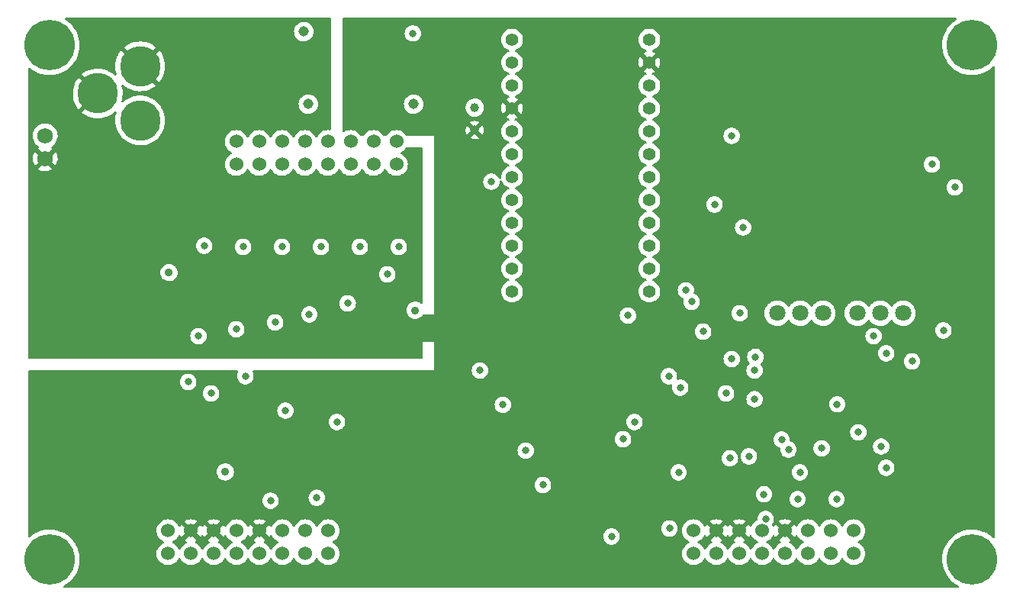
<source format=gbr>
%TF.GenerationSoftware,KiCad,Pcbnew,(6.0.10)*%
%TF.CreationDate,2023-09-13T10:46:53-04:00*%
%TF.ProjectId,min-evolver,6d696e2d-6576-46f6-9c76-65722e6b6963,rev?*%
%TF.SameCoordinates,Original*%
%TF.FileFunction,Copper,L2,Inr*%
%TF.FilePolarity,Positive*%
%FSLAX46Y46*%
G04 Gerber Fmt 4.6, Leading zero omitted, Abs format (unit mm)*
G04 Created by KiCad (PCBNEW (6.0.10)) date 2023-09-13 10:46:53*
%MOMM*%
%LPD*%
G01*
G04 APERTURE LIST*
%TA.AperFunction,ComponentPad*%
%ADD10C,4.500000*%
%TD*%
%TA.AperFunction,ComponentPad*%
%ADD11C,1.000000*%
%TD*%
%TA.AperFunction,ComponentPad*%
%ADD12C,1.800000*%
%TD*%
%TA.AperFunction,ComponentPad*%
%ADD13C,1.524000*%
%TD*%
%TA.AperFunction,ComponentPad*%
%ADD14C,5.600000*%
%TD*%
%TA.AperFunction,ComponentPad*%
%ADD15C,1.397000*%
%TD*%
%TA.AperFunction,ComponentPad*%
%ADD16C,1.750000*%
%TD*%
%TA.AperFunction,ViaPad*%
%ADD17C,1.143000*%
%TD*%
%TA.AperFunction,ViaPad*%
%ADD18C,0.889000*%
%TD*%
%TA.AperFunction,ViaPad*%
%ADD19C,0.800000*%
%TD*%
G04 APERTURE END LIST*
D10*
%TO.N,+12V*%
%TO.C,CON1*%
X114046000Y-59896000D03*
%TO.N,GND*%
X114046000Y-53896000D03*
X109346000Y-56896000D03*
%TD*%
D11*
%TO.N,Net-(C15-Pad1)*%
%TO.C,C15*%
X151180800Y-58465400D03*
%TO.N,GND*%
X151180800Y-60965400D03*
%TD*%
D12*
%TO.N,/OD90-0*%
%TO.C,JP1*%
X198704200Y-81280000D03*
%TO.N,/OD-0*%
X196164200Y-81280000D03*
%TO.N,/OD135-0*%
X193624200Y-81280000D03*
%TD*%
D13*
%TO.N,/P-0*%
%TO.C,P4*%
X142494000Y-62230000D03*
%TO.N,+12V*%
X142494000Y-64770000D03*
%TO.N,/P-1*%
X139954000Y-62230000D03*
%TO.N,+12V*%
X139954000Y-64770000D03*
%TO.N,/P-2*%
X137414000Y-62230000D03*
%TO.N,+12V*%
X137414000Y-64770000D03*
%TO.N,/P-3*%
X134874000Y-62230000D03*
%TO.N,+12V*%
X134874000Y-64770000D03*
%TO.N,/P-4*%
X132334000Y-62230000D03*
%TO.N,+12V*%
X132334000Y-64770000D03*
%TO.N,/P-5*%
X129794000Y-62230000D03*
%TO.N,+12V*%
X129794000Y-64770000D03*
%TO.N,unconnected-(P4-Pad13)*%
X127254000Y-62230000D03*
%TO.N,unconnected-(P4-Pad14)*%
X127254000Y-64770000D03*
%TO.N,unconnected-(P4-Pad15)*%
X124714000Y-62230000D03*
%TO.N,unconnected-(P4-Pad16)*%
X124714000Y-64770000D03*
%TD*%
D14*
%TO.N,unconnected-(H1-Pad1)*%
%TO.C,H1*%
X104013000Y-108585000D03*
%TD*%
%TO.N,unconnected-(H2-Pad1)*%
%TO.C,H2*%
X104013000Y-51562000D03*
%TD*%
%TO.N,unconnected-(H4-Pad1)*%
%TO.C,H4*%
X206375000Y-108585000D03*
%TD*%
%TO.N,unconnected-(H3-Pad1)*%
%TO.C,H3*%
X206375000Y-51562000D03*
%TD*%
D15*
%TO.N,unconnected-(P1-Pad1)*%
%TO.C,P1*%
X155321000Y-50927000D03*
%TO.N,+5V*%
X170561000Y-50927000D03*
%TO.N,unconnected-(P1-Pad3)*%
X155321000Y-53467000D03*
%TO.N,GND*%
X170561000Y-53467000D03*
%TO.N,Net-(C15-Pad1)*%
X155321000Y-56007000D03*
%TO.N,unconnected-(P1-Pad6)*%
X170561000Y-56007000D03*
%TO.N,GND*%
X155321000Y-58547000D03*
%TO.N,unconnected-(P1-Pad8)*%
X170561000Y-58547000D03*
%TO.N,/2*%
X155321000Y-61087000D03*
%TO.N,/A3*%
X170561000Y-61087000D03*
%TO.N,/3*%
X155321000Y-63627000D03*
%TO.N,/A2*%
X170561000Y-63627000D03*
%TO.N,/4*%
X155321000Y-66167000D03*
%TO.N,/A1*%
X170561000Y-66167000D03*
%TO.N,/5*%
X155321000Y-68707000D03*
%TO.N,/A0*%
X170561000Y-68707000D03*
%TO.N,/6*%
X155321000Y-71247000D03*
%TO.N,/13*%
X170561000Y-71247000D03*
%TO.N,/7*%
X155321000Y-73787000D03*
%TO.N,/12*%
X170561000Y-73787000D03*
%TO.N,/8*%
X155321000Y-76327000D03*
%TO.N,/11*%
X170561000Y-76327000D03*
%TO.N,/9*%
X155321000Y-78867000D03*
%TO.N,/10*%
X170561000Y-78867000D03*
%TD*%
D12*
%TO.N,/OD90-1*%
%TO.C,JP2*%
X189814200Y-81280000D03*
%TO.N,/OD-1*%
X187274200Y-81280000D03*
%TO.N,/OD135-1*%
X184734200Y-81280000D03*
%TD*%
D16*
%TO.N,+12V*%
%TO.C,P7*%
X103505000Y-61595000D03*
%TO.N,GND*%
X103505000Y-64135000D03*
%TD*%
D13*
%TO.N,/FAN-0*%
%TO.C,P2*%
X134924800Y-107950000D03*
%TO.N,+12V*%
X134924800Y-105410000D03*
%TO.N,unconnected-(P2-Pad3)*%
X132384800Y-107950000D03*
%TO.N,unconnected-(P2-Pad4)*%
X132384800Y-105410000D03*
%TO.N,/HTR-0*%
X129844800Y-107950000D03*
%TO.N,+12V*%
X129844800Y-105410000D03*
%TO.N,/TS-0*%
X127304800Y-107950000D03*
%TO.N,GND*%
X127304800Y-105410000D03*
%TO.N,/LED-0*%
X124764800Y-107950000D03*
%TO.N,+5V*%
X124764800Y-105410000D03*
%TO.N,/OD135-0*%
X122224800Y-107950000D03*
%TO.N,GND*%
X122224800Y-105410000D03*
%TO.N,/OD90-0*%
X119684800Y-107950000D03*
%TO.N,GND*%
X119684800Y-105410000D03*
%TO.N,unconnected-(P2-Pad15)*%
X117144800Y-107950000D03*
%TO.N,unconnected-(P2-Pad16)*%
X117144800Y-105410000D03*
%TD*%
%TO.N,/FAN-1*%
%TO.C,P3*%
X193243200Y-107950000D03*
%TO.N,+12V*%
X193243200Y-105410000D03*
%TO.N,unconnected-(P3-Pad3)*%
X190703200Y-107950000D03*
%TO.N,unconnected-(P3-Pad4)*%
X190703200Y-105410000D03*
%TO.N,/HTR-1*%
X188163200Y-107950000D03*
%TO.N,+12V*%
X188163200Y-105410000D03*
%TO.N,/TS-1*%
X185623200Y-107950000D03*
%TO.N,GND*%
X185623200Y-105410000D03*
%TO.N,/LED-1*%
X183083200Y-107950000D03*
%TO.N,+5V*%
X183083200Y-105410000D03*
%TO.N,/OD135-1*%
X180543200Y-107950000D03*
%TO.N,GND*%
X180543200Y-105410000D03*
%TO.N,/OD90-1*%
X178003200Y-107950000D03*
%TO.N,GND*%
X178003200Y-105410000D03*
%TO.N,unconnected-(P3-Pad15)*%
X175463200Y-107950000D03*
%TO.N,unconnected-(P3-Pad16)*%
X175463200Y-105410000D03*
%TD*%
D17*
%TO.N,GND*%
X138049000Y-50800000D03*
D18*
X135636000Y-76970000D03*
D19*
X122123200Y-93472000D03*
D17*
X138049000Y-57912000D03*
D18*
X144272000Y-77731000D03*
X187528200Y-83820000D03*
X143764000Y-85445600D03*
D19*
X183591200Y-94996000D03*
X199720200Y-88519000D03*
D18*
X139954000Y-76970000D03*
D19*
X191846200Y-81788000D03*
D18*
X127000000Y-76970000D03*
X134239000Y-54356000D03*
X117246400Y-71839200D03*
D19*
X200482200Y-82296000D03*
D17*
X120015000Y-54356000D03*
D19*
X191084200Y-88696800D03*
D17*
X141097000Y-54356000D03*
D19*
X198450200Y-95250000D03*
X176809400Y-99009200D03*
X132080000Y-93472000D03*
X127203200Y-93472000D03*
X194538600Y-99110800D03*
D18*
X122682000Y-76970000D03*
D17*
X120015000Y-58420000D03*
X120015000Y-50546000D03*
D18*
X131318000Y-76970000D03*
D17*
X141097000Y-50800000D03*
D19*
X183972200Y-90633330D03*
D17*
X141097000Y-57912000D03*
D18*
X147193000Y-54356000D03*
X191795400Y-98976999D03*
D19*
X181330600Y-99009200D03*
%TO.N,+3V3*%
X189687200Y-96266000D03*
X195450917Y-83827692D03*
X199720200Y-86614000D03*
X196291200Y-96057001D03*
X182334500Y-86130899D03*
X144315200Y-50241200D03*
X191414400Y-91389200D03*
X187274200Y-98932499D03*
%TO.N,/A1*%
X204470000Y-67310000D03*
%TO.N,/A0*%
X182245000Y-90805000D03*
X179070000Y-90170000D03*
X177800000Y-69215000D03*
%TO.N,+12V*%
X125476000Y-73922000D03*
X128524000Y-102082600D03*
X121158000Y-73795000D03*
X133654800Y-101752400D03*
X187020200Y-101904800D03*
X129794000Y-73922000D03*
D18*
X144582832Y-80953000D03*
D19*
X142748000Y-73922000D03*
D17*
X132715000Y-58082800D03*
D19*
X134112000Y-73922000D03*
X138430000Y-73922000D03*
X191338200Y-101904800D03*
D18*
X117246400Y-76766800D03*
D19*
%TO.N,/A2*%
X203200000Y-83185000D03*
X201930000Y-64770000D03*
X196850000Y-85725000D03*
%TO.N,/A3*%
X182245000Y-87630000D03*
X179705000Y-61595000D03*
X179705000Y-86360000D03*
D17*
%TO.N,+5V*%
X132207000Y-50038000D03*
D18*
X123494800Y-98882200D03*
D17*
X144399000Y-58082800D03*
D19*
X173812200Y-98933000D03*
X172796200Y-105156000D03*
%TO.N,/HTR-1*%
X183474425Y-104105917D03*
%TO.N,/OD135-0*%
X121920000Y-90170000D03*
X175260000Y-80010000D03*
X173990000Y-89535000D03*
%TO.N,/OD90-0*%
X172720000Y-88265000D03*
X174625000Y-78740000D03*
X119380000Y-88900000D03*
%TO.N,/OD90-1*%
X176530000Y-83312000D03*
%TO.N,/OD135-1*%
X180594000Y-81280000D03*
%TO.N,/10*%
X124714000Y-83058000D03*
%TO.N,/11*%
X135890000Y-93345000D03*
X168910000Y-93345000D03*
%TO.N,/12*%
X168185500Y-81534000D03*
X120523000Y-83820000D03*
%TO.N,/13*%
X181610000Y-97155000D03*
X180975000Y-71755000D03*
X196850000Y-98425000D03*
%TO.N,/2*%
X130175000Y-92075000D03*
X154305000Y-91440000D03*
%TO.N,/3*%
X158750000Y-100330000D03*
X183283600Y-101368600D03*
%TO.N,/4*%
X153035000Y-66675000D03*
X151765000Y-87630000D03*
X125730000Y-88265000D03*
%TO.N,/5*%
X156845000Y-96520000D03*
X179501800Y-97358200D03*
%TO.N,/6*%
X141478000Y-76962000D03*
%TO.N,/7*%
X137080000Y-80184000D03*
%TO.N,/8*%
X132824224Y-81409347D03*
%TO.N,/9*%
X129032000Y-82296000D03*
%TO.N,/TS-0*%
X186004200Y-96393000D03*
X166370000Y-106045000D03*
X167640000Y-95250000D03*
%TO.N,/TS-1*%
X193751200Y-94488000D03*
X185242200Y-95300800D03*
%TD*%
%TA.AperFunction,Conductor*%
%TO.N,GND*%
G36*
X147167600Y-84429600D02*
G01*
X144780000Y-84429600D01*
X144780000Y-81887441D01*
X144923200Y-81847459D01*
X144923199Y-81847459D01*
X144929128Y-81845804D01*
X144934617Y-81843031D01*
X144934623Y-81843029D01*
X145011991Y-81803947D01*
X145095946Y-81761538D01*
X145124356Y-81739342D01*
X145148318Y-81720621D01*
X145243219Y-81646475D01*
X145247245Y-81641811D01*
X145247248Y-81641808D01*
X145361312Y-81509663D01*
X145365339Y-81504998D01*
X145421009Y-81407000D01*
X147167600Y-81407000D01*
X147167600Y-84429600D01*
G37*
%TD.AperFunction*%
%TD*%
%TA.AperFunction,Conductor*%
%TO.N,GND*%
G36*
X135197122Y-48534002D02*
G01*
X135243615Y-48587658D01*
X135255001Y-48640000D01*
X135255000Y-60852563D01*
X135234998Y-60920684D01*
X135181342Y-60967177D01*
X135111068Y-60977281D01*
X135106214Y-60976286D01*
X135106194Y-60976401D01*
X135100777Y-60975446D01*
X135095463Y-60974022D01*
X134874000Y-60954647D01*
X134652537Y-60974022D01*
X134508949Y-61012497D01*
X134443114Y-61030137D01*
X134443112Y-61030138D01*
X134437804Y-61031560D01*
X134432823Y-61033882D01*
X134432822Y-61033883D01*
X134241311Y-61123186D01*
X134241306Y-61123189D01*
X134236324Y-61125512D01*
X134231817Y-61128668D01*
X134231815Y-61128669D01*
X134058730Y-61249864D01*
X134058727Y-61249866D01*
X134054219Y-61253023D01*
X133897023Y-61410219D01*
X133893866Y-61414727D01*
X133893864Y-61414730D01*
X133772669Y-61587815D01*
X133769512Y-61592324D01*
X133767189Y-61597306D01*
X133767186Y-61597311D01*
X133718195Y-61702373D01*
X133671277Y-61755658D01*
X133603000Y-61775119D01*
X133535040Y-61754577D01*
X133489805Y-61702373D01*
X133440814Y-61597311D01*
X133440811Y-61597306D01*
X133438488Y-61592324D01*
X133435331Y-61587815D01*
X133314136Y-61414730D01*
X133314134Y-61414727D01*
X133310977Y-61410219D01*
X133153781Y-61253023D01*
X133149273Y-61249866D01*
X133149270Y-61249864D01*
X133073505Y-61196813D01*
X132971677Y-61125512D01*
X132966695Y-61123189D01*
X132966690Y-61123186D01*
X132775178Y-61033883D01*
X132775177Y-61033882D01*
X132770196Y-61031560D01*
X132764888Y-61030138D01*
X132764886Y-61030137D01*
X132699051Y-61012497D01*
X132555463Y-60974022D01*
X132334000Y-60954647D01*
X132112537Y-60974022D01*
X131968949Y-61012497D01*
X131903114Y-61030137D01*
X131903112Y-61030138D01*
X131897804Y-61031560D01*
X131892823Y-61033882D01*
X131892822Y-61033883D01*
X131701311Y-61123186D01*
X131701306Y-61123189D01*
X131696324Y-61125512D01*
X131691817Y-61128668D01*
X131691815Y-61128669D01*
X131518730Y-61249864D01*
X131518727Y-61249866D01*
X131514219Y-61253023D01*
X131357023Y-61410219D01*
X131353866Y-61414727D01*
X131353864Y-61414730D01*
X131232669Y-61587815D01*
X131229512Y-61592324D01*
X131227189Y-61597306D01*
X131227186Y-61597311D01*
X131178195Y-61702373D01*
X131131277Y-61755658D01*
X131063000Y-61775119D01*
X130995040Y-61754577D01*
X130949805Y-61702373D01*
X130900814Y-61597311D01*
X130900811Y-61597306D01*
X130898488Y-61592324D01*
X130895331Y-61587815D01*
X130774136Y-61414730D01*
X130774134Y-61414727D01*
X130770977Y-61410219D01*
X130613781Y-61253023D01*
X130609273Y-61249866D01*
X130609270Y-61249864D01*
X130533505Y-61196813D01*
X130431677Y-61125512D01*
X130426695Y-61123189D01*
X130426690Y-61123186D01*
X130235178Y-61033883D01*
X130235177Y-61033882D01*
X130230196Y-61031560D01*
X130224888Y-61030138D01*
X130224886Y-61030137D01*
X130159051Y-61012497D01*
X130015463Y-60974022D01*
X129794000Y-60954647D01*
X129572537Y-60974022D01*
X129428949Y-61012497D01*
X129363114Y-61030137D01*
X129363112Y-61030138D01*
X129357804Y-61031560D01*
X129352823Y-61033882D01*
X129352822Y-61033883D01*
X129161311Y-61123186D01*
X129161306Y-61123189D01*
X129156324Y-61125512D01*
X129151817Y-61128668D01*
X129151815Y-61128669D01*
X128978730Y-61249864D01*
X128978727Y-61249866D01*
X128974219Y-61253023D01*
X128817023Y-61410219D01*
X128813866Y-61414727D01*
X128813864Y-61414730D01*
X128692669Y-61587815D01*
X128689512Y-61592324D01*
X128687189Y-61597306D01*
X128687186Y-61597311D01*
X128638195Y-61702373D01*
X128591277Y-61755658D01*
X128523000Y-61775119D01*
X128455040Y-61754577D01*
X128409805Y-61702373D01*
X128360814Y-61597311D01*
X128360811Y-61597306D01*
X128358488Y-61592324D01*
X128355331Y-61587815D01*
X128234136Y-61414730D01*
X128234134Y-61414727D01*
X128230977Y-61410219D01*
X128073781Y-61253023D01*
X128069273Y-61249866D01*
X128069270Y-61249864D01*
X127993505Y-61196813D01*
X127891677Y-61125512D01*
X127886695Y-61123189D01*
X127886690Y-61123186D01*
X127695178Y-61033883D01*
X127695177Y-61033882D01*
X127690196Y-61031560D01*
X127684888Y-61030138D01*
X127684886Y-61030137D01*
X127619051Y-61012497D01*
X127475463Y-60974022D01*
X127254000Y-60954647D01*
X127032537Y-60974022D01*
X126888949Y-61012497D01*
X126823114Y-61030137D01*
X126823112Y-61030138D01*
X126817804Y-61031560D01*
X126812823Y-61033882D01*
X126812822Y-61033883D01*
X126621311Y-61123186D01*
X126621306Y-61123189D01*
X126616324Y-61125512D01*
X126611817Y-61128668D01*
X126611815Y-61128669D01*
X126438730Y-61249864D01*
X126438727Y-61249866D01*
X126434219Y-61253023D01*
X126277023Y-61410219D01*
X126273866Y-61414727D01*
X126273864Y-61414730D01*
X126152669Y-61587815D01*
X126149512Y-61592324D01*
X126147189Y-61597306D01*
X126147186Y-61597311D01*
X126098195Y-61702373D01*
X126051277Y-61755658D01*
X125983000Y-61775119D01*
X125915040Y-61754577D01*
X125869805Y-61702373D01*
X125820814Y-61597311D01*
X125820811Y-61597306D01*
X125818488Y-61592324D01*
X125815331Y-61587815D01*
X125694136Y-61414730D01*
X125694134Y-61414727D01*
X125690977Y-61410219D01*
X125533781Y-61253023D01*
X125529273Y-61249866D01*
X125529270Y-61249864D01*
X125453505Y-61196813D01*
X125351677Y-61125512D01*
X125346695Y-61123189D01*
X125346690Y-61123186D01*
X125155178Y-61033883D01*
X125155177Y-61033882D01*
X125150196Y-61031560D01*
X125144888Y-61030138D01*
X125144886Y-61030137D01*
X125079051Y-61012497D01*
X124935463Y-60974022D01*
X124714000Y-60954647D01*
X124492537Y-60974022D01*
X124348949Y-61012497D01*
X124283114Y-61030137D01*
X124283112Y-61030138D01*
X124277804Y-61031560D01*
X124272823Y-61033882D01*
X124272822Y-61033883D01*
X124081311Y-61123186D01*
X124081306Y-61123189D01*
X124076324Y-61125512D01*
X124071817Y-61128668D01*
X124071815Y-61128669D01*
X123898730Y-61249864D01*
X123898727Y-61249866D01*
X123894219Y-61253023D01*
X123737023Y-61410219D01*
X123733866Y-61414727D01*
X123733864Y-61414730D01*
X123612669Y-61587815D01*
X123609512Y-61592324D01*
X123607189Y-61597306D01*
X123607186Y-61597311D01*
X123528257Y-61766575D01*
X123515560Y-61793804D01*
X123458022Y-62008537D01*
X123438647Y-62230000D01*
X123458022Y-62451463D01*
X123461777Y-62465476D01*
X123512650Y-62655334D01*
X123515560Y-62666196D01*
X123517882Y-62671177D01*
X123517883Y-62671178D01*
X123607186Y-62862689D01*
X123607189Y-62862694D01*
X123609512Y-62867676D01*
X123612668Y-62872183D01*
X123612669Y-62872185D01*
X123733861Y-63045265D01*
X123737023Y-63049781D01*
X123894219Y-63206977D01*
X123898727Y-63210134D01*
X123898730Y-63210136D01*
X123974495Y-63263187D01*
X124076323Y-63334488D01*
X124081305Y-63336811D01*
X124081310Y-63336814D01*
X124186373Y-63385805D01*
X124239658Y-63432722D01*
X124259119Y-63500999D01*
X124238577Y-63568959D01*
X124186373Y-63614195D01*
X124081311Y-63663186D01*
X124081306Y-63663189D01*
X124076324Y-63665512D01*
X124071817Y-63668668D01*
X124071815Y-63668669D01*
X123898730Y-63789864D01*
X123898727Y-63789866D01*
X123894219Y-63793023D01*
X123737023Y-63950219D01*
X123609512Y-64132324D01*
X123607189Y-64137306D01*
X123607186Y-64137311D01*
X123558195Y-64242373D01*
X123515560Y-64333804D01*
X123458022Y-64548537D01*
X123438647Y-64770000D01*
X123458022Y-64991463D01*
X123515560Y-65206196D01*
X123517882Y-65211177D01*
X123517883Y-65211178D01*
X123607186Y-65402689D01*
X123607189Y-65402694D01*
X123609512Y-65407676D01*
X123612668Y-65412183D01*
X123612669Y-65412185D01*
X123688948Y-65521122D01*
X123737023Y-65589781D01*
X123894219Y-65746977D01*
X123898727Y-65750134D01*
X123898730Y-65750136D01*
X123974495Y-65803187D01*
X124076323Y-65874488D01*
X124081305Y-65876811D01*
X124081310Y-65876814D01*
X124272822Y-65966117D01*
X124277804Y-65968440D01*
X124283112Y-65969862D01*
X124283114Y-65969863D01*
X124348949Y-65987503D01*
X124492537Y-66025978D01*
X124714000Y-66045353D01*
X124935463Y-66025978D01*
X125079051Y-65987503D01*
X125144886Y-65969863D01*
X125144888Y-65969862D01*
X125150196Y-65968440D01*
X125155178Y-65966117D01*
X125346690Y-65876814D01*
X125346695Y-65876811D01*
X125351677Y-65874488D01*
X125453505Y-65803187D01*
X125529270Y-65750136D01*
X125529273Y-65750134D01*
X125533781Y-65746977D01*
X125690977Y-65589781D01*
X125739053Y-65521122D01*
X125815331Y-65412185D01*
X125815332Y-65412183D01*
X125818488Y-65407676D01*
X125820811Y-65402694D01*
X125820814Y-65402689D01*
X125869805Y-65297627D01*
X125916723Y-65244342D01*
X125985000Y-65224881D01*
X126052960Y-65245423D01*
X126098195Y-65297627D01*
X126147186Y-65402689D01*
X126147189Y-65402694D01*
X126149512Y-65407676D01*
X126152668Y-65412183D01*
X126152669Y-65412185D01*
X126228948Y-65521122D01*
X126277023Y-65589781D01*
X126434219Y-65746977D01*
X126438727Y-65750134D01*
X126438730Y-65750136D01*
X126514495Y-65803187D01*
X126616323Y-65874488D01*
X126621305Y-65876811D01*
X126621310Y-65876814D01*
X126812822Y-65966117D01*
X126817804Y-65968440D01*
X126823112Y-65969862D01*
X126823114Y-65969863D01*
X126888949Y-65987503D01*
X127032537Y-66025978D01*
X127254000Y-66045353D01*
X127475463Y-66025978D01*
X127619051Y-65987503D01*
X127684886Y-65969863D01*
X127684888Y-65969862D01*
X127690196Y-65968440D01*
X127695178Y-65966117D01*
X127886690Y-65876814D01*
X127886695Y-65876811D01*
X127891677Y-65874488D01*
X127993505Y-65803187D01*
X128069270Y-65750136D01*
X128069273Y-65750134D01*
X128073781Y-65746977D01*
X128230977Y-65589781D01*
X128279053Y-65521122D01*
X128355331Y-65412185D01*
X128355332Y-65412183D01*
X128358488Y-65407676D01*
X128360811Y-65402694D01*
X128360814Y-65402689D01*
X128409805Y-65297627D01*
X128456723Y-65244342D01*
X128525000Y-65224881D01*
X128592960Y-65245423D01*
X128638195Y-65297627D01*
X128687186Y-65402689D01*
X128687189Y-65402694D01*
X128689512Y-65407676D01*
X128692668Y-65412183D01*
X128692669Y-65412185D01*
X128768948Y-65521122D01*
X128817023Y-65589781D01*
X128974219Y-65746977D01*
X128978727Y-65750134D01*
X128978730Y-65750136D01*
X129054495Y-65803187D01*
X129156323Y-65874488D01*
X129161305Y-65876811D01*
X129161310Y-65876814D01*
X129352822Y-65966117D01*
X129357804Y-65968440D01*
X129363112Y-65969862D01*
X129363114Y-65969863D01*
X129428949Y-65987503D01*
X129572537Y-66025978D01*
X129794000Y-66045353D01*
X130015463Y-66025978D01*
X130159051Y-65987503D01*
X130224886Y-65969863D01*
X130224888Y-65969862D01*
X130230196Y-65968440D01*
X130235178Y-65966117D01*
X130426690Y-65876814D01*
X130426695Y-65876811D01*
X130431677Y-65874488D01*
X130533505Y-65803187D01*
X130609270Y-65750136D01*
X130609273Y-65750134D01*
X130613781Y-65746977D01*
X130770977Y-65589781D01*
X130819053Y-65521122D01*
X130895331Y-65412185D01*
X130895332Y-65412183D01*
X130898488Y-65407676D01*
X130900811Y-65402694D01*
X130900814Y-65402689D01*
X130949805Y-65297627D01*
X130996723Y-65244342D01*
X131065000Y-65224881D01*
X131132960Y-65245423D01*
X131178195Y-65297627D01*
X131227186Y-65402689D01*
X131227189Y-65402694D01*
X131229512Y-65407676D01*
X131232668Y-65412183D01*
X131232669Y-65412185D01*
X131308948Y-65521122D01*
X131357023Y-65589781D01*
X131514219Y-65746977D01*
X131518727Y-65750134D01*
X131518730Y-65750136D01*
X131594495Y-65803187D01*
X131696323Y-65874488D01*
X131701305Y-65876811D01*
X131701310Y-65876814D01*
X131892822Y-65966117D01*
X131897804Y-65968440D01*
X131903112Y-65969862D01*
X131903114Y-65969863D01*
X131968949Y-65987503D01*
X132112537Y-66025978D01*
X132334000Y-66045353D01*
X132555463Y-66025978D01*
X132699051Y-65987503D01*
X132764886Y-65969863D01*
X132764888Y-65969862D01*
X132770196Y-65968440D01*
X132775178Y-65966117D01*
X132966690Y-65876814D01*
X132966695Y-65876811D01*
X132971677Y-65874488D01*
X133073505Y-65803187D01*
X133149270Y-65750136D01*
X133149273Y-65750134D01*
X133153781Y-65746977D01*
X133310977Y-65589781D01*
X133359053Y-65521122D01*
X133435331Y-65412185D01*
X133435332Y-65412183D01*
X133438488Y-65407676D01*
X133440811Y-65402694D01*
X133440814Y-65402689D01*
X133489805Y-65297627D01*
X133536723Y-65244342D01*
X133605000Y-65224881D01*
X133672960Y-65245423D01*
X133718195Y-65297627D01*
X133767186Y-65402689D01*
X133767189Y-65402694D01*
X133769512Y-65407676D01*
X133772668Y-65412183D01*
X133772669Y-65412185D01*
X133848948Y-65521122D01*
X133897023Y-65589781D01*
X134054219Y-65746977D01*
X134058727Y-65750134D01*
X134058730Y-65750136D01*
X134134495Y-65803187D01*
X134236323Y-65874488D01*
X134241305Y-65876811D01*
X134241310Y-65876814D01*
X134432822Y-65966117D01*
X134437804Y-65968440D01*
X134443112Y-65969862D01*
X134443114Y-65969863D01*
X134508949Y-65987503D01*
X134652537Y-66025978D01*
X134874000Y-66045353D01*
X135095463Y-66025978D01*
X135239051Y-65987503D01*
X135304886Y-65969863D01*
X135304888Y-65969862D01*
X135310196Y-65968440D01*
X135315178Y-65966117D01*
X135506690Y-65876814D01*
X135506695Y-65876811D01*
X135511677Y-65874488D01*
X135613505Y-65803187D01*
X135689270Y-65750136D01*
X135689273Y-65750134D01*
X135693781Y-65746977D01*
X135850977Y-65589781D01*
X135899053Y-65521122D01*
X135975331Y-65412185D01*
X135975332Y-65412183D01*
X135978488Y-65407676D01*
X135980811Y-65402694D01*
X135980814Y-65402689D01*
X136029805Y-65297627D01*
X136076723Y-65244342D01*
X136145000Y-65224881D01*
X136212960Y-65245423D01*
X136258195Y-65297627D01*
X136307186Y-65402689D01*
X136307189Y-65402694D01*
X136309512Y-65407676D01*
X136312668Y-65412183D01*
X136312669Y-65412185D01*
X136388948Y-65521122D01*
X136437023Y-65589781D01*
X136594219Y-65746977D01*
X136598727Y-65750134D01*
X136598730Y-65750136D01*
X136674495Y-65803187D01*
X136776323Y-65874488D01*
X136781305Y-65876811D01*
X136781310Y-65876814D01*
X136972822Y-65966117D01*
X136977804Y-65968440D01*
X136983112Y-65969862D01*
X136983114Y-65969863D01*
X137048949Y-65987503D01*
X137192537Y-66025978D01*
X137414000Y-66045353D01*
X137635463Y-66025978D01*
X137779051Y-65987503D01*
X137844886Y-65969863D01*
X137844888Y-65969862D01*
X137850196Y-65968440D01*
X137855178Y-65966117D01*
X138046690Y-65876814D01*
X138046695Y-65876811D01*
X138051677Y-65874488D01*
X138153505Y-65803187D01*
X138229270Y-65750136D01*
X138229273Y-65750134D01*
X138233781Y-65746977D01*
X138390977Y-65589781D01*
X138439053Y-65521122D01*
X138515331Y-65412185D01*
X138515332Y-65412183D01*
X138518488Y-65407676D01*
X138520811Y-65402694D01*
X138520814Y-65402689D01*
X138569805Y-65297627D01*
X138616723Y-65244342D01*
X138685000Y-65224881D01*
X138752960Y-65245423D01*
X138798195Y-65297627D01*
X138847186Y-65402689D01*
X138847189Y-65402694D01*
X138849512Y-65407676D01*
X138852668Y-65412183D01*
X138852669Y-65412185D01*
X138928948Y-65521122D01*
X138977023Y-65589781D01*
X139134219Y-65746977D01*
X139138727Y-65750134D01*
X139138730Y-65750136D01*
X139214495Y-65803187D01*
X139316323Y-65874488D01*
X139321305Y-65876811D01*
X139321310Y-65876814D01*
X139512822Y-65966117D01*
X139517804Y-65968440D01*
X139523112Y-65969862D01*
X139523114Y-65969863D01*
X139588949Y-65987503D01*
X139732537Y-66025978D01*
X139954000Y-66045353D01*
X140175463Y-66025978D01*
X140319051Y-65987503D01*
X140384886Y-65969863D01*
X140384888Y-65969862D01*
X140390196Y-65968440D01*
X140395178Y-65966117D01*
X140586690Y-65876814D01*
X140586695Y-65876811D01*
X140591677Y-65874488D01*
X140693505Y-65803187D01*
X140769270Y-65750136D01*
X140769273Y-65750134D01*
X140773781Y-65746977D01*
X140930977Y-65589781D01*
X140979053Y-65521122D01*
X141055331Y-65412185D01*
X141055332Y-65412183D01*
X141058488Y-65407676D01*
X141060811Y-65402694D01*
X141060814Y-65402689D01*
X141109805Y-65297627D01*
X141156723Y-65244342D01*
X141225000Y-65224881D01*
X141292960Y-65245423D01*
X141338195Y-65297627D01*
X141387186Y-65402689D01*
X141387189Y-65402694D01*
X141389512Y-65407676D01*
X141392668Y-65412183D01*
X141392669Y-65412185D01*
X141468948Y-65521122D01*
X141517023Y-65589781D01*
X141674219Y-65746977D01*
X141678727Y-65750134D01*
X141678730Y-65750136D01*
X141754495Y-65803187D01*
X141856323Y-65874488D01*
X141861305Y-65876811D01*
X141861310Y-65876814D01*
X142052822Y-65966117D01*
X142057804Y-65968440D01*
X142063112Y-65969862D01*
X142063114Y-65969863D01*
X142128949Y-65987503D01*
X142272537Y-66025978D01*
X142494000Y-66045353D01*
X142715463Y-66025978D01*
X142859051Y-65987503D01*
X142924886Y-65969863D01*
X142924888Y-65969862D01*
X142930196Y-65968440D01*
X142935178Y-65966117D01*
X143126690Y-65876814D01*
X143126695Y-65876811D01*
X143131677Y-65874488D01*
X143233505Y-65803187D01*
X143309270Y-65750136D01*
X143309273Y-65750134D01*
X143313781Y-65746977D01*
X143470977Y-65589781D01*
X143519053Y-65521122D01*
X143595331Y-65412185D01*
X143595332Y-65412183D01*
X143598488Y-65407676D01*
X143600811Y-65402694D01*
X143600814Y-65402689D01*
X143690117Y-65211178D01*
X143690118Y-65211177D01*
X143692440Y-65206196D01*
X143749978Y-64991463D01*
X143769353Y-64770000D01*
X143749978Y-64548537D01*
X143692440Y-64333804D01*
X143649805Y-64242373D01*
X143600814Y-64137311D01*
X143600811Y-64137306D01*
X143598488Y-64132324D01*
X143470977Y-63950219D01*
X143313781Y-63793023D01*
X143309273Y-63789866D01*
X143309270Y-63789864D01*
X143156709Y-63683040D01*
X143131677Y-63665512D01*
X143126695Y-63663189D01*
X143126690Y-63663186D01*
X143021627Y-63614195D01*
X142968342Y-63567278D01*
X142948881Y-63499001D01*
X142969423Y-63431041D01*
X143021627Y-63385805D01*
X143126690Y-63336814D01*
X143126695Y-63336811D01*
X143131677Y-63334488D01*
X143233505Y-63263187D01*
X143309270Y-63210136D01*
X143309273Y-63210134D01*
X143313781Y-63206977D01*
X143470977Y-63049781D01*
X143474136Y-63045270D01*
X143474140Y-63045265D01*
X143562740Y-62918730D01*
X143618197Y-62874401D01*
X143665953Y-62865000D01*
X145289000Y-62865000D01*
X145357121Y-62885002D01*
X145403614Y-62938658D01*
X145415000Y-62991000D01*
X145415000Y-80136775D01*
X145394998Y-80204896D01*
X145341342Y-80251389D01*
X145271068Y-80261493D01*
X145208685Y-80233860D01*
X145140478Y-80177435D01*
X145118321Y-80159105D01*
X144953921Y-80070214D01*
X144864654Y-80042581D01*
X144781273Y-80016770D01*
X144781270Y-80016769D01*
X144775386Y-80014948D01*
X144769261Y-80014304D01*
X144769260Y-80014304D01*
X144595645Y-79996056D01*
X144595644Y-79996056D01*
X144589517Y-79995412D01*
X144470919Y-80006206D01*
X144409535Y-80011792D01*
X144409534Y-80011792D01*
X144403394Y-80012351D01*
X144397480Y-80014092D01*
X144397478Y-80014092D01*
X144275298Y-80050052D01*
X144224105Y-80065119D01*
X144058479Y-80151705D01*
X143912827Y-80268813D01*
X143792694Y-80411981D01*
X143789731Y-80417370D01*
X143789728Y-80417375D01*
X143722766Y-80539181D01*
X143702658Y-80575757D01*
X143646147Y-80753901D01*
X143625314Y-80939630D01*
X143640953Y-81125867D01*
X143692468Y-81305520D01*
X143734600Y-81387500D01*
X143756386Y-81429891D01*
X143777896Y-81471746D01*
X143781719Y-81476570D01*
X143781722Y-81476574D01*
X143802031Y-81502197D01*
X143893984Y-81618212D01*
X144036310Y-81739342D01*
X144199453Y-81830519D01*
X144377199Y-81888272D01*
X144562777Y-81910401D01*
X144568912Y-81909929D01*
X144568914Y-81909929D01*
X144624951Y-81905617D01*
X144749119Y-81896063D01*
X144929128Y-81845804D01*
X144934617Y-81843031D01*
X144934623Y-81843029D01*
X145046280Y-81786626D01*
X145095946Y-81761538D01*
X145105405Y-81754148D01*
X145211427Y-81671315D01*
X145277421Y-81645137D01*
X145347092Y-81658794D01*
X145398319Y-81707951D01*
X145415000Y-81770604D01*
X145415000Y-86234000D01*
X145394998Y-86302121D01*
X145341342Y-86348614D01*
X145289000Y-86360000D01*
X101726000Y-86360000D01*
X101657879Y-86339998D01*
X101611386Y-86286342D01*
X101600000Y-86234000D01*
X101600000Y-83820000D01*
X119609496Y-83820000D01*
X119610186Y-83826565D01*
X119624894Y-83966500D01*
X119629458Y-84009928D01*
X119688473Y-84191556D01*
X119783960Y-84356944D01*
X119911747Y-84498866D01*
X120066248Y-84611118D01*
X120072276Y-84613802D01*
X120072278Y-84613803D01*
X120234681Y-84686109D01*
X120240712Y-84688794D01*
X120334113Y-84708647D01*
X120421056Y-84727128D01*
X120421061Y-84727128D01*
X120427513Y-84728500D01*
X120618487Y-84728500D01*
X120624939Y-84727128D01*
X120624944Y-84727128D01*
X120711887Y-84708647D01*
X120805288Y-84688794D01*
X120811319Y-84686109D01*
X120973722Y-84613803D01*
X120973724Y-84613802D01*
X120979752Y-84611118D01*
X121134253Y-84498866D01*
X121262040Y-84356944D01*
X121357527Y-84191556D01*
X121416542Y-84009928D01*
X121421107Y-83966500D01*
X121435814Y-83826565D01*
X121436504Y-83820000D01*
X121435814Y-83813435D01*
X121417232Y-83636635D01*
X121417232Y-83636633D01*
X121416542Y-83630072D01*
X121357527Y-83448444D01*
X121262040Y-83283056D01*
X121236064Y-83254206D01*
X121138675Y-83146045D01*
X121138674Y-83146044D01*
X121134253Y-83141134D01*
X121019829Y-83058000D01*
X123800496Y-83058000D01*
X123801186Y-83064565D01*
X123815894Y-83204500D01*
X123820458Y-83247928D01*
X123879473Y-83429556D01*
X123974960Y-83594944D01*
X123979378Y-83599851D01*
X123979379Y-83599852D01*
X124006589Y-83630072D01*
X124102747Y-83736866D01*
X124201843Y-83808864D01*
X124226207Y-83826565D01*
X124257248Y-83849118D01*
X124263276Y-83851802D01*
X124263278Y-83851803D01*
X124425681Y-83924109D01*
X124431712Y-83926794D01*
X124525112Y-83946647D01*
X124612056Y-83965128D01*
X124612061Y-83965128D01*
X124618513Y-83966500D01*
X124809487Y-83966500D01*
X124815939Y-83965128D01*
X124815944Y-83965128D01*
X124902888Y-83946647D01*
X124996288Y-83926794D01*
X125002319Y-83924109D01*
X125164722Y-83851803D01*
X125164724Y-83851802D01*
X125170752Y-83849118D01*
X125201794Y-83826565D01*
X125226157Y-83808864D01*
X125325253Y-83736866D01*
X125421411Y-83630072D01*
X125448621Y-83599852D01*
X125448622Y-83599851D01*
X125453040Y-83594944D01*
X125548527Y-83429556D01*
X125607542Y-83247928D01*
X125612107Y-83204500D01*
X125626814Y-83064565D01*
X125627504Y-83058000D01*
X125624161Y-83026197D01*
X125608232Y-82874635D01*
X125608232Y-82874633D01*
X125607542Y-82868072D01*
X125548527Y-82686444D01*
X125453040Y-82521056D01*
X125427064Y-82492206D01*
X125329675Y-82384045D01*
X125329674Y-82384044D01*
X125325253Y-82379134D01*
X125210829Y-82296000D01*
X128118496Y-82296000D01*
X128119186Y-82302565D01*
X128126826Y-82375251D01*
X128138458Y-82485928D01*
X128197473Y-82667556D01*
X128292960Y-82832944D01*
X128297378Y-82837851D01*
X128297379Y-82837852D01*
X128324589Y-82868072D01*
X128420747Y-82974866D01*
X128491398Y-83026197D01*
X128544207Y-83064565D01*
X128575248Y-83087118D01*
X128581276Y-83089802D01*
X128581278Y-83089803D01*
X128743681Y-83162109D01*
X128749712Y-83164794D01*
X128843113Y-83184647D01*
X128930056Y-83203128D01*
X128930061Y-83203128D01*
X128936513Y-83204500D01*
X129127487Y-83204500D01*
X129133939Y-83203128D01*
X129133944Y-83203128D01*
X129220887Y-83184647D01*
X129314288Y-83164794D01*
X129320319Y-83162109D01*
X129482722Y-83089803D01*
X129482724Y-83089802D01*
X129488752Y-83087118D01*
X129519794Y-83064565D01*
X129572602Y-83026197D01*
X129643253Y-82974866D01*
X129739411Y-82868072D01*
X129766621Y-82837852D01*
X129766622Y-82837851D01*
X129771040Y-82832944D01*
X129866527Y-82667556D01*
X129925542Y-82485928D01*
X129937175Y-82375251D01*
X129944814Y-82302565D01*
X129945504Y-82296000D01*
X129934280Y-82189206D01*
X129926232Y-82112635D01*
X129926232Y-82112633D01*
X129925542Y-82106072D01*
X129866527Y-81924444D01*
X129857999Y-81909672D01*
X129819522Y-81843029D01*
X129771040Y-81759056D01*
X129753290Y-81739342D01*
X129647675Y-81622045D01*
X129647674Y-81622044D01*
X129643253Y-81617134D01*
X129488752Y-81504882D01*
X129482724Y-81502198D01*
X129482722Y-81502197D01*
X129320319Y-81429891D01*
X129320318Y-81429891D01*
X129314288Y-81427206D01*
X129230269Y-81409347D01*
X131910720Y-81409347D01*
X131930682Y-81599275D01*
X131989697Y-81780903D01*
X132085184Y-81946291D01*
X132212971Y-82088213D01*
X132367472Y-82200465D01*
X132373500Y-82203149D01*
X132373502Y-82203150D01*
X132535905Y-82275456D01*
X132541936Y-82278141D01*
X132625956Y-82296000D01*
X132722280Y-82316475D01*
X132722285Y-82316475D01*
X132728737Y-82317847D01*
X132919711Y-82317847D01*
X132926163Y-82316475D01*
X132926168Y-82316475D01*
X133022492Y-82296000D01*
X133106512Y-82278141D01*
X133112543Y-82275456D01*
X133274946Y-82203150D01*
X133274948Y-82203149D01*
X133280976Y-82200465D01*
X133435477Y-82088213D01*
X133563264Y-81946291D01*
X133658751Y-81780903D01*
X133717766Y-81599275D01*
X133737728Y-81409347D01*
X133727391Y-81310997D01*
X133718456Y-81225982D01*
X133718456Y-81225980D01*
X133717766Y-81219419D01*
X133658751Y-81037791D01*
X133563264Y-80872403D01*
X133456565Y-80753901D01*
X133439899Y-80735392D01*
X133439898Y-80735391D01*
X133435477Y-80730481D01*
X133280976Y-80618229D01*
X133274948Y-80615545D01*
X133274946Y-80615544D01*
X133112543Y-80543238D01*
X133112542Y-80543238D01*
X133106512Y-80540553D01*
X133013111Y-80520700D01*
X132926168Y-80502219D01*
X132926163Y-80502219D01*
X132919711Y-80500847D01*
X132728737Y-80500847D01*
X132722285Y-80502219D01*
X132722280Y-80502219D01*
X132635337Y-80520700D01*
X132541936Y-80540553D01*
X132535906Y-80543238D01*
X132535905Y-80543238D01*
X132373502Y-80615544D01*
X132373500Y-80615545D01*
X132367472Y-80618229D01*
X132212971Y-80730481D01*
X132208550Y-80735391D01*
X132208549Y-80735392D01*
X132191884Y-80753901D01*
X132085184Y-80872403D01*
X131989697Y-81037791D01*
X131930682Y-81219419D01*
X131929992Y-81225980D01*
X131929992Y-81225982D01*
X131921057Y-81310997D01*
X131910720Y-81409347D01*
X129230269Y-81409347D01*
X129199383Y-81402782D01*
X129133944Y-81388872D01*
X129133939Y-81388872D01*
X129127487Y-81387500D01*
X128936513Y-81387500D01*
X128930061Y-81388872D01*
X128930056Y-81388872D01*
X128864617Y-81402782D01*
X128749712Y-81427206D01*
X128743682Y-81429891D01*
X128743681Y-81429891D01*
X128581278Y-81502197D01*
X128581276Y-81502198D01*
X128575248Y-81504882D01*
X128420747Y-81617134D01*
X128416326Y-81622044D01*
X128416325Y-81622045D01*
X128310711Y-81739342D01*
X128292960Y-81759056D01*
X128244478Y-81843029D01*
X128206002Y-81909672D01*
X128197473Y-81924444D01*
X128138458Y-82106072D01*
X128137768Y-82112633D01*
X128137768Y-82112635D01*
X128129720Y-82189206D01*
X128118496Y-82296000D01*
X125210829Y-82296000D01*
X125176094Y-82270763D01*
X125176093Y-82270762D01*
X125170752Y-82266882D01*
X125164724Y-82264198D01*
X125164722Y-82264197D01*
X125002319Y-82191891D01*
X125002318Y-82191891D01*
X124996288Y-82189206D01*
X124902888Y-82169353D01*
X124815944Y-82150872D01*
X124815939Y-82150872D01*
X124809487Y-82149500D01*
X124618513Y-82149500D01*
X124612061Y-82150872D01*
X124612056Y-82150872D01*
X124525112Y-82169353D01*
X124431712Y-82189206D01*
X124425682Y-82191891D01*
X124425681Y-82191891D01*
X124263278Y-82264197D01*
X124263276Y-82264198D01*
X124257248Y-82266882D01*
X124251907Y-82270762D01*
X124251906Y-82270763D01*
X124217171Y-82296000D01*
X124102747Y-82379134D01*
X124098326Y-82384044D01*
X124098325Y-82384045D01*
X124000937Y-82492206D01*
X123974960Y-82521056D01*
X123879473Y-82686444D01*
X123820458Y-82868072D01*
X123819768Y-82874633D01*
X123819768Y-82874635D01*
X123803839Y-83026197D01*
X123800496Y-83058000D01*
X121019829Y-83058000D01*
X120985094Y-83032763D01*
X120985093Y-83032762D01*
X120979752Y-83028882D01*
X120973724Y-83026198D01*
X120973722Y-83026197D01*
X120811319Y-82953891D01*
X120811318Y-82953891D01*
X120805288Y-82951206D01*
X120711888Y-82931353D01*
X120624944Y-82912872D01*
X120624939Y-82912872D01*
X120618487Y-82911500D01*
X120427513Y-82911500D01*
X120421061Y-82912872D01*
X120421056Y-82912872D01*
X120334112Y-82931353D01*
X120240712Y-82951206D01*
X120234682Y-82953891D01*
X120234681Y-82953891D01*
X120072278Y-83026197D01*
X120072276Y-83026198D01*
X120066248Y-83028882D01*
X120060907Y-83032762D01*
X120060906Y-83032763D01*
X120026171Y-83058000D01*
X119911747Y-83141134D01*
X119907326Y-83146044D01*
X119907325Y-83146045D01*
X119809937Y-83254206D01*
X119783960Y-83283056D01*
X119688473Y-83448444D01*
X119629458Y-83630072D01*
X119628768Y-83636633D01*
X119628768Y-83636635D01*
X119610186Y-83813435D01*
X119609496Y-83820000D01*
X101600000Y-83820000D01*
X101600000Y-80184000D01*
X136166496Y-80184000D01*
X136186458Y-80373928D01*
X136245473Y-80555556D01*
X136248776Y-80561278D01*
X136248777Y-80561279D01*
X136280107Y-80615544D01*
X136340960Y-80720944D01*
X136345378Y-80725851D01*
X136345379Y-80725852D01*
X136376144Y-80760020D01*
X136468747Y-80862866D01*
X136623248Y-80975118D01*
X136629276Y-80977802D01*
X136629278Y-80977803D01*
X136778131Y-81044076D01*
X136797712Y-81052794D01*
X136891112Y-81072647D01*
X136978056Y-81091128D01*
X136978061Y-81091128D01*
X136984513Y-81092500D01*
X137175487Y-81092500D01*
X137181939Y-81091128D01*
X137181944Y-81091128D01*
X137268888Y-81072647D01*
X137362288Y-81052794D01*
X137381869Y-81044076D01*
X137530722Y-80977803D01*
X137530724Y-80977802D01*
X137536752Y-80975118D01*
X137691253Y-80862866D01*
X137783856Y-80760020D01*
X137814621Y-80725852D01*
X137814622Y-80725851D01*
X137819040Y-80720944D01*
X137879893Y-80615544D01*
X137911223Y-80561279D01*
X137911224Y-80561278D01*
X137914527Y-80555556D01*
X137973542Y-80373928D01*
X137993504Y-80184000D01*
X137975736Y-80014948D01*
X137974232Y-80000635D01*
X137974232Y-80000633D01*
X137973542Y-79994072D01*
X137914527Y-79812444D01*
X137819040Y-79647056D01*
X137691253Y-79505134D01*
X137536752Y-79392882D01*
X137530724Y-79390198D01*
X137530722Y-79390197D01*
X137368319Y-79317891D01*
X137368318Y-79317891D01*
X137362288Y-79315206D01*
X137268887Y-79295353D01*
X137181944Y-79276872D01*
X137181939Y-79276872D01*
X137175487Y-79275500D01*
X136984513Y-79275500D01*
X136978061Y-79276872D01*
X136978056Y-79276872D01*
X136891113Y-79295353D01*
X136797712Y-79315206D01*
X136791682Y-79317891D01*
X136791681Y-79317891D01*
X136629278Y-79390197D01*
X136629276Y-79390198D01*
X136623248Y-79392882D01*
X136468747Y-79505134D01*
X136340960Y-79647056D01*
X136245473Y-79812444D01*
X136186458Y-79994072D01*
X136185768Y-80000633D01*
X136185768Y-80000635D01*
X136184264Y-80014948D01*
X136166496Y-80184000D01*
X101600000Y-80184000D01*
X101600000Y-76753430D01*
X116288882Y-76753430D01*
X116304521Y-76939667D01*
X116356036Y-77119320D01*
X116441464Y-77285546D01*
X116445287Y-77290370D01*
X116445290Y-77290374D01*
X116474535Y-77327271D01*
X116557552Y-77432012D01*
X116562246Y-77436007D01*
X116629478Y-77493226D01*
X116699878Y-77553142D01*
X116863021Y-77644319D01*
X117040767Y-77702072D01*
X117226345Y-77724201D01*
X117232480Y-77723729D01*
X117232482Y-77723729D01*
X117288519Y-77719417D01*
X117412687Y-77709863D01*
X117592696Y-77659604D01*
X117598185Y-77656831D01*
X117598191Y-77656829D01*
X117675559Y-77617747D01*
X117759514Y-77575338D01*
X117787924Y-77553142D01*
X117857293Y-77498944D01*
X117906787Y-77460275D01*
X117910813Y-77455611D01*
X117910816Y-77455608D01*
X118024880Y-77323463D01*
X118028907Y-77318798D01*
X118121221Y-77156295D01*
X118135491Y-77113400D01*
X118178267Y-76984809D01*
X118180214Y-76978957D01*
X118182356Y-76962000D01*
X140564496Y-76962000D01*
X140565186Y-76968565D01*
X140580409Y-77113400D01*
X140584458Y-77151928D01*
X140643473Y-77333556D01*
X140738960Y-77498944D01*
X140866747Y-77640866D01*
X141021248Y-77753118D01*
X141027276Y-77755802D01*
X141027278Y-77755803D01*
X141189681Y-77828109D01*
X141195712Y-77830794D01*
X141289112Y-77850647D01*
X141376056Y-77869128D01*
X141376061Y-77869128D01*
X141382513Y-77870500D01*
X141573487Y-77870500D01*
X141579939Y-77869128D01*
X141579944Y-77869128D01*
X141666888Y-77850647D01*
X141760288Y-77830794D01*
X141766319Y-77828109D01*
X141928722Y-77755803D01*
X141928724Y-77755802D01*
X141934752Y-77753118D01*
X142089253Y-77640866D01*
X142217040Y-77498944D01*
X142312527Y-77333556D01*
X142371542Y-77151928D01*
X142375592Y-77113400D01*
X142390814Y-76968565D01*
X142391504Y-76962000D01*
X142388511Y-76933527D01*
X142372232Y-76778635D01*
X142372232Y-76778633D01*
X142371542Y-76772072D01*
X142312527Y-76590444D01*
X142306959Y-76580799D01*
X142220341Y-76430774D01*
X142217040Y-76425056D01*
X142201488Y-76407783D01*
X142093675Y-76288045D01*
X142093674Y-76288044D01*
X142089253Y-76283134D01*
X141934752Y-76170882D01*
X141928724Y-76168198D01*
X141928722Y-76168197D01*
X141766319Y-76095891D01*
X141766318Y-76095891D01*
X141760288Y-76093206D01*
X141666887Y-76073353D01*
X141579944Y-76054872D01*
X141579939Y-76054872D01*
X141573487Y-76053500D01*
X141382513Y-76053500D01*
X141376061Y-76054872D01*
X141376056Y-76054872D01*
X141289113Y-76073353D01*
X141195712Y-76093206D01*
X141189682Y-76095891D01*
X141189681Y-76095891D01*
X141027278Y-76168197D01*
X141027276Y-76168198D01*
X141021248Y-76170882D01*
X140866747Y-76283134D01*
X140862326Y-76288044D01*
X140862325Y-76288045D01*
X140754513Y-76407783D01*
X140738960Y-76425056D01*
X140735659Y-76430774D01*
X140649042Y-76580799D01*
X140643473Y-76590444D01*
X140584458Y-76772072D01*
X140583768Y-76778633D01*
X140583768Y-76778635D01*
X140567489Y-76933527D01*
X140564496Y-76962000D01*
X118182356Y-76962000D01*
X118185953Y-76933527D01*
X118203196Y-76797041D01*
X118203197Y-76797032D01*
X118203638Y-76793538D01*
X118204011Y-76766800D01*
X118185773Y-76580799D01*
X118181819Y-76567701D01*
X118163160Y-76505903D01*
X118131755Y-76401883D01*
X118044015Y-76236866D01*
X117993365Y-76174763D01*
X117929788Y-76096810D01*
X117929785Y-76096807D01*
X117925893Y-76092035D01*
X117921144Y-76088106D01*
X117786639Y-75976834D01*
X117786636Y-75976832D01*
X117781889Y-75972905D01*
X117617489Y-75884014D01*
X117528222Y-75856381D01*
X117444841Y-75830570D01*
X117444838Y-75830569D01*
X117438954Y-75828748D01*
X117432829Y-75828104D01*
X117432828Y-75828104D01*
X117259213Y-75809856D01*
X117259212Y-75809856D01*
X117253085Y-75809212D01*
X117134487Y-75820006D01*
X117073103Y-75825592D01*
X117073102Y-75825592D01*
X117066962Y-75826151D01*
X117061048Y-75827892D01*
X117061046Y-75827892D01*
X116938866Y-75863852D01*
X116887673Y-75878919D01*
X116722047Y-75965505D01*
X116576395Y-76082613D01*
X116456262Y-76225781D01*
X116453299Y-76231170D01*
X116453296Y-76231175D01*
X116424732Y-76283134D01*
X116366226Y-76389557D01*
X116309715Y-76567701D01*
X116288882Y-76753430D01*
X101600000Y-76753430D01*
X101600000Y-73795000D01*
X120244496Y-73795000D01*
X120264458Y-73984928D01*
X120323473Y-74166556D01*
X120418960Y-74331944D01*
X120546747Y-74473866D01*
X120701248Y-74586118D01*
X120707276Y-74588802D01*
X120707278Y-74588803D01*
X120743094Y-74604749D01*
X120875712Y-74663794D01*
X120969113Y-74683647D01*
X121056056Y-74702128D01*
X121056061Y-74702128D01*
X121062513Y-74703500D01*
X121253487Y-74703500D01*
X121259939Y-74702128D01*
X121259944Y-74702128D01*
X121346887Y-74683647D01*
X121440288Y-74663794D01*
X121572906Y-74604749D01*
X121608722Y-74588803D01*
X121608724Y-74588802D01*
X121614752Y-74586118D01*
X121769253Y-74473866D01*
X121897040Y-74331944D01*
X121992527Y-74166556D01*
X122051542Y-73984928D01*
X122058156Y-73922000D01*
X124562496Y-73922000D01*
X124582458Y-74111928D01*
X124641473Y-74293556D01*
X124736960Y-74458944D01*
X124864747Y-74600866D01*
X124947664Y-74661109D01*
X125004122Y-74702128D01*
X125019248Y-74713118D01*
X125025276Y-74715802D01*
X125025278Y-74715803D01*
X125187681Y-74788109D01*
X125193712Y-74790794D01*
X125287113Y-74810647D01*
X125374056Y-74829128D01*
X125374061Y-74829128D01*
X125380513Y-74830500D01*
X125571487Y-74830500D01*
X125577939Y-74829128D01*
X125577944Y-74829128D01*
X125664887Y-74810647D01*
X125758288Y-74790794D01*
X125764319Y-74788109D01*
X125926722Y-74715803D01*
X125926724Y-74715802D01*
X125932752Y-74713118D01*
X125947879Y-74702128D01*
X126004336Y-74661109D01*
X126087253Y-74600866D01*
X126215040Y-74458944D01*
X126310527Y-74293556D01*
X126369542Y-74111928D01*
X126389504Y-73922000D01*
X128880496Y-73922000D01*
X128900458Y-74111928D01*
X128959473Y-74293556D01*
X129054960Y-74458944D01*
X129182747Y-74600866D01*
X129265664Y-74661109D01*
X129322122Y-74702128D01*
X129337248Y-74713118D01*
X129343276Y-74715802D01*
X129343278Y-74715803D01*
X129505681Y-74788109D01*
X129511712Y-74790794D01*
X129605113Y-74810647D01*
X129692056Y-74829128D01*
X129692061Y-74829128D01*
X129698513Y-74830500D01*
X129889487Y-74830500D01*
X129895939Y-74829128D01*
X129895944Y-74829128D01*
X129982887Y-74810647D01*
X130076288Y-74790794D01*
X130082319Y-74788109D01*
X130244722Y-74715803D01*
X130244724Y-74715802D01*
X130250752Y-74713118D01*
X130265879Y-74702128D01*
X130322336Y-74661109D01*
X130405253Y-74600866D01*
X130533040Y-74458944D01*
X130628527Y-74293556D01*
X130687542Y-74111928D01*
X130707504Y-73922000D01*
X133198496Y-73922000D01*
X133218458Y-74111928D01*
X133277473Y-74293556D01*
X133372960Y-74458944D01*
X133500747Y-74600866D01*
X133583664Y-74661109D01*
X133640122Y-74702128D01*
X133655248Y-74713118D01*
X133661276Y-74715802D01*
X133661278Y-74715803D01*
X133823681Y-74788109D01*
X133829712Y-74790794D01*
X133923113Y-74810647D01*
X134010056Y-74829128D01*
X134010061Y-74829128D01*
X134016513Y-74830500D01*
X134207487Y-74830500D01*
X134213939Y-74829128D01*
X134213944Y-74829128D01*
X134300887Y-74810647D01*
X134394288Y-74790794D01*
X134400319Y-74788109D01*
X134562722Y-74715803D01*
X134562724Y-74715802D01*
X134568752Y-74713118D01*
X134583879Y-74702128D01*
X134640336Y-74661109D01*
X134723253Y-74600866D01*
X134851040Y-74458944D01*
X134946527Y-74293556D01*
X135005542Y-74111928D01*
X135025504Y-73922000D01*
X137516496Y-73922000D01*
X137536458Y-74111928D01*
X137595473Y-74293556D01*
X137690960Y-74458944D01*
X137818747Y-74600866D01*
X137901664Y-74661109D01*
X137958122Y-74702128D01*
X137973248Y-74713118D01*
X137979276Y-74715802D01*
X137979278Y-74715803D01*
X138141681Y-74788109D01*
X138147712Y-74790794D01*
X138241113Y-74810647D01*
X138328056Y-74829128D01*
X138328061Y-74829128D01*
X138334513Y-74830500D01*
X138525487Y-74830500D01*
X138531939Y-74829128D01*
X138531944Y-74829128D01*
X138618887Y-74810647D01*
X138712288Y-74790794D01*
X138718319Y-74788109D01*
X138880722Y-74715803D01*
X138880724Y-74715802D01*
X138886752Y-74713118D01*
X138901879Y-74702128D01*
X138958336Y-74661109D01*
X139041253Y-74600866D01*
X139169040Y-74458944D01*
X139264527Y-74293556D01*
X139323542Y-74111928D01*
X139343504Y-73922000D01*
X141834496Y-73922000D01*
X141854458Y-74111928D01*
X141913473Y-74293556D01*
X142008960Y-74458944D01*
X142136747Y-74600866D01*
X142219664Y-74661109D01*
X142276122Y-74702128D01*
X142291248Y-74713118D01*
X142297276Y-74715802D01*
X142297278Y-74715803D01*
X142459681Y-74788109D01*
X142465712Y-74790794D01*
X142559113Y-74810647D01*
X142646056Y-74829128D01*
X142646061Y-74829128D01*
X142652513Y-74830500D01*
X142843487Y-74830500D01*
X142849939Y-74829128D01*
X142849944Y-74829128D01*
X142936887Y-74810647D01*
X143030288Y-74790794D01*
X143036319Y-74788109D01*
X143198722Y-74715803D01*
X143198724Y-74715802D01*
X143204752Y-74713118D01*
X143219879Y-74702128D01*
X143276336Y-74661109D01*
X143359253Y-74600866D01*
X143487040Y-74458944D01*
X143582527Y-74293556D01*
X143641542Y-74111928D01*
X143661504Y-73922000D01*
X143641542Y-73732072D01*
X143582527Y-73550444D01*
X143487040Y-73385056D01*
X143359253Y-73243134D01*
X143204752Y-73130882D01*
X143198724Y-73128198D01*
X143198722Y-73128197D01*
X143036319Y-73055891D01*
X143036318Y-73055891D01*
X143030288Y-73053206D01*
X142936887Y-73033353D01*
X142849944Y-73014872D01*
X142849939Y-73014872D01*
X142843487Y-73013500D01*
X142652513Y-73013500D01*
X142646061Y-73014872D01*
X142646056Y-73014872D01*
X142559113Y-73033353D01*
X142465712Y-73053206D01*
X142459682Y-73055891D01*
X142459681Y-73055891D01*
X142297278Y-73128197D01*
X142297276Y-73128198D01*
X142291248Y-73130882D01*
X142136747Y-73243134D01*
X142008960Y-73385056D01*
X141913473Y-73550444D01*
X141854458Y-73732072D01*
X141834496Y-73922000D01*
X139343504Y-73922000D01*
X139323542Y-73732072D01*
X139264527Y-73550444D01*
X139169040Y-73385056D01*
X139041253Y-73243134D01*
X138886752Y-73130882D01*
X138880724Y-73128198D01*
X138880722Y-73128197D01*
X138718319Y-73055891D01*
X138718318Y-73055891D01*
X138712288Y-73053206D01*
X138618887Y-73033353D01*
X138531944Y-73014872D01*
X138531939Y-73014872D01*
X138525487Y-73013500D01*
X138334513Y-73013500D01*
X138328061Y-73014872D01*
X138328056Y-73014872D01*
X138241113Y-73033353D01*
X138147712Y-73053206D01*
X138141682Y-73055891D01*
X138141681Y-73055891D01*
X137979278Y-73128197D01*
X137979276Y-73128198D01*
X137973248Y-73130882D01*
X137818747Y-73243134D01*
X137690960Y-73385056D01*
X137595473Y-73550444D01*
X137536458Y-73732072D01*
X137516496Y-73922000D01*
X135025504Y-73922000D01*
X135005542Y-73732072D01*
X134946527Y-73550444D01*
X134851040Y-73385056D01*
X134723253Y-73243134D01*
X134568752Y-73130882D01*
X134562724Y-73128198D01*
X134562722Y-73128197D01*
X134400319Y-73055891D01*
X134400318Y-73055891D01*
X134394288Y-73053206D01*
X134300887Y-73033353D01*
X134213944Y-73014872D01*
X134213939Y-73014872D01*
X134207487Y-73013500D01*
X134016513Y-73013500D01*
X134010061Y-73014872D01*
X134010056Y-73014872D01*
X133923113Y-73033353D01*
X133829712Y-73053206D01*
X133823682Y-73055891D01*
X133823681Y-73055891D01*
X133661278Y-73128197D01*
X133661276Y-73128198D01*
X133655248Y-73130882D01*
X133500747Y-73243134D01*
X133372960Y-73385056D01*
X133277473Y-73550444D01*
X133218458Y-73732072D01*
X133198496Y-73922000D01*
X130707504Y-73922000D01*
X130687542Y-73732072D01*
X130628527Y-73550444D01*
X130533040Y-73385056D01*
X130405253Y-73243134D01*
X130250752Y-73130882D01*
X130244724Y-73128198D01*
X130244722Y-73128197D01*
X130082319Y-73055891D01*
X130082318Y-73055891D01*
X130076288Y-73053206D01*
X129982887Y-73033353D01*
X129895944Y-73014872D01*
X129895939Y-73014872D01*
X129889487Y-73013500D01*
X129698513Y-73013500D01*
X129692061Y-73014872D01*
X129692056Y-73014872D01*
X129605113Y-73033353D01*
X129511712Y-73053206D01*
X129505682Y-73055891D01*
X129505681Y-73055891D01*
X129343278Y-73128197D01*
X129343276Y-73128198D01*
X129337248Y-73130882D01*
X129182747Y-73243134D01*
X129054960Y-73385056D01*
X128959473Y-73550444D01*
X128900458Y-73732072D01*
X128880496Y-73922000D01*
X126389504Y-73922000D01*
X126369542Y-73732072D01*
X126310527Y-73550444D01*
X126215040Y-73385056D01*
X126087253Y-73243134D01*
X125932752Y-73130882D01*
X125926724Y-73128198D01*
X125926722Y-73128197D01*
X125764319Y-73055891D01*
X125764318Y-73055891D01*
X125758288Y-73053206D01*
X125664887Y-73033353D01*
X125577944Y-73014872D01*
X125577939Y-73014872D01*
X125571487Y-73013500D01*
X125380513Y-73013500D01*
X125374061Y-73014872D01*
X125374056Y-73014872D01*
X125287113Y-73033353D01*
X125193712Y-73053206D01*
X125187682Y-73055891D01*
X125187681Y-73055891D01*
X125025278Y-73128197D01*
X125025276Y-73128198D01*
X125019248Y-73130882D01*
X124864747Y-73243134D01*
X124736960Y-73385056D01*
X124641473Y-73550444D01*
X124582458Y-73732072D01*
X124562496Y-73922000D01*
X122058156Y-73922000D01*
X122071504Y-73795000D01*
X122051542Y-73605072D01*
X121992527Y-73423444D01*
X121897040Y-73258056D01*
X121769253Y-73116134D01*
X121670157Y-73044136D01*
X121620094Y-73007763D01*
X121620093Y-73007762D01*
X121614752Y-73003882D01*
X121608724Y-73001198D01*
X121608722Y-73001197D01*
X121446319Y-72928891D01*
X121446318Y-72928891D01*
X121440288Y-72926206D01*
X121346887Y-72906353D01*
X121259944Y-72887872D01*
X121259939Y-72887872D01*
X121253487Y-72886500D01*
X121062513Y-72886500D01*
X121056061Y-72887872D01*
X121056056Y-72887872D01*
X120969113Y-72906353D01*
X120875712Y-72926206D01*
X120869682Y-72928891D01*
X120869681Y-72928891D01*
X120707278Y-73001197D01*
X120707276Y-73001198D01*
X120701248Y-73003882D01*
X120695907Y-73007762D01*
X120695906Y-73007763D01*
X120645843Y-73044136D01*
X120546747Y-73116134D01*
X120418960Y-73258056D01*
X120323473Y-73423444D01*
X120264458Y-73605072D01*
X120244496Y-73795000D01*
X101600000Y-73795000D01*
X101600000Y-65278130D01*
X102726700Y-65278130D01*
X102731981Y-65285184D01*
X102900919Y-65383904D01*
X102910202Y-65388351D01*
X103113002Y-65465793D01*
X103122900Y-65468669D01*
X103335625Y-65511948D01*
X103345853Y-65513167D01*
X103562788Y-65521122D01*
X103573074Y-65520655D01*
X103788400Y-65493072D01*
X103798477Y-65490930D01*
X104006401Y-65428549D01*
X104015999Y-65424788D01*
X104210947Y-65329284D01*
X104219785Y-65324015D01*
X104272172Y-65286648D01*
X104280572Y-65275948D01*
X104273585Y-65262795D01*
X103517812Y-64507022D01*
X103503868Y-64499408D01*
X103502035Y-64499539D01*
X103495420Y-64503790D01*
X102733460Y-65265750D01*
X102726700Y-65278130D01*
X101600000Y-65278130D01*
X101600000Y-64106250D01*
X102117971Y-64106250D01*
X102130467Y-64322967D01*
X102131903Y-64333188D01*
X102179627Y-64544948D01*
X102182706Y-64554777D01*
X102264379Y-64755914D01*
X102269022Y-64765105D01*
X102353279Y-64902601D01*
X102363735Y-64912061D01*
X102372513Y-64908277D01*
X103132978Y-64147812D01*
X103139356Y-64136132D01*
X103869408Y-64136132D01*
X103869539Y-64137965D01*
X103873790Y-64144580D01*
X104633388Y-64904178D01*
X104645398Y-64910736D01*
X104657138Y-64901768D01*
X104691507Y-64853940D01*
X104696816Y-64845103D01*
X104792994Y-64650503D01*
X104796792Y-64640910D01*
X104859897Y-64433208D01*
X104862074Y-64423138D01*
X104890646Y-64206113D01*
X104891165Y-64199438D01*
X104892658Y-64138364D01*
X104892464Y-64131646D01*
X104874530Y-63913507D01*
X104872845Y-63903327D01*
X104819962Y-63692791D01*
X104816642Y-63683040D01*
X104730080Y-63483959D01*
X104725213Y-63474884D01*
X104656144Y-63368118D01*
X104645458Y-63358915D01*
X104635891Y-63363319D01*
X103877022Y-64122188D01*
X103869408Y-64136132D01*
X103139356Y-64136132D01*
X103140592Y-64133868D01*
X103140461Y-64132035D01*
X103136210Y-64125420D01*
X102376858Y-63366068D01*
X102365322Y-63359768D01*
X102353039Y-63369391D01*
X102301279Y-63445268D01*
X102296191Y-63454224D01*
X102204795Y-63651121D01*
X102201232Y-63660808D01*
X102143223Y-63869979D01*
X102141292Y-63880100D01*
X102118222Y-64095962D01*
X102117971Y-64106250D01*
X101600000Y-64106250D01*
X101600000Y-61561082D01*
X102117172Y-61561082D01*
X102117469Y-61566234D01*
X102117469Y-61566238D01*
X102122845Y-61659463D01*
X102130268Y-61788206D01*
X102131405Y-61793252D01*
X102131406Y-61793258D01*
X102132726Y-61799114D01*
X102180283Y-62010141D01*
X102265875Y-62220927D01*
X102384744Y-62414904D01*
X102533698Y-62586861D01*
X102708737Y-62732181D01*
X102713194Y-62734785D01*
X102713199Y-62734789D01*
X102748077Y-62755170D01*
X102796801Y-62806809D01*
X102809872Y-62876592D01*
X102783141Y-62942364D01*
X102760160Y-62964718D01*
X102736819Y-62982243D01*
X102728365Y-62993569D01*
X102735111Y-63005901D01*
X103492188Y-63762978D01*
X103506132Y-63770592D01*
X103507965Y-63770461D01*
X103514580Y-63766210D01*
X104276190Y-63004600D01*
X104283211Y-62991744D01*
X104275718Y-62981461D01*
X104268444Y-62976628D01*
X104264446Y-62974421D01*
X104214474Y-62923990D01*
X104199699Y-62854548D01*
X104224814Y-62788141D01*
X104252168Y-62761531D01*
X104396847Y-62658333D01*
X104396849Y-62658331D01*
X104401051Y-62655334D01*
X104562199Y-62494747D01*
X104582382Y-62466659D01*
X104691938Y-62314198D01*
X104691942Y-62314192D01*
X104694956Y-62309997D01*
X104774704Y-62148640D01*
X104793461Y-62110688D01*
X104793462Y-62110686D01*
X104795755Y-62106046D01*
X104861890Y-61888370D01*
X104875077Y-61788206D01*
X104891148Y-61666136D01*
X104891148Y-61666132D01*
X104891585Y-61662815D01*
X104893242Y-61595000D01*
X104874601Y-61368264D01*
X104819178Y-61147617D01*
X104740720Y-60967177D01*
X104730522Y-60943722D01*
X104730520Y-60943719D01*
X104728462Y-60938985D01*
X104604890Y-60747971D01*
X104451779Y-60579704D01*
X104273241Y-60438704D01*
X104235537Y-60417890D01*
X104220869Y-60409793D01*
X104074072Y-60328757D01*
X104069203Y-60327033D01*
X104069199Y-60327031D01*
X103864496Y-60254541D01*
X103864492Y-60254540D01*
X103859621Y-60252815D01*
X103854528Y-60251908D01*
X103854525Y-60251907D01*
X103640734Y-60213825D01*
X103640728Y-60213824D01*
X103635645Y-60212919D01*
X103562196Y-60212022D01*
X103413331Y-60210203D01*
X103413329Y-60210203D01*
X103408161Y-60210140D01*
X103183278Y-60244552D01*
X102967035Y-60315231D01*
X102962447Y-60317619D01*
X102962443Y-60317621D01*
X102769828Y-60417890D01*
X102765239Y-60420279D01*
X102761106Y-60423382D01*
X102761103Y-60423384D01*
X102618173Y-60530699D01*
X102583310Y-60556875D01*
X102426133Y-60721351D01*
X102297931Y-60909289D01*
X102295758Y-60913971D01*
X102295756Y-60913974D01*
X102240097Y-61033883D01*
X102202145Y-61115643D01*
X102141348Y-61334869D01*
X102140799Y-61340006D01*
X102122777Y-61508641D01*
X102117172Y-61561082D01*
X101600000Y-61561082D01*
X101600000Y-56870858D01*
X106583299Y-56870858D01*
X106599456Y-57195410D01*
X106600287Y-57202939D01*
X106655318Y-57523198D01*
X106657051Y-57530585D01*
X106750156Y-57841909D01*
X106752759Y-57849022D01*
X106882595Y-58146913D01*
X106886037Y-58153669D01*
X107050720Y-58433803D01*
X107054943Y-58440088D01*
X107211792Y-58645608D01*
X107223316Y-58654069D01*
X107235382Y-58647408D01*
X108973978Y-56908812D01*
X108981592Y-56894868D01*
X108981461Y-56893035D01*
X108977210Y-56886420D01*
X107236864Y-55146074D01*
X107223929Y-55139011D01*
X107213367Y-55146671D01*
X107087785Y-55304268D01*
X107083428Y-55310467D01*
X106912913Y-55587094D01*
X106909333Y-55593770D01*
X106773287Y-55888878D01*
X106770537Y-55895929D01*
X106670927Y-56205251D01*
X106669044Y-56212584D01*
X106607316Y-56531632D01*
X106606329Y-56539132D01*
X106583378Y-56863277D01*
X106583299Y-56870858D01*
X101600000Y-56870858D01*
X101600000Y-54127071D01*
X101620002Y-54058950D01*
X101673658Y-54012457D01*
X101743932Y-54002353D01*
X101813052Y-54035978D01*
X101854288Y-54075385D01*
X101854295Y-54075391D01*
X101856751Y-54077738D01*
X102141061Y-54295897D01*
X102173031Y-54315335D01*
X102444355Y-54480303D01*
X102444360Y-54480306D01*
X102447270Y-54482075D01*
X102450358Y-54483521D01*
X102450357Y-54483521D01*
X102768710Y-54632649D01*
X102768720Y-54632653D01*
X102771794Y-54634093D01*
X102775012Y-54635195D01*
X102775015Y-54635196D01*
X103107615Y-54749071D01*
X103107623Y-54749073D01*
X103110838Y-54750174D01*
X103460435Y-54828959D01*
X103512728Y-54834917D01*
X103813114Y-54869142D01*
X103813122Y-54869142D01*
X103816497Y-54869527D01*
X103819901Y-54869545D01*
X103819904Y-54869545D01*
X104014227Y-54870562D01*
X104174857Y-54871403D01*
X104178243Y-54871053D01*
X104178245Y-54871053D01*
X104527932Y-54834917D01*
X104527941Y-54834916D01*
X104531324Y-54834566D01*
X104534657Y-54833852D01*
X104534660Y-54833851D01*
X104759445Y-54785661D01*
X104814898Y-54773773D01*
X107588267Y-54773773D01*
X107594871Y-54785661D01*
X109616115Y-56806905D01*
X109650141Y-56869217D01*
X109645076Y-56940032D01*
X109616115Y-56985095D01*
X107596257Y-59004953D01*
X107589142Y-59017982D01*
X107596668Y-59028415D01*
X107742463Y-59145848D01*
X107748648Y-59150244D01*
X108024363Y-59322195D01*
X108031034Y-59325817D01*
X108325414Y-59463402D01*
X108332468Y-59466195D01*
X108641257Y-59567420D01*
X108648570Y-59569339D01*
X108967298Y-59632738D01*
X108974789Y-59633764D01*
X109298823Y-59658413D01*
X109306386Y-59658531D01*
X109631021Y-59644074D01*
X109638562Y-59643282D01*
X109959115Y-59589926D01*
X109966479Y-59588240D01*
X110278315Y-59496757D01*
X110285424Y-59494198D01*
X110584003Y-59365919D01*
X110590770Y-59362515D01*
X110871762Y-59199302D01*
X110878070Y-59195112D01*
X111137428Y-58999316D01*
X111143183Y-58994400D01*
X111210017Y-58929972D01*
X111272942Y-58897094D01*
X111343653Y-58903456D01*
X111399700Y-58947037D01*
X111423288Y-59014001D01*
X111417400Y-59059306D01*
X111392830Y-59135603D01*
X111372318Y-59199302D01*
X111369280Y-59208735D01*
X111368561Y-59212451D01*
X111368559Y-59212459D01*
X111319467Y-59466195D01*
X111306100Y-59535285D01*
X111305833Y-59539061D01*
X111305832Y-59539066D01*
X111297382Y-59658413D01*
X111282610Y-59867061D01*
X111299147Y-60199255D01*
X111299788Y-60202986D01*
X111299789Y-60202994D01*
X111337660Y-60423384D01*
X111355474Y-60527057D01*
X111356562Y-60530696D01*
X111356563Y-60530699D01*
X111412463Y-60717614D01*
X111450774Y-60845718D01*
X111452287Y-60849189D01*
X111452289Y-60849195D01*
X111531153Y-61030137D01*
X111583666Y-61150622D01*
X111752226Y-61437352D01*
X111754527Y-61440367D01*
X111951712Y-61698742D01*
X111951717Y-61698748D01*
X111954012Y-61701755D01*
X111956656Y-61704469D01*
X112140621Y-61893314D01*
X112186102Y-61940002D01*
X112445132Y-62148640D01*
X112727352Y-62324648D01*
X113028672Y-62465476D01*
X113344729Y-62569085D01*
X113670944Y-62633973D01*
X113674716Y-62634260D01*
X113674724Y-62634261D01*
X113998815Y-62658914D01*
X113998820Y-62658914D01*
X114002592Y-62659201D01*
X114334869Y-62644403D01*
X114339401Y-62643649D01*
X114659220Y-62590417D01*
X114659225Y-62590416D01*
X114662961Y-62589794D01*
X114982116Y-62496164D01*
X114985583Y-62494674D01*
X114985587Y-62494673D01*
X115284228Y-62366366D01*
X115284230Y-62366365D01*
X115287712Y-62364869D01*
X115575321Y-62197813D01*
X115578343Y-62195532D01*
X115578347Y-62195529D01*
X115837753Y-61999697D01*
X115837754Y-61999696D01*
X115840777Y-61997414D01*
X116080235Y-61766575D01*
X116290227Y-61508641D01*
X116467710Y-61227347D01*
X116610114Y-60926767D01*
X116612144Y-60920684D01*
X116677222Y-60725620D01*
X116715377Y-60611257D01*
X116781972Y-60285386D01*
X116808936Y-59953875D01*
X116809542Y-59896000D01*
X116808026Y-59870853D01*
X116789755Y-59567772D01*
X116789754Y-59567765D01*
X116789527Y-59563997D01*
X116729770Y-59236803D01*
X116707697Y-59165714D01*
X116632261Y-58922771D01*
X116631139Y-58919157D01*
X116495061Y-58615662D01*
X116392227Y-58444856D01*
X116325466Y-58333966D01*
X116325462Y-58333960D01*
X116323507Y-58330713D01*
X116321180Y-58327729D01*
X116321175Y-58327722D01*
X116121294Y-58071425D01*
X116121288Y-58071418D01*
X116118963Y-58068437D01*
X116105007Y-58054408D01*
X131630745Y-58054408D01*
X131643727Y-58252473D01*
X131692586Y-58444856D01*
X131775685Y-58625113D01*
X131890243Y-58787209D01*
X132032422Y-58925713D01*
X132197461Y-59035989D01*
X132202764Y-59038267D01*
X132202767Y-59038269D01*
X132278569Y-59070836D01*
X132379832Y-59114342D01*
X132450905Y-59130424D01*
X132567791Y-59156873D01*
X132567796Y-59156874D01*
X132573428Y-59158148D01*
X132579199Y-59158375D01*
X132579201Y-59158375D01*
X132638262Y-59160695D01*
X132771765Y-59165941D01*
X132880025Y-59150244D01*
X132962487Y-59138288D01*
X132962492Y-59138287D01*
X132968201Y-59137459D01*
X133156158Y-59073656D01*
X133329339Y-58976670D01*
X133481947Y-58849747D01*
X133608870Y-58697139D01*
X133705856Y-58523958D01*
X133769659Y-58336001D01*
X133770487Y-58330292D01*
X133770488Y-58330287D01*
X133796096Y-58153669D01*
X133798141Y-58139565D01*
X133799627Y-58082800D01*
X133781465Y-57885142D01*
X133769723Y-57843506D01*
X133760605Y-57811179D01*
X133727587Y-57694104D01*
X133639797Y-57516084D01*
X133521035Y-57357043D01*
X133516799Y-57353127D01*
X133379520Y-57226228D01*
X133379518Y-57226226D01*
X133375279Y-57222308D01*
X133343668Y-57202363D01*
X133212290Y-57119469D01*
X133212289Y-57119469D01*
X133207410Y-57116390D01*
X133202050Y-57114252D01*
X133202047Y-57114250D01*
X133115231Y-57079614D01*
X133023051Y-57042838D01*
X133017394Y-57041713D01*
X133017388Y-57041711D01*
X132834041Y-57005242D01*
X132834039Y-57005242D01*
X132828374Y-57004115D01*
X132822599Y-57004039D01*
X132822595Y-57004039D01*
X132723638Y-57002744D01*
X132629901Y-57001517D01*
X132624204Y-57002496D01*
X132624203Y-57002496D01*
X132439975Y-57034152D01*
X132434278Y-57035131D01*
X132248056Y-57103832D01*
X132077472Y-57205318D01*
X131928239Y-57336192D01*
X131924664Y-57340727D01*
X131924663Y-57340728D01*
X131911801Y-57357043D01*
X131805355Y-57492070D01*
X131802666Y-57497181D01*
X131802664Y-57497184D01*
X131785091Y-57530585D01*
X131712935Y-57667731D01*
X131654075Y-57857293D01*
X131630745Y-58054408D01*
X116105007Y-58054408D01*
X115884392Y-57832634D01*
X115623191Y-57626720D01*
X115339144Y-57453677D01*
X115126610Y-57357043D01*
X115039817Y-57317580D01*
X115039809Y-57317577D01*
X115036365Y-57316011D01*
X114719240Y-57215718D01*
X114496896Y-57173906D01*
X114396087Y-57154949D01*
X114396085Y-57154949D01*
X114392364Y-57154249D01*
X114060470Y-57132496D01*
X114056690Y-57132704D01*
X114056689Y-57132704D01*
X113958918Y-57138085D01*
X113728366Y-57150773D01*
X113724639Y-57151434D01*
X113724635Y-57151434D01*
X113476502Y-57195410D01*
X113400864Y-57208815D01*
X113397239Y-57209920D01*
X113397234Y-57209921D01*
X113343730Y-57226228D01*
X113082707Y-57305782D01*
X113079243Y-57307313D01*
X113079236Y-57307316D01*
X112956297Y-57361667D01*
X112778503Y-57440269D01*
X112775249Y-57442205D01*
X112775243Y-57442208D01*
X112626695Y-57530585D01*
X112492659Y-57610328D01*
X112489658Y-57612643D01*
X112489654Y-57612646D01*
X112473972Y-57624745D01*
X112229316Y-57813496D01*
X112226617Y-57816152D01*
X112226618Y-57816152D01*
X112183513Y-57858585D01*
X112120935Y-57892119D01*
X112050162Y-57886498D01*
X111993662Y-57843506D01*
X111969374Y-57776793D01*
X111975596Y-57728916D01*
X112013696Y-57614715D01*
X112015650Y-57607424D01*
X112080716Y-57289033D01*
X112081784Y-57281529D01*
X112108253Y-56956100D01*
X112108458Y-56951625D01*
X112109018Y-56898221D01*
X112108908Y-56893789D01*
X112089257Y-56567835D01*
X112088349Y-56560333D01*
X112029967Y-56240663D01*
X112028156Y-56233289D01*
X111975883Y-56064946D01*
X111974784Y-55993958D01*
X112012239Y-55933645D01*
X112076356Y-55903156D01*
X112146778Y-55912171D01*
X112181008Y-55934381D01*
X112189400Y-55942016D01*
X112442463Y-56145848D01*
X112448648Y-56150244D01*
X112724363Y-56322195D01*
X112731034Y-56325817D01*
X113025414Y-56463402D01*
X113032468Y-56466195D01*
X113341257Y-56567420D01*
X113348570Y-56569339D01*
X113667298Y-56632738D01*
X113674789Y-56633764D01*
X113998823Y-56658413D01*
X114006386Y-56658531D01*
X114331021Y-56644074D01*
X114338562Y-56643282D01*
X114659115Y-56589926D01*
X114666479Y-56588240D01*
X114978315Y-56496757D01*
X114985424Y-56494198D01*
X115284003Y-56365919D01*
X115290770Y-56362515D01*
X115571764Y-56199301D01*
X115578071Y-56195111D01*
X115796005Y-56030588D01*
X115804461Y-56019197D01*
X115797743Y-56006953D01*
X113687922Y-53897132D01*
X114410408Y-53897132D01*
X114410539Y-53898965D01*
X114414790Y-53905580D01*
X116154825Y-55645615D01*
X116167948Y-55652781D01*
X116178250Y-55645391D01*
X116287429Y-55511285D01*
X116291842Y-55505144D01*
X116465248Y-55230312D01*
X116468895Y-55223677D01*
X116608025Y-54930011D01*
X116610850Y-54922984D01*
X116713696Y-54614715D01*
X116715650Y-54607424D01*
X116780716Y-54289033D01*
X116781784Y-54281529D01*
X116808253Y-53956100D01*
X116808458Y-53951625D01*
X116809018Y-53898221D01*
X116808908Y-53893789D01*
X116789257Y-53567835D01*
X116788349Y-53560333D01*
X116729967Y-53240663D01*
X116728154Y-53233284D01*
X116631797Y-52922966D01*
X116629116Y-52915869D01*
X116496172Y-52619363D01*
X116492655Y-52612636D01*
X116325054Y-52334252D01*
X116320757Y-52327999D01*
X116179617Y-52147022D01*
X116167823Y-52138551D01*
X116156113Y-52145097D01*
X114418022Y-53883188D01*
X114410408Y-53897132D01*
X113687922Y-53897132D01*
X111936864Y-52146074D01*
X111923929Y-52139011D01*
X111913367Y-52146671D01*
X111787785Y-52304268D01*
X111783428Y-52310467D01*
X111612913Y-52587094D01*
X111609333Y-52593770D01*
X111473287Y-52888878D01*
X111470537Y-52895929D01*
X111370927Y-53205251D01*
X111369044Y-53212584D01*
X111307316Y-53531632D01*
X111306329Y-53539132D01*
X111283378Y-53863277D01*
X111283299Y-53870858D01*
X111299456Y-54195410D01*
X111300287Y-54202939D01*
X111355318Y-54523198D01*
X111357051Y-54530585D01*
X111417008Y-54731068D01*
X111417363Y-54802064D01*
X111379278Y-54861981D01*
X111314846Y-54891796D01*
X111244522Y-54882044D01*
X111206963Y-54856032D01*
X111186731Y-54835694D01*
X111181086Y-54830665D01*
X110925886Y-54629481D01*
X110919663Y-54625156D01*
X110642140Y-54456088D01*
X110635465Y-54452553D01*
X110339637Y-54318049D01*
X110332567Y-54315335D01*
X110022740Y-54217350D01*
X110015389Y-54215503D01*
X109696024Y-54155446D01*
X109688515Y-54154498D01*
X109364251Y-54133245D01*
X109356686Y-54133205D01*
X109032207Y-54151062D01*
X109024693Y-54151931D01*
X108704713Y-54208641D01*
X108697357Y-54210406D01*
X108386503Y-54305147D01*
X108379409Y-54307786D01*
X108082207Y-54439178D01*
X108075470Y-54442655D01*
X107796196Y-54608805D01*
X107789945Y-54613053D01*
X107596733Y-54762115D01*
X107588267Y-54773773D01*
X104814898Y-54773773D01*
X104881727Y-54759446D01*
X105221968Y-54646922D01*
X105548066Y-54498311D01*
X105647657Y-54439178D01*
X105853262Y-54317099D01*
X105853267Y-54317096D01*
X105856207Y-54315350D01*
X105866282Y-54307786D01*
X105954095Y-54241854D01*
X106142786Y-54100180D01*
X106404451Y-53855319D01*
X106638140Y-53583630D01*
X106744750Y-53428512D01*
X106839190Y-53291101D01*
X106839195Y-53291094D01*
X106841120Y-53288292D01*
X106842732Y-53285298D01*
X106842737Y-53285290D01*
X107009395Y-52975772D01*
X107011017Y-52972760D01*
X107145842Y-52640724D01*
X107244020Y-52296070D01*
X107304401Y-51942828D01*
X107313955Y-51786628D01*
X107314741Y-51773773D01*
X112288267Y-51773773D01*
X112294871Y-51785661D01*
X114033188Y-53523978D01*
X114047132Y-53531592D01*
X114048965Y-53531461D01*
X114055580Y-53527210D01*
X115796162Y-51786628D01*
X115803174Y-51773787D01*
X115795379Y-51763098D01*
X115625886Y-51629481D01*
X115619663Y-51625156D01*
X115342140Y-51456088D01*
X115335465Y-51452553D01*
X115039637Y-51318049D01*
X115032567Y-51315335D01*
X114722740Y-51217350D01*
X114715389Y-51215503D01*
X114396024Y-51155446D01*
X114388515Y-51154498D01*
X114064251Y-51133245D01*
X114056686Y-51133205D01*
X113732207Y-51151062D01*
X113724693Y-51151931D01*
X113404713Y-51208641D01*
X113397357Y-51210406D01*
X113086503Y-51305147D01*
X113079409Y-51307786D01*
X112782207Y-51439178D01*
X112775470Y-51442655D01*
X112496196Y-51608805D01*
X112489945Y-51613053D01*
X112296733Y-51762115D01*
X112288267Y-51773773D01*
X107314741Y-51773773D01*
X107322641Y-51644593D01*
X107326278Y-51585131D01*
X107326359Y-51562000D01*
X107306979Y-51204159D01*
X107249066Y-50850505D01*
X107153297Y-50505173D01*
X107144949Y-50484193D01*
X107022052Y-50175369D01*
X107020793Y-50172205D01*
X106934703Y-50009608D01*
X131122745Y-50009608D01*
X131135727Y-50207673D01*
X131184586Y-50400056D01*
X131267685Y-50580313D01*
X131382243Y-50742409D01*
X131524422Y-50880913D01*
X131689461Y-50991189D01*
X131694764Y-50993467D01*
X131694767Y-50993469D01*
X131770569Y-51026036D01*
X131871832Y-51069542D01*
X131942905Y-51085624D01*
X132059791Y-51112073D01*
X132059796Y-51112074D01*
X132065428Y-51113348D01*
X132071199Y-51113575D01*
X132071201Y-51113575D01*
X132130262Y-51115895D01*
X132263765Y-51121141D01*
X132361983Y-51106900D01*
X132454487Y-51093488D01*
X132454492Y-51093487D01*
X132460201Y-51092659D01*
X132648158Y-51028856D01*
X132821339Y-50931870D01*
X132973947Y-50804947D01*
X133100870Y-50652339D01*
X133197856Y-50479158D01*
X133261659Y-50291201D01*
X133262487Y-50285492D01*
X133262488Y-50285487D01*
X133289608Y-50098438D01*
X133290141Y-50094765D01*
X133291627Y-50038000D01*
X133273465Y-49840342D01*
X133219587Y-49649304D01*
X133131797Y-49471284D01*
X133013035Y-49312243D01*
X133008799Y-49308327D01*
X132871520Y-49181428D01*
X132871518Y-49181426D01*
X132867279Y-49177508D01*
X132699410Y-49071590D01*
X132694050Y-49069452D01*
X132694047Y-49069450D01*
X132593171Y-49029205D01*
X132515051Y-48998038D01*
X132509394Y-48996913D01*
X132509388Y-48996911D01*
X132326041Y-48960442D01*
X132326039Y-48960442D01*
X132320374Y-48959315D01*
X132314599Y-48959239D01*
X132314595Y-48959239D01*
X132215638Y-48957944D01*
X132121901Y-48956717D01*
X132116204Y-48957696D01*
X132116203Y-48957696D01*
X131931975Y-48989352D01*
X131926278Y-48990331D01*
X131740056Y-49059032D01*
X131569472Y-49160518D01*
X131420239Y-49291392D01*
X131416664Y-49295927D01*
X131416663Y-49295928D01*
X131403801Y-49312243D01*
X131297355Y-49447270D01*
X131294666Y-49452381D01*
X131294664Y-49452384D01*
X131247989Y-49541098D01*
X131204935Y-49622931D01*
X131146075Y-49812493D01*
X131122745Y-50009608D01*
X106934703Y-50009608D01*
X106931666Y-50003873D01*
X106854702Y-49858513D01*
X106854698Y-49858506D01*
X106853103Y-49855494D01*
X106652190Y-49558746D01*
X106420403Y-49285432D01*
X106160454Y-49038750D01*
X105875384Y-48821585D01*
X105872472Y-48819828D01*
X105872467Y-48819825D01*
X105753218Y-48747890D01*
X105705220Y-48695576D01*
X105693125Y-48625617D01*
X105720772Y-48560225D01*
X105779384Y-48520161D01*
X105818301Y-48514000D01*
X135129001Y-48514000D01*
X135197122Y-48534002D01*
G37*
%TD.AperFunction*%
%TD*%
%TA.AperFunction,Conductor*%
%TO.N,GND*%
G36*
X204637532Y-48534002D02*
G01*
X204684025Y-48587658D01*
X204694129Y-48657932D01*
X204664635Y-48722512D01*
X204634117Y-48748116D01*
X204522193Y-48815101D01*
X204519467Y-48817163D01*
X204519465Y-48817164D01*
X204334944Y-48956717D01*
X204236367Y-49031270D01*
X204233882Y-49033612D01*
X204233877Y-49033616D01*
X204193580Y-49071590D01*
X203975559Y-49277043D01*
X203973347Y-49279633D01*
X203973345Y-49279635D01*
X203914874Y-49348096D01*
X203742819Y-49549546D01*
X203740900Y-49552358D01*
X203740897Y-49552363D01*
X203692759Y-49622931D01*
X203540871Y-49845591D01*
X203372077Y-50161714D01*
X203238411Y-50494218D01*
X203237491Y-50497492D01*
X203237489Y-50497497D01*
X203151069Y-50804947D01*
X203141437Y-50839213D01*
X203140875Y-50842570D01*
X203140875Y-50842571D01*
X203089480Y-51149700D01*
X203082290Y-51192663D01*
X203061661Y-51550434D01*
X203061833Y-51553829D01*
X203061833Y-51553830D01*
X203069532Y-51705809D01*
X203079792Y-51908340D01*
X203080329Y-51911695D01*
X203080330Y-51911701D01*
X203105199Y-52066965D01*
X203136470Y-52262195D01*
X203231033Y-52607859D01*
X203362374Y-52941288D01*
X203363957Y-52944303D01*
X203443064Y-53094979D01*
X203528957Y-53258582D01*
X203530858Y-53261411D01*
X203530864Y-53261421D01*
X203668248Y-53465868D01*
X203728834Y-53556029D01*
X203959665Y-53830150D01*
X204218751Y-54077738D01*
X204503061Y-54295897D01*
X204535056Y-54315350D01*
X204806355Y-54480303D01*
X204806360Y-54480306D01*
X204809270Y-54482075D01*
X204812358Y-54483521D01*
X204812357Y-54483521D01*
X205130710Y-54632649D01*
X205130720Y-54632653D01*
X205133794Y-54634093D01*
X205137012Y-54635195D01*
X205137015Y-54635196D01*
X205469615Y-54749071D01*
X205469623Y-54749073D01*
X205472838Y-54750174D01*
X205822435Y-54828959D01*
X205874728Y-54834917D01*
X206175114Y-54869142D01*
X206175122Y-54869142D01*
X206178497Y-54869527D01*
X206181901Y-54869545D01*
X206181904Y-54869545D01*
X206376227Y-54870562D01*
X206536857Y-54871403D01*
X206540243Y-54871053D01*
X206540245Y-54871053D01*
X206889932Y-54834917D01*
X206889941Y-54834916D01*
X206893324Y-54834566D01*
X206896657Y-54833852D01*
X206896660Y-54833851D01*
X207117065Y-54786600D01*
X207243727Y-54759446D01*
X207583968Y-54646922D01*
X207910066Y-54498311D01*
X208083812Y-54395148D01*
X208215262Y-54317099D01*
X208215267Y-54317096D01*
X208218207Y-54315350D01*
X208504786Y-54100180D01*
X208702909Y-53914781D01*
X208766314Y-53882841D01*
X208836923Y-53890251D01*
X208892316Y-53934659D01*
X208915000Y-54006782D01*
X208915000Y-106140989D01*
X208894998Y-106209110D01*
X208841342Y-106255603D01*
X208771068Y-106265707D01*
X208702267Y-106232386D01*
X208524921Y-106064091D01*
X208524920Y-106064090D01*
X208522454Y-106061750D01*
X208290992Y-105885423D01*
X208240091Y-105846647D01*
X208240089Y-105846646D01*
X208237384Y-105844585D01*
X208234472Y-105842828D01*
X208234467Y-105842825D01*
X207933443Y-105661236D01*
X207933437Y-105661233D01*
X207930528Y-105659478D01*
X207646327Y-105527556D01*
X207608571Y-105510030D01*
X207608569Y-105510029D01*
X207605475Y-105508593D01*
X207352045Y-105422812D01*
X207269255Y-105394789D01*
X207269250Y-105394788D01*
X207266028Y-105393697D01*
X207050558Y-105345928D01*
X206919493Y-105316871D01*
X206919487Y-105316870D01*
X206916158Y-105316132D01*
X206912769Y-105315758D01*
X206912764Y-105315757D01*
X206563338Y-105277180D01*
X206563333Y-105277180D01*
X206559957Y-105276807D01*
X206556558Y-105276801D01*
X206556557Y-105276801D01*
X206387080Y-105276505D01*
X206201592Y-105276182D01*
X206088413Y-105288277D01*
X205848639Y-105313901D01*
X205848631Y-105313902D01*
X205845256Y-105314263D01*
X205495117Y-105390606D01*
X205155271Y-105504317D01*
X205152178Y-105505739D01*
X205152177Y-105505740D01*
X205147142Y-105508056D01*
X204829694Y-105654066D01*
X204826760Y-105655822D01*
X204826758Y-105655823D01*
X204621295Y-105778790D01*
X204522193Y-105838101D01*
X204519467Y-105840163D01*
X204519465Y-105840164D01*
X204239124Y-106052185D01*
X204236367Y-106054270D01*
X204233886Y-106056608D01*
X204233877Y-106056616D01*
X204183446Y-106104140D01*
X203975559Y-106300043D01*
X203742819Y-106572546D01*
X203740900Y-106575358D01*
X203740897Y-106575363D01*
X203715601Y-106612446D01*
X203540871Y-106868591D01*
X203372077Y-107184714D01*
X203238411Y-107517218D01*
X203237491Y-107520492D01*
X203237489Y-107520497D01*
X203177472Y-107734016D01*
X203141437Y-107862213D01*
X203140875Y-107865570D01*
X203140875Y-107865571D01*
X203089687Y-108171463D01*
X203082290Y-108215663D01*
X203061661Y-108573434D01*
X203079792Y-108931340D01*
X203080329Y-108934695D01*
X203080330Y-108934701D01*
X203114193Y-109146117D01*
X203136470Y-109285195D01*
X203231033Y-109630859D01*
X203362374Y-109964288D01*
X203528957Y-110281582D01*
X203530858Y-110284411D01*
X203530864Y-110284421D01*
X203714569Y-110557800D01*
X203728834Y-110579029D01*
X203959665Y-110853150D01*
X204218751Y-111100738D01*
X204503061Y-111318897D01*
X204535056Y-111338350D01*
X204806355Y-111503303D01*
X204806360Y-111503306D01*
X204809270Y-111505075D01*
X204812362Y-111506523D01*
X204812365Y-111506525D01*
X204839847Y-111519399D01*
X204893050Y-111566409D01*
X204912391Y-111634720D01*
X204891730Y-111702644D01*
X204837627Y-111748615D01*
X204786397Y-111759500D01*
X105605034Y-111759500D01*
X105536913Y-111739498D01*
X105490420Y-111685842D01*
X105480316Y-111615568D01*
X105509810Y-111550988D01*
X105546315Y-111522109D01*
X105548066Y-111521311D01*
X105642052Y-111465506D01*
X105853262Y-111340099D01*
X105853267Y-111340096D01*
X105856207Y-111338350D01*
X106142786Y-111123180D01*
X106404451Y-110878319D01*
X106638140Y-110606630D01*
X106744750Y-110451512D01*
X106839190Y-110314101D01*
X106839195Y-110314094D01*
X106841120Y-110311292D01*
X106842732Y-110308298D01*
X106842737Y-110308290D01*
X107009395Y-109998772D01*
X107011017Y-109995760D01*
X107145842Y-109663724D01*
X107156142Y-109627568D01*
X107176527Y-109556006D01*
X107244020Y-109319070D01*
X107272943Y-109149863D01*
X107303829Y-108969175D01*
X107303829Y-108969173D01*
X107304401Y-108965828D01*
X107306511Y-108931340D01*
X107326168Y-108609928D01*
X107326278Y-108608131D01*
X107326359Y-108585000D01*
X107306979Y-108227159D01*
X107261593Y-107950000D01*
X115869447Y-107950000D01*
X115888822Y-108171463D01*
X115946360Y-108386196D01*
X115948682Y-108391177D01*
X115948683Y-108391178D01*
X116037986Y-108582689D01*
X116037989Y-108582694D01*
X116040312Y-108587676D01*
X116043468Y-108592183D01*
X116043469Y-108592185D01*
X116054635Y-108608131D01*
X116167823Y-108769781D01*
X116325019Y-108926977D01*
X116329527Y-108930134D01*
X116329530Y-108930136D01*
X116336050Y-108934701D01*
X116507123Y-109054488D01*
X116512105Y-109056811D01*
X116512110Y-109056814D01*
X116703622Y-109146117D01*
X116708604Y-109148440D01*
X116713912Y-109149862D01*
X116713914Y-109149863D01*
X116779749Y-109167503D01*
X116923337Y-109205978D01*
X117144800Y-109225353D01*
X117366263Y-109205978D01*
X117509851Y-109167503D01*
X117575686Y-109149863D01*
X117575688Y-109149862D01*
X117580996Y-109148440D01*
X117585978Y-109146117D01*
X117777490Y-109056814D01*
X117777495Y-109056811D01*
X117782477Y-109054488D01*
X117953550Y-108934701D01*
X117960070Y-108930136D01*
X117960073Y-108930134D01*
X117964581Y-108926977D01*
X118121777Y-108769781D01*
X118234966Y-108608131D01*
X118246131Y-108592185D01*
X118246132Y-108592183D01*
X118249288Y-108587676D01*
X118251611Y-108582694D01*
X118251614Y-108582689D01*
X118300605Y-108477627D01*
X118347523Y-108424342D01*
X118415800Y-108404881D01*
X118483760Y-108425423D01*
X118528995Y-108477627D01*
X118577986Y-108582689D01*
X118577989Y-108582694D01*
X118580312Y-108587676D01*
X118583468Y-108592183D01*
X118583469Y-108592185D01*
X118594635Y-108608131D01*
X118707823Y-108769781D01*
X118865019Y-108926977D01*
X118869527Y-108930134D01*
X118869530Y-108930136D01*
X118876050Y-108934701D01*
X119047123Y-109054488D01*
X119052105Y-109056811D01*
X119052110Y-109056814D01*
X119243622Y-109146117D01*
X119248604Y-109148440D01*
X119253912Y-109149862D01*
X119253914Y-109149863D01*
X119319749Y-109167503D01*
X119463337Y-109205978D01*
X119684800Y-109225353D01*
X119906263Y-109205978D01*
X120049851Y-109167503D01*
X120115686Y-109149863D01*
X120115688Y-109149862D01*
X120120996Y-109148440D01*
X120125978Y-109146117D01*
X120317490Y-109056814D01*
X120317495Y-109056811D01*
X120322477Y-109054488D01*
X120493550Y-108934701D01*
X120500070Y-108930136D01*
X120500073Y-108930134D01*
X120504581Y-108926977D01*
X120661777Y-108769781D01*
X120774966Y-108608131D01*
X120786131Y-108592185D01*
X120786132Y-108592183D01*
X120789288Y-108587676D01*
X120791611Y-108582694D01*
X120791614Y-108582689D01*
X120840605Y-108477627D01*
X120887523Y-108424342D01*
X120955800Y-108404881D01*
X121023760Y-108425423D01*
X121068995Y-108477627D01*
X121117986Y-108582689D01*
X121117989Y-108582694D01*
X121120312Y-108587676D01*
X121123468Y-108592183D01*
X121123469Y-108592185D01*
X121134635Y-108608131D01*
X121247823Y-108769781D01*
X121405019Y-108926977D01*
X121409527Y-108930134D01*
X121409530Y-108930136D01*
X121416050Y-108934701D01*
X121587123Y-109054488D01*
X121592105Y-109056811D01*
X121592110Y-109056814D01*
X121783622Y-109146117D01*
X121788604Y-109148440D01*
X121793912Y-109149862D01*
X121793914Y-109149863D01*
X121859749Y-109167503D01*
X122003337Y-109205978D01*
X122224800Y-109225353D01*
X122446263Y-109205978D01*
X122589851Y-109167503D01*
X122655686Y-109149863D01*
X122655688Y-109149862D01*
X122660996Y-109148440D01*
X122665978Y-109146117D01*
X122857490Y-109056814D01*
X122857495Y-109056811D01*
X122862477Y-109054488D01*
X123033550Y-108934701D01*
X123040070Y-108930136D01*
X123040073Y-108930134D01*
X123044581Y-108926977D01*
X123201777Y-108769781D01*
X123314966Y-108608131D01*
X123326131Y-108592185D01*
X123326132Y-108592183D01*
X123329288Y-108587676D01*
X123331611Y-108582694D01*
X123331614Y-108582689D01*
X123380605Y-108477627D01*
X123427523Y-108424342D01*
X123495800Y-108404881D01*
X123563760Y-108425423D01*
X123608995Y-108477627D01*
X123657986Y-108582689D01*
X123657989Y-108582694D01*
X123660312Y-108587676D01*
X123663468Y-108592183D01*
X123663469Y-108592185D01*
X123674635Y-108608131D01*
X123787823Y-108769781D01*
X123945019Y-108926977D01*
X123949527Y-108930134D01*
X123949530Y-108930136D01*
X123956050Y-108934701D01*
X124127123Y-109054488D01*
X124132105Y-109056811D01*
X124132110Y-109056814D01*
X124323622Y-109146117D01*
X124328604Y-109148440D01*
X124333912Y-109149862D01*
X124333914Y-109149863D01*
X124399749Y-109167503D01*
X124543337Y-109205978D01*
X124764800Y-109225353D01*
X124986263Y-109205978D01*
X125129851Y-109167503D01*
X125195686Y-109149863D01*
X125195688Y-109149862D01*
X125200996Y-109148440D01*
X125205978Y-109146117D01*
X125397490Y-109056814D01*
X125397495Y-109056811D01*
X125402477Y-109054488D01*
X125573550Y-108934701D01*
X125580070Y-108930136D01*
X125580073Y-108930134D01*
X125584581Y-108926977D01*
X125741777Y-108769781D01*
X125854966Y-108608131D01*
X125866131Y-108592185D01*
X125866132Y-108592183D01*
X125869288Y-108587676D01*
X125871611Y-108582694D01*
X125871614Y-108582689D01*
X125920605Y-108477627D01*
X125967523Y-108424342D01*
X126035800Y-108404881D01*
X126103760Y-108425423D01*
X126148995Y-108477627D01*
X126197986Y-108582689D01*
X126197989Y-108582694D01*
X126200312Y-108587676D01*
X126203468Y-108592183D01*
X126203469Y-108592185D01*
X126214635Y-108608131D01*
X126327823Y-108769781D01*
X126485019Y-108926977D01*
X126489527Y-108930134D01*
X126489530Y-108930136D01*
X126496050Y-108934701D01*
X126667123Y-109054488D01*
X126672105Y-109056811D01*
X126672110Y-109056814D01*
X126863622Y-109146117D01*
X126868604Y-109148440D01*
X126873912Y-109149862D01*
X126873914Y-109149863D01*
X126939749Y-109167503D01*
X127083337Y-109205978D01*
X127304800Y-109225353D01*
X127526263Y-109205978D01*
X127669851Y-109167503D01*
X127735686Y-109149863D01*
X127735688Y-109149862D01*
X127740996Y-109148440D01*
X127745978Y-109146117D01*
X127937490Y-109056814D01*
X127937495Y-109056811D01*
X127942477Y-109054488D01*
X128113550Y-108934701D01*
X128120070Y-108930136D01*
X128120073Y-108930134D01*
X128124581Y-108926977D01*
X128281777Y-108769781D01*
X128394966Y-108608131D01*
X128406131Y-108592185D01*
X128406132Y-108592183D01*
X128409288Y-108587676D01*
X128411611Y-108582694D01*
X128411614Y-108582689D01*
X128460605Y-108477627D01*
X128507523Y-108424342D01*
X128575800Y-108404881D01*
X128643760Y-108425423D01*
X128688995Y-108477627D01*
X128737986Y-108582689D01*
X128737989Y-108582694D01*
X128740312Y-108587676D01*
X128743468Y-108592183D01*
X128743469Y-108592185D01*
X128754635Y-108608131D01*
X128867823Y-108769781D01*
X129025019Y-108926977D01*
X129029527Y-108930134D01*
X129029530Y-108930136D01*
X129036050Y-108934701D01*
X129207123Y-109054488D01*
X129212105Y-109056811D01*
X129212110Y-109056814D01*
X129403622Y-109146117D01*
X129408604Y-109148440D01*
X129413912Y-109149862D01*
X129413914Y-109149863D01*
X129479749Y-109167503D01*
X129623337Y-109205978D01*
X129844800Y-109225353D01*
X130066263Y-109205978D01*
X130209851Y-109167503D01*
X130275686Y-109149863D01*
X130275688Y-109149862D01*
X130280996Y-109148440D01*
X130285978Y-109146117D01*
X130477490Y-109056814D01*
X130477495Y-109056811D01*
X130482477Y-109054488D01*
X130653550Y-108934701D01*
X130660070Y-108930136D01*
X130660073Y-108930134D01*
X130664581Y-108926977D01*
X130821777Y-108769781D01*
X130934966Y-108608131D01*
X130946131Y-108592185D01*
X130946132Y-108592183D01*
X130949288Y-108587676D01*
X130951611Y-108582694D01*
X130951614Y-108582689D01*
X131000605Y-108477627D01*
X131047523Y-108424342D01*
X131115800Y-108404881D01*
X131183760Y-108425423D01*
X131228995Y-108477627D01*
X131277986Y-108582689D01*
X131277989Y-108582694D01*
X131280312Y-108587676D01*
X131283468Y-108592183D01*
X131283469Y-108592185D01*
X131294635Y-108608131D01*
X131407823Y-108769781D01*
X131565019Y-108926977D01*
X131569527Y-108930134D01*
X131569530Y-108930136D01*
X131576050Y-108934701D01*
X131747123Y-109054488D01*
X131752105Y-109056811D01*
X131752110Y-109056814D01*
X131943622Y-109146117D01*
X131948604Y-109148440D01*
X131953912Y-109149862D01*
X131953914Y-109149863D01*
X132019749Y-109167503D01*
X132163337Y-109205978D01*
X132384800Y-109225353D01*
X132606263Y-109205978D01*
X132749851Y-109167503D01*
X132815686Y-109149863D01*
X132815688Y-109149862D01*
X132820996Y-109148440D01*
X132825978Y-109146117D01*
X133017490Y-109056814D01*
X133017495Y-109056811D01*
X133022477Y-109054488D01*
X133193550Y-108934701D01*
X133200070Y-108930136D01*
X133200073Y-108930134D01*
X133204581Y-108926977D01*
X133361777Y-108769781D01*
X133474966Y-108608131D01*
X133486131Y-108592185D01*
X133486132Y-108592183D01*
X133489288Y-108587676D01*
X133491611Y-108582694D01*
X133491614Y-108582689D01*
X133540605Y-108477627D01*
X133587523Y-108424342D01*
X133655800Y-108404881D01*
X133723760Y-108425423D01*
X133768995Y-108477627D01*
X133817986Y-108582689D01*
X133817989Y-108582694D01*
X133820312Y-108587676D01*
X133823468Y-108592183D01*
X133823469Y-108592185D01*
X133834635Y-108608131D01*
X133947823Y-108769781D01*
X134105019Y-108926977D01*
X134109527Y-108930134D01*
X134109530Y-108930136D01*
X134116050Y-108934701D01*
X134287123Y-109054488D01*
X134292105Y-109056811D01*
X134292110Y-109056814D01*
X134483622Y-109146117D01*
X134488604Y-109148440D01*
X134493912Y-109149862D01*
X134493914Y-109149863D01*
X134559749Y-109167503D01*
X134703337Y-109205978D01*
X134924800Y-109225353D01*
X135146263Y-109205978D01*
X135289851Y-109167503D01*
X135355686Y-109149863D01*
X135355688Y-109149862D01*
X135360996Y-109148440D01*
X135365978Y-109146117D01*
X135557490Y-109056814D01*
X135557495Y-109056811D01*
X135562477Y-109054488D01*
X135733550Y-108934701D01*
X135740070Y-108930136D01*
X135740073Y-108930134D01*
X135744581Y-108926977D01*
X135901777Y-108769781D01*
X136014966Y-108608131D01*
X136026131Y-108592185D01*
X136026132Y-108592183D01*
X136029288Y-108587676D01*
X136031611Y-108582694D01*
X136031614Y-108582689D01*
X136120917Y-108391178D01*
X136120918Y-108391177D01*
X136123240Y-108386196D01*
X136180778Y-108171463D01*
X136200153Y-107950000D01*
X174187847Y-107950000D01*
X174207222Y-108171463D01*
X174264760Y-108386196D01*
X174267082Y-108391177D01*
X174267083Y-108391178D01*
X174356386Y-108582689D01*
X174356389Y-108582694D01*
X174358712Y-108587676D01*
X174361868Y-108592183D01*
X174361869Y-108592185D01*
X174373035Y-108608131D01*
X174486223Y-108769781D01*
X174643419Y-108926977D01*
X174647927Y-108930134D01*
X174647930Y-108930136D01*
X174654450Y-108934701D01*
X174825523Y-109054488D01*
X174830505Y-109056811D01*
X174830510Y-109056814D01*
X175022022Y-109146117D01*
X175027004Y-109148440D01*
X175032312Y-109149862D01*
X175032314Y-109149863D01*
X175098149Y-109167503D01*
X175241737Y-109205978D01*
X175463200Y-109225353D01*
X175684663Y-109205978D01*
X175828251Y-109167503D01*
X175894086Y-109149863D01*
X175894088Y-109149862D01*
X175899396Y-109148440D01*
X175904378Y-109146117D01*
X176095890Y-109056814D01*
X176095895Y-109056811D01*
X176100877Y-109054488D01*
X176271950Y-108934701D01*
X176278470Y-108930136D01*
X176278473Y-108930134D01*
X176282981Y-108926977D01*
X176440177Y-108769781D01*
X176553366Y-108608131D01*
X176564531Y-108592185D01*
X176564532Y-108592183D01*
X176567688Y-108587676D01*
X176570011Y-108582694D01*
X176570014Y-108582689D01*
X176619005Y-108477627D01*
X176665923Y-108424342D01*
X176734200Y-108404881D01*
X176802160Y-108425423D01*
X176847395Y-108477627D01*
X176896386Y-108582689D01*
X176896389Y-108582694D01*
X176898712Y-108587676D01*
X176901868Y-108592183D01*
X176901869Y-108592185D01*
X176913035Y-108608131D01*
X177026223Y-108769781D01*
X177183419Y-108926977D01*
X177187927Y-108930134D01*
X177187930Y-108930136D01*
X177194450Y-108934701D01*
X177365523Y-109054488D01*
X177370505Y-109056811D01*
X177370510Y-109056814D01*
X177562022Y-109146117D01*
X177567004Y-109148440D01*
X177572312Y-109149862D01*
X177572314Y-109149863D01*
X177638149Y-109167503D01*
X177781737Y-109205978D01*
X178003200Y-109225353D01*
X178224663Y-109205978D01*
X178368251Y-109167503D01*
X178434086Y-109149863D01*
X178434088Y-109149862D01*
X178439396Y-109148440D01*
X178444378Y-109146117D01*
X178635890Y-109056814D01*
X178635895Y-109056811D01*
X178640877Y-109054488D01*
X178811950Y-108934701D01*
X178818470Y-108930136D01*
X178818473Y-108930134D01*
X178822981Y-108926977D01*
X178980177Y-108769781D01*
X179093366Y-108608131D01*
X179104531Y-108592185D01*
X179104532Y-108592183D01*
X179107688Y-108587676D01*
X179110011Y-108582694D01*
X179110014Y-108582689D01*
X179159005Y-108477627D01*
X179205923Y-108424342D01*
X179274200Y-108404881D01*
X179342160Y-108425423D01*
X179387395Y-108477627D01*
X179436386Y-108582689D01*
X179436389Y-108582694D01*
X179438712Y-108587676D01*
X179441868Y-108592183D01*
X179441869Y-108592185D01*
X179453035Y-108608131D01*
X179566223Y-108769781D01*
X179723419Y-108926977D01*
X179727927Y-108930134D01*
X179727930Y-108930136D01*
X179734450Y-108934701D01*
X179905523Y-109054488D01*
X179910505Y-109056811D01*
X179910510Y-109056814D01*
X180102022Y-109146117D01*
X180107004Y-109148440D01*
X180112312Y-109149862D01*
X180112314Y-109149863D01*
X180178149Y-109167503D01*
X180321737Y-109205978D01*
X180543200Y-109225353D01*
X180764663Y-109205978D01*
X180908251Y-109167503D01*
X180974086Y-109149863D01*
X180974088Y-109149862D01*
X180979396Y-109148440D01*
X180984378Y-109146117D01*
X181175890Y-109056814D01*
X181175895Y-109056811D01*
X181180877Y-109054488D01*
X181351950Y-108934701D01*
X181358470Y-108930136D01*
X181358473Y-108930134D01*
X181362981Y-108926977D01*
X181520177Y-108769781D01*
X181633366Y-108608131D01*
X181644531Y-108592185D01*
X181644532Y-108592183D01*
X181647688Y-108587676D01*
X181650011Y-108582694D01*
X181650014Y-108582689D01*
X181699005Y-108477627D01*
X181745923Y-108424342D01*
X181814200Y-108404881D01*
X181882160Y-108425423D01*
X181927395Y-108477627D01*
X181976386Y-108582689D01*
X181976389Y-108582694D01*
X181978712Y-108587676D01*
X181981868Y-108592183D01*
X181981869Y-108592185D01*
X181993035Y-108608131D01*
X182106223Y-108769781D01*
X182263419Y-108926977D01*
X182267927Y-108930134D01*
X182267930Y-108930136D01*
X182274450Y-108934701D01*
X182445523Y-109054488D01*
X182450505Y-109056811D01*
X182450510Y-109056814D01*
X182642022Y-109146117D01*
X182647004Y-109148440D01*
X182652312Y-109149862D01*
X182652314Y-109149863D01*
X182718149Y-109167503D01*
X182861737Y-109205978D01*
X183083200Y-109225353D01*
X183304663Y-109205978D01*
X183448251Y-109167503D01*
X183514086Y-109149863D01*
X183514088Y-109149862D01*
X183519396Y-109148440D01*
X183524378Y-109146117D01*
X183715890Y-109056814D01*
X183715895Y-109056811D01*
X183720877Y-109054488D01*
X183891950Y-108934701D01*
X183898470Y-108930136D01*
X183898473Y-108930134D01*
X183902981Y-108926977D01*
X184060177Y-108769781D01*
X184173366Y-108608131D01*
X184184531Y-108592185D01*
X184184532Y-108592183D01*
X184187688Y-108587676D01*
X184190011Y-108582694D01*
X184190014Y-108582689D01*
X184239005Y-108477627D01*
X184285923Y-108424342D01*
X184354200Y-108404881D01*
X184422160Y-108425423D01*
X184467395Y-108477627D01*
X184516386Y-108582689D01*
X184516389Y-108582694D01*
X184518712Y-108587676D01*
X184521868Y-108592183D01*
X184521869Y-108592185D01*
X184533035Y-108608131D01*
X184646223Y-108769781D01*
X184803419Y-108926977D01*
X184807927Y-108930134D01*
X184807930Y-108930136D01*
X184814450Y-108934701D01*
X184985523Y-109054488D01*
X184990505Y-109056811D01*
X184990510Y-109056814D01*
X185182022Y-109146117D01*
X185187004Y-109148440D01*
X185192312Y-109149862D01*
X185192314Y-109149863D01*
X185258149Y-109167503D01*
X185401737Y-109205978D01*
X185623200Y-109225353D01*
X185844663Y-109205978D01*
X185988251Y-109167503D01*
X186054086Y-109149863D01*
X186054088Y-109149862D01*
X186059396Y-109148440D01*
X186064378Y-109146117D01*
X186255890Y-109056814D01*
X186255895Y-109056811D01*
X186260877Y-109054488D01*
X186431950Y-108934701D01*
X186438470Y-108930136D01*
X186438473Y-108930134D01*
X186442981Y-108926977D01*
X186600177Y-108769781D01*
X186713366Y-108608131D01*
X186724531Y-108592185D01*
X186724532Y-108592183D01*
X186727688Y-108587676D01*
X186730011Y-108582694D01*
X186730014Y-108582689D01*
X186779005Y-108477627D01*
X186825923Y-108424342D01*
X186894200Y-108404881D01*
X186962160Y-108425423D01*
X187007395Y-108477627D01*
X187056386Y-108582689D01*
X187056389Y-108582694D01*
X187058712Y-108587676D01*
X187061868Y-108592183D01*
X187061869Y-108592185D01*
X187073035Y-108608131D01*
X187186223Y-108769781D01*
X187343419Y-108926977D01*
X187347927Y-108930134D01*
X187347930Y-108930136D01*
X187354450Y-108934701D01*
X187525523Y-109054488D01*
X187530505Y-109056811D01*
X187530510Y-109056814D01*
X187722022Y-109146117D01*
X187727004Y-109148440D01*
X187732312Y-109149862D01*
X187732314Y-109149863D01*
X187798149Y-109167503D01*
X187941737Y-109205978D01*
X188163200Y-109225353D01*
X188384663Y-109205978D01*
X188528251Y-109167503D01*
X188594086Y-109149863D01*
X188594088Y-109149862D01*
X188599396Y-109148440D01*
X188604378Y-109146117D01*
X188795890Y-109056814D01*
X188795895Y-109056811D01*
X188800877Y-109054488D01*
X188971950Y-108934701D01*
X188978470Y-108930136D01*
X188978473Y-108930134D01*
X188982981Y-108926977D01*
X189140177Y-108769781D01*
X189253366Y-108608131D01*
X189264531Y-108592185D01*
X189264532Y-108592183D01*
X189267688Y-108587676D01*
X189270011Y-108582694D01*
X189270014Y-108582689D01*
X189319005Y-108477627D01*
X189365923Y-108424342D01*
X189434200Y-108404881D01*
X189502160Y-108425423D01*
X189547395Y-108477627D01*
X189596386Y-108582689D01*
X189596389Y-108582694D01*
X189598712Y-108587676D01*
X189601868Y-108592183D01*
X189601869Y-108592185D01*
X189613035Y-108608131D01*
X189726223Y-108769781D01*
X189883419Y-108926977D01*
X189887927Y-108930134D01*
X189887930Y-108930136D01*
X189894450Y-108934701D01*
X190065523Y-109054488D01*
X190070505Y-109056811D01*
X190070510Y-109056814D01*
X190262022Y-109146117D01*
X190267004Y-109148440D01*
X190272312Y-109149862D01*
X190272314Y-109149863D01*
X190338149Y-109167503D01*
X190481737Y-109205978D01*
X190703200Y-109225353D01*
X190924663Y-109205978D01*
X191068251Y-109167503D01*
X191134086Y-109149863D01*
X191134088Y-109149862D01*
X191139396Y-109148440D01*
X191144378Y-109146117D01*
X191335890Y-109056814D01*
X191335895Y-109056811D01*
X191340877Y-109054488D01*
X191511950Y-108934701D01*
X191518470Y-108930136D01*
X191518473Y-108930134D01*
X191522981Y-108926977D01*
X191680177Y-108769781D01*
X191793366Y-108608131D01*
X191804531Y-108592185D01*
X191804532Y-108592183D01*
X191807688Y-108587676D01*
X191810011Y-108582694D01*
X191810014Y-108582689D01*
X191859005Y-108477627D01*
X191905923Y-108424342D01*
X191974200Y-108404881D01*
X192042160Y-108425423D01*
X192087395Y-108477627D01*
X192136386Y-108582689D01*
X192136389Y-108582694D01*
X192138712Y-108587676D01*
X192141868Y-108592183D01*
X192141869Y-108592185D01*
X192153035Y-108608131D01*
X192266223Y-108769781D01*
X192423419Y-108926977D01*
X192427927Y-108930134D01*
X192427930Y-108930136D01*
X192434450Y-108934701D01*
X192605523Y-109054488D01*
X192610505Y-109056811D01*
X192610510Y-109056814D01*
X192802022Y-109146117D01*
X192807004Y-109148440D01*
X192812312Y-109149862D01*
X192812314Y-109149863D01*
X192878149Y-109167503D01*
X193021737Y-109205978D01*
X193243200Y-109225353D01*
X193464663Y-109205978D01*
X193608251Y-109167503D01*
X193674086Y-109149863D01*
X193674088Y-109149862D01*
X193679396Y-109148440D01*
X193684378Y-109146117D01*
X193875890Y-109056814D01*
X193875895Y-109056811D01*
X193880877Y-109054488D01*
X194051950Y-108934701D01*
X194058470Y-108930136D01*
X194058473Y-108930134D01*
X194062981Y-108926977D01*
X194220177Y-108769781D01*
X194333366Y-108608131D01*
X194344531Y-108592185D01*
X194344532Y-108592183D01*
X194347688Y-108587676D01*
X194350011Y-108582694D01*
X194350014Y-108582689D01*
X194439317Y-108391178D01*
X194439318Y-108391177D01*
X194441640Y-108386196D01*
X194499178Y-108171463D01*
X194518553Y-107950000D01*
X194499178Y-107728537D01*
X194444641Y-107525003D01*
X194443063Y-107519114D01*
X194443062Y-107519112D01*
X194441640Y-107513804D01*
X194399005Y-107422373D01*
X194350014Y-107317311D01*
X194350011Y-107317306D01*
X194347688Y-107312324D01*
X194220177Y-107130219D01*
X194062981Y-106973023D01*
X194058473Y-106969866D01*
X194058470Y-106969864D01*
X193974559Y-106911109D01*
X193880877Y-106845512D01*
X193875895Y-106843189D01*
X193875890Y-106843186D01*
X193770827Y-106794195D01*
X193717542Y-106747278D01*
X193698081Y-106679001D01*
X193718623Y-106611041D01*
X193770827Y-106565805D01*
X193875890Y-106516814D01*
X193875895Y-106516811D01*
X193880877Y-106514488D01*
X194029714Y-106410271D01*
X194058470Y-106390136D01*
X194058473Y-106390134D01*
X194062981Y-106386977D01*
X194220177Y-106229781D01*
X194279672Y-106144814D01*
X194344531Y-106052185D01*
X194344532Y-106052183D01*
X194347688Y-106047676D01*
X194350011Y-106042694D01*
X194350014Y-106042689D01*
X194439317Y-105851178D01*
X194439318Y-105851177D01*
X194441640Y-105846196D01*
X194443636Y-105838749D01*
X194487929Y-105673444D01*
X194499178Y-105631463D01*
X194518553Y-105410000D01*
X194499178Y-105188537D01*
X194441640Y-104973804D01*
X194439317Y-104968822D01*
X194350014Y-104777311D01*
X194350011Y-104777306D01*
X194347688Y-104772324D01*
X194344531Y-104767815D01*
X194223336Y-104594730D01*
X194223334Y-104594727D01*
X194220177Y-104590219D01*
X194062981Y-104433023D01*
X194058473Y-104429866D01*
X194058470Y-104429864D01*
X193982705Y-104376813D01*
X193880877Y-104305512D01*
X193875895Y-104303189D01*
X193875890Y-104303186D01*
X193684378Y-104213883D01*
X193684377Y-104213882D01*
X193679396Y-104211560D01*
X193674088Y-104210138D01*
X193674086Y-104210137D01*
X193608251Y-104192497D01*
X193464663Y-104154022D01*
X193243200Y-104134647D01*
X193021737Y-104154022D01*
X192878149Y-104192497D01*
X192812314Y-104210137D01*
X192812312Y-104210138D01*
X192807004Y-104211560D01*
X192802023Y-104213882D01*
X192802022Y-104213883D01*
X192610511Y-104303186D01*
X192610506Y-104303189D01*
X192605524Y-104305512D01*
X192601017Y-104308668D01*
X192601015Y-104308669D01*
X192427930Y-104429864D01*
X192427927Y-104429866D01*
X192423419Y-104433023D01*
X192266223Y-104590219D01*
X192263066Y-104594727D01*
X192263064Y-104594730D01*
X192141869Y-104767815D01*
X192138712Y-104772324D01*
X192136389Y-104777306D01*
X192136386Y-104777311D01*
X192087395Y-104882373D01*
X192040477Y-104935658D01*
X191972200Y-104955119D01*
X191904240Y-104934577D01*
X191859005Y-104882373D01*
X191810014Y-104777311D01*
X191810011Y-104777306D01*
X191807688Y-104772324D01*
X191804531Y-104767815D01*
X191683336Y-104594730D01*
X191683334Y-104594727D01*
X191680177Y-104590219D01*
X191522981Y-104433023D01*
X191518473Y-104429866D01*
X191518470Y-104429864D01*
X191442705Y-104376813D01*
X191340877Y-104305512D01*
X191335895Y-104303189D01*
X191335890Y-104303186D01*
X191144378Y-104213883D01*
X191144377Y-104213882D01*
X191139396Y-104211560D01*
X191134088Y-104210138D01*
X191134086Y-104210137D01*
X191068251Y-104192497D01*
X190924663Y-104154022D01*
X190703200Y-104134647D01*
X190481737Y-104154022D01*
X190338149Y-104192497D01*
X190272314Y-104210137D01*
X190272312Y-104210138D01*
X190267004Y-104211560D01*
X190262023Y-104213882D01*
X190262022Y-104213883D01*
X190070511Y-104303186D01*
X190070506Y-104303189D01*
X190065524Y-104305512D01*
X190061017Y-104308668D01*
X190061015Y-104308669D01*
X189887930Y-104429864D01*
X189887927Y-104429866D01*
X189883419Y-104433023D01*
X189726223Y-104590219D01*
X189723066Y-104594727D01*
X189723064Y-104594730D01*
X189601869Y-104767815D01*
X189598712Y-104772324D01*
X189596389Y-104777306D01*
X189596386Y-104777311D01*
X189547395Y-104882373D01*
X189500477Y-104935658D01*
X189432200Y-104955119D01*
X189364240Y-104934577D01*
X189319005Y-104882373D01*
X189270014Y-104777311D01*
X189270011Y-104777306D01*
X189267688Y-104772324D01*
X189264531Y-104767815D01*
X189143336Y-104594730D01*
X189143334Y-104594727D01*
X189140177Y-104590219D01*
X188982981Y-104433023D01*
X188978473Y-104429866D01*
X188978470Y-104429864D01*
X188902705Y-104376813D01*
X188800877Y-104305512D01*
X188795895Y-104303189D01*
X188795890Y-104303186D01*
X188604378Y-104213883D01*
X188604377Y-104213882D01*
X188599396Y-104211560D01*
X188594088Y-104210138D01*
X188594086Y-104210137D01*
X188528251Y-104192497D01*
X188384663Y-104154022D01*
X188163200Y-104134647D01*
X187941737Y-104154022D01*
X187798149Y-104192497D01*
X187732314Y-104210137D01*
X187732312Y-104210138D01*
X187727004Y-104211560D01*
X187722023Y-104213882D01*
X187722022Y-104213883D01*
X187530511Y-104303186D01*
X187530506Y-104303189D01*
X187525524Y-104305512D01*
X187521017Y-104308668D01*
X187521015Y-104308669D01*
X187347930Y-104429864D01*
X187347927Y-104429866D01*
X187343419Y-104433023D01*
X187186223Y-104590219D01*
X187183066Y-104594727D01*
X187183064Y-104594730D01*
X187061869Y-104767815D01*
X187058712Y-104772324D01*
X187056389Y-104777306D01*
X187056386Y-104777311D01*
X187007119Y-104882965D01*
X186960201Y-104936250D01*
X186891924Y-104955711D01*
X186823964Y-104935169D01*
X186778729Y-104882965D01*
X186729577Y-104777559D01*
X186724097Y-104768068D01*
X186693406Y-104724235D01*
X186682929Y-104715860D01*
X186669482Y-104722928D01*
X185995222Y-105397188D01*
X185987608Y-105411132D01*
X185987739Y-105412965D01*
X185991990Y-105419580D01*
X186670203Y-106097793D01*
X186681977Y-106104223D01*
X186693993Y-106094926D01*
X186724097Y-106051932D01*
X186729577Y-106042441D01*
X186778729Y-105937035D01*
X186825647Y-105883750D01*
X186893924Y-105864289D01*
X186961884Y-105884831D01*
X187007119Y-105937035D01*
X187056386Y-106042689D01*
X187056389Y-106042694D01*
X187058712Y-106047676D01*
X187061868Y-106052183D01*
X187061869Y-106052185D01*
X187126729Y-106144814D01*
X187186223Y-106229781D01*
X187343419Y-106386977D01*
X187347927Y-106390134D01*
X187347930Y-106390136D01*
X187376686Y-106410271D01*
X187525523Y-106514488D01*
X187530505Y-106516811D01*
X187530510Y-106516814D01*
X187635573Y-106565805D01*
X187688858Y-106612722D01*
X187708319Y-106680999D01*
X187687777Y-106748959D01*
X187635573Y-106794195D01*
X187530511Y-106843186D01*
X187530506Y-106843189D01*
X187525524Y-106845512D01*
X187521017Y-106848668D01*
X187521015Y-106848669D01*
X187347930Y-106969864D01*
X187347927Y-106969866D01*
X187343419Y-106973023D01*
X187186223Y-107130219D01*
X187058712Y-107312324D01*
X187056389Y-107317306D01*
X187056386Y-107317311D01*
X187007395Y-107422373D01*
X186960477Y-107475658D01*
X186892200Y-107495119D01*
X186824240Y-107474577D01*
X186779005Y-107422373D01*
X186730014Y-107317311D01*
X186730011Y-107317306D01*
X186727688Y-107312324D01*
X186600177Y-107130219D01*
X186442981Y-106973023D01*
X186438473Y-106969866D01*
X186438470Y-106969864D01*
X186354559Y-106911109D01*
X186260877Y-106845512D01*
X186255895Y-106843189D01*
X186255890Y-106843186D01*
X186150235Y-106793919D01*
X186096950Y-106747002D01*
X186077489Y-106678725D01*
X186098031Y-106610765D01*
X186150235Y-106565529D01*
X186255645Y-106516376D01*
X186265131Y-106510898D01*
X186308964Y-106480207D01*
X186317339Y-106469729D01*
X186310271Y-106456281D01*
X185636012Y-105782022D01*
X185622068Y-105774408D01*
X185620235Y-105774539D01*
X185613620Y-105778790D01*
X184935407Y-106457003D01*
X184928977Y-106468777D01*
X184938274Y-106480793D01*
X184981269Y-106510898D01*
X184990755Y-106516376D01*
X185096165Y-106565529D01*
X185149450Y-106612446D01*
X185168911Y-106680723D01*
X185148369Y-106748683D01*
X185096165Y-106793919D01*
X184990511Y-106843186D01*
X184990506Y-106843189D01*
X184985524Y-106845512D01*
X184981017Y-106848668D01*
X184981015Y-106848669D01*
X184807930Y-106969864D01*
X184807927Y-106969866D01*
X184803419Y-106973023D01*
X184646223Y-107130219D01*
X184518712Y-107312324D01*
X184516389Y-107317306D01*
X184516386Y-107317311D01*
X184467395Y-107422373D01*
X184420477Y-107475658D01*
X184352200Y-107495119D01*
X184284240Y-107474577D01*
X184239005Y-107422373D01*
X184190014Y-107317311D01*
X184190011Y-107317306D01*
X184187688Y-107312324D01*
X184060177Y-107130219D01*
X183902981Y-106973023D01*
X183898473Y-106969866D01*
X183898470Y-106969864D01*
X183814559Y-106911109D01*
X183720877Y-106845512D01*
X183715895Y-106843189D01*
X183715890Y-106843186D01*
X183610827Y-106794195D01*
X183557542Y-106747278D01*
X183538081Y-106679001D01*
X183558623Y-106611041D01*
X183610827Y-106565805D01*
X183715890Y-106516814D01*
X183715895Y-106516811D01*
X183720877Y-106514488D01*
X183869714Y-106410271D01*
X183898470Y-106390136D01*
X183898473Y-106390134D01*
X183902981Y-106386977D01*
X184060177Y-106229781D01*
X184119672Y-106144814D01*
X184184531Y-106052185D01*
X184184532Y-106052183D01*
X184187688Y-106047676D01*
X184190011Y-106042694D01*
X184190014Y-106042689D01*
X184239281Y-105937035D01*
X184286199Y-105883750D01*
X184354476Y-105864289D01*
X184422436Y-105884831D01*
X184467671Y-105937035D01*
X184516823Y-106042441D01*
X184522303Y-106051932D01*
X184552994Y-106095765D01*
X184563471Y-106104140D01*
X184576918Y-106097072D01*
X185251178Y-105422812D01*
X185258792Y-105408868D01*
X185258661Y-105407035D01*
X185254410Y-105400420D01*
X184576197Y-104722207D01*
X184564423Y-104715777D01*
X184552407Y-104725074D01*
X184522303Y-104768068D01*
X184516823Y-104777559D01*
X184467671Y-104882965D01*
X184420753Y-104936250D01*
X184352476Y-104955711D01*
X184284516Y-104935169D01*
X184239281Y-104882965D01*
X184191956Y-104781476D01*
X184181295Y-104711284D01*
X184207477Y-104654788D01*
X184205166Y-104653109D01*
X184209045Y-104647770D01*
X184213465Y-104642861D01*
X184308952Y-104477473D01*
X184350283Y-104350271D01*
X184929060Y-104350271D01*
X184936128Y-104363718D01*
X185610388Y-105037978D01*
X185624332Y-105045592D01*
X185626165Y-105045461D01*
X185632780Y-105041210D01*
X186310993Y-104362997D01*
X186317423Y-104351223D01*
X186308126Y-104339207D01*
X186265131Y-104309102D01*
X186255645Y-104303624D01*
X186064207Y-104214355D01*
X186053915Y-104210609D01*
X185849891Y-104155941D01*
X185839096Y-104154038D01*
X185628675Y-104135628D01*
X185617725Y-104135628D01*
X185407304Y-104154038D01*
X185396509Y-104155941D01*
X185192485Y-104210609D01*
X185182193Y-104214355D01*
X184990759Y-104303623D01*
X184981268Y-104309103D01*
X184937435Y-104339794D01*
X184929060Y-104350271D01*
X184350283Y-104350271D01*
X184367967Y-104295845D01*
X184369331Y-104282873D01*
X184387239Y-104112482D01*
X184387929Y-104105917D01*
X184367967Y-103915989D01*
X184308952Y-103734361D01*
X184213465Y-103568973D01*
X184085678Y-103427051D01*
X183931177Y-103314799D01*
X183925149Y-103312115D01*
X183925147Y-103312114D01*
X183762744Y-103239808D01*
X183762743Y-103239808D01*
X183756713Y-103237123D01*
X183663312Y-103217270D01*
X183576369Y-103198789D01*
X183576364Y-103198789D01*
X183569912Y-103197417D01*
X183378938Y-103197417D01*
X183372486Y-103198789D01*
X183372481Y-103198789D01*
X183285538Y-103217270D01*
X183192137Y-103237123D01*
X183186107Y-103239808D01*
X183186106Y-103239808D01*
X183023703Y-103312114D01*
X183023701Y-103312115D01*
X183017673Y-103314799D01*
X182863172Y-103427051D01*
X182735385Y-103568973D01*
X182639898Y-103734361D01*
X182580883Y-103915989D01*
X182560921Y-104105917D01*
X182566126Y-104155446D01*
X182566133Y-104155508D01*
X182553361Y-104225346D01*
X182504858Y-104277193D01*
X182494073Y-104282873D01*
X182450511Y-104303186D01*
X182450506Y-104303189D01*
X182445524Y-104305512D01*
X182441017Y-104308668D01*
X182441015Y-104308669D01*
X182267930Y-104429864D01*
X182267927Y-104429866D01*
X182263419Y-104433023D01*
X182106223Y-104590219D01*
X182103066Y-104594727D01*
X182103064Y-104594730D01*
X181981869Y-104767815D01*
X181978712Y-104772324D01*
X181976389Y-104777306D01*
X181976386Y-104777311D01*
X181927119Y-104882965D01*
X181880201Y-104936250D01*
X181811924Y-104955711D01*
X181743964Y-104935169D01*
X181698729Y-104882965D01*
X181649577Y-104777559D01*
X181644097Y-104768068D01*
X181613406Y-104724235D01*
X181602929Y-104715860D01*
X181589482Y-104722928D01*
X180915222Y-105397188D01*
X180907608Y-105411132D01*
X180907739Y-105412965D01*
X180911990Y-105419580D01*
X181590203Y-106097793D01*
X181601977Y-106104223D01*
X181613993Y-106094926D01*
X181644097Y-106051932D01*
X181649577Y-106042441D01*
X181698729Y-105937035D01*
X181745647Y-105883750D01*
X181813924Y-105864289D01*
X181881884Y-105884831D01*
X181927119Y-105937035D01*
X181976386Y-106042689D01*
X181976389Y-106042694D01*
X181978712Y-106047676D01*
X181981868Y-106052183D01*
X181981869Y-106052185D01*
X182046729Y-106144814D01*
X182106223Y-106229781D01*
X182263419Y-106386977D01*
X182267927Y-106390134D01*
X182267930Y-106390136D01*
X182296686Y-106410271D01*
X182445523Y-106514488D01*
X182450505Y-106516811D01*
X182450510Y-106516814D01*
X182555573Y-106565805D01*
X182608858Y-106612722D01*
X182628319Y-106680999D01*
X182607777Y-106748959D01*
X182555573Y-106794195D01*
X182450511Y-106843186D01*
X182450506Y-106843189D01*
X182445524Y-106845512D01*
X182441017Y-106848668D01*
X182441015Y-106848669D01*
X182267930Y-106969864D01*
X182267927Y-106969866D01*
X182263419Y-106973023D01*
X182106223Y-107130219D01*
X181978712Y-107312324D01*
X181976389Y-107317306D01*
X181976386Y-107317311D01*
X181927395Y-107422373D01*
X181880477Y-107475658D01*
X181812200Y-107495119D01*
X181744240Y-107474577D01*
X181699005Y-107422373D01*
X181650014Y-107317311D01*
X181650011Y-107317306D01*
X181647688Y-107312324D01*
X181520177Y-107130219D01*
X181362981Y-106973023D01*
X181358473Y-106969866D01*
X181358470Y-106969864D01*
X181274559Y-106911109D01*
X181180877Y-106845512D01*
X181175895Y-106843189D01*
X181175890Y-106843186D01*
X181070235Y-106793919D01*
X181016950Y-106747002D01*
X180997489Y-106678725D01*
X181018031Y-106610765D01*
X181070235Y-106565529D01*
X181175645Y-106516376D01*
X181185131Y-106510898D01*
X181228964Y-106480207D01*
X181237339Y-106469729D01*
X181230271Y-106456281D01*
X180556012Y-105782022D01*
X180542068Y-105774408D01*
X180540235Y-105774539D01*
X180533620Y-105778790D01*
X179855407Y-106457003D01*
X179848977Y-106468777D01*
X179858274Y-106480793D01*
X179901269Y-106510898D01*
X179910755Y-106516376D01*
X180016165Y-106565529D01*
X180069450Y-106612446D01*
X180088911Y-106680723D01*
X180068369Y-106748683D01*
X180016165Y-106793919D01*
X179910511Y-106843186D01*
X179910506Y-106843189D01*
X179905524Y-106845512D01*
X179901017Y-106848668D01*
X179901015Y-106848669D01*
X179727930Y-106969864D01*
X179727927Y-106969866D01*
X179723419Y-106973023D01*
X179566223Y-107130219D01*
X179438712Y-107312324D01*
X179436389Y-107317306D01*
X179436386Y-107317311D01*
X179387395Y-107422373D01*
X179340477Y-107475658D01*
X179272200Y-107495119D01*
X179204240Y-107474577D01*
X179159005Y-107422373D01*
X179110014Y-107317311D01*
X179110011Y-107317306D01*
X179107688Y-107312324D01*
X178980177Y-107130219D01*
X178822981Y-106973023D01*
X178818473Y-106969866D01*
X178818470Y-106969864D01*
X178734559Y-106911109D01*
X178640877Y-106845512D01*
X178635895Y-106843189D01*
X178635890Y-106843186D01*
X178530235Y-106793919D01*
X178476950Y-106747002D01*
X178457489Y-106678725D01*
X178478031Y-106610765D01*
X178530235Y-106565529D01*
X178635645Y-106516376D01*
X178645131Y-106510898D01*
X178688964Y-106480207D01*
X178697339Y-106469729D01*
X178690271Y-106456281D01*
X178016012Y-105782022D01*
X178002068Y-105774408D01*
X178000235Y-105774539D01*
X177993620Y-105778790D01*
X177315407Y-106457003D01*
X177308977Y-106468777D01*
X177318274Y-106480793D01*
X177361269Y-106510898D01*
X177370755Y-106516376D01*
X177476165Y-106565529D01*
X177529450Y-106612446D01*
X177548911Y-106680723D01*
X177528369Y-106748683D01*
X177476165Y-106793919D01*
X177370511Y-106843186D01*
X177370506Y-106843189D01*
X177365524Y-106845512D01*
X177361017Y-106848668D01*
X177361015Y-106848669D01*
X177187930Y-106969864D01*
X177187927Y-106969866D01*
X177183419Y-106973023D01*
X177026223Y-107130219D01*
X176898712Y-107312324D01*
X176896389Y-107317306D01*
X176896386Y-107317311D01*
X176847395Y-107422373D01*
X176800477Y-107475658D01*
X176732200Y-107495119D01*
X176664240Y-107474577D01*
X176619005Y-107422373D01*
X176570014Y-107317311D01*
X176570011Y-107317306D01*
X176567688Y-107312324D01*
X176440177Y-107130219D01*
X176282981Y-106973023D01*
X176278473Y-106969866D01*
X176278470Y-106969864D01*
X176194559Y-106911109D01*
X176100877Y-106845512D01*
X176095895Y-106843189D01*
X176095890Y-106843186D01*
X175990827Y-106794195D01*
X175937542Y-106747278D01*
X175918081Y-106679001D01*
X175938623Y-106611041D01*
X175990827Y-106565805D01*
X176095890Y-106516814D01*
X176095895Y-106516811D01*
X176100877Y-106514488D01*
X176249714Y-106410271D01*
X176278470Y-106390136D01*
X176278473Y-106390134D01*
X176282981Y-106386977D01*
X176440177Y-106229781D01*
X176499672Y-106144814D01*
X176564531Y-106052185D01*
X176564532Y-106052183D01*
X176567688Y-106047676D01*
X176570011Y-106042694D01*
X176570014Y-106042689D01*
X176619281Y-105937035D01*
X176666199Y-105883750D01*
X176734476Y-105864289D01*
X176802436Y-105884831D01*
X176847671Y-105937035D01*
X176896823Y-106042441D01*
X176902303Y-106051932D01*
X176932994Y-106095765D01*
X176943471Y-106104140D01*
X176956918Y-106097072D01*
X177631178Y-105422812D01*
X177637556Y-105411132D01*
X178367608Y-105411132D01*
X178367739Y-105412965D01*
X178371990Y-105419580D01*
X179050203Y-106097793D01*
X179061977Y-106104223D01*
X179073993Y-106094926D01*
X179104097Y-106051932D01*
X179109577Y-106042441D01*
X179159005Y-105936443D01*
X179205922Y-105883158D01*
X179274200Y-105863697D01*
X179342160Y-105884239D01*
X179387395Y-105936443D01*
X179436823Y-106042441D01*
X179442303Y-106051932D01*
X179472994Y-106095765D01*
X179483471Y-106104140D01*
X179496918Y-106097072D01*
X180171178Y-105422812D01*
X180178792Y-105408868D01*
X180178661Y-105407035D01*
X180174410Y-105400420D01*
X179496197Y-104722207D01*
X179484423Y-104715777D01*
X179472407Y-104725074D01*
X179442303Y-104768068D01*
X179436823Y-104777559D01*
X179387395Y-104883557D01*
X179340478Y-104936842D01*
X179272200Y-104956303D01*
X179204240Y-104935761D01*
X179159005Y-104883557D01*
X179109577Y-104777559D01*
X179104097Y-104768068D01*
X179073406Y-104724235D01*
X179062929Y-104715860D01*
X179049482Y-104722928D01*
X178375222Y-105397188D01*
X178367608Y-105411132D01*
X177637556Y-105411132D01*
X177638792Y-105408868D01*
X177638661Y-105407035D01*
X177634410Y-105400420D01*
X176956197Y-104722207D01*
X176944423Y-104715777D01*
X176932407Y-104725074D01*
X176902303Y-104768068D01*
X176896823Y-104777559D01*
X176847671Y-104882965D01*
X176800753Y-104936250D01*
X176732476Y-104955711D01*
X176664516Y-104935169D01*
X176619281Y-104882965D01*
X176570014Y-104777311D01*
X176570011Y-104777306D01*
X176567688Y-104772324D01*
X176564531Y-104767815D01*
X176443336Y-104594730D01*
X176443334Y-104594727D01*
X176440177Y-104590219D01*
X176282981Y-104433023D01*
X176278473Y-104429866D01*
X176278470Y-104429864D01*
X176202705Y-104376813D01*
X176164799Y-104350271D01*
X177309060Y-104350271D01*
X177316128Y-104363718D01*
X177990388Y-105037978D01*
X178004332Y-105045592D01*
X178006165Y-105045461D01*
X178012780Y-105041210D01*
X178690993Y-104362997D01*
X178697423Y-104351223D01*
X178696686Y-104350271D01*
X179849060Y-104350271D01*
X179856128Y-104363718D01*
X180530388Y-105037978D01*
X180544332Y-105045592D01*
X180546165Y-105045461D01*
X180552780Y-105041210D01*
X181230993Y-104362997D01*
X181237423Y-104351223D01*
X181228126Y-104339207D01*
X181185131Y-104309102D01*
X181175645Y-104303624D01*
X180984207Y-104214355D01*
X180973915Y-104210609D01*
X180769891Y-104155941D01*
X180759096Y-104154038D01*
X180548675Y-104135628D01*
X180537725Y-104135628D01*
X180327304Y-104154038D01*
X180316509Y-104155941D01*
X180112485Y-104210609D01*
X180102193Y-104214355D01*
X179910759Y-104303623D01*
X179901268Y-104309103D01*
X179857435Y-104339794D01*
X179849060Y-104350271D01*
X178696686Y-104350271D01*
X178688126Y-104339207D01*
X178645131Y-104309102D01*
X178635645Y-104303624D01*
X178444207Y-104214355D01*
X178433915Y-104210609D01*
X178229891Y-104155941D01*
X178219096Y-104154038D01*
X178008675Y-104135628D01*
X177997725Y-104135628D01*
X177787304Y-104154038D01*
X177776509Y-104155941D01*
X177572485Y-104210609D01*
X177562193Y-104214355D01*
X177370759Y-104303623D01*
X177361268Y-104309103D01*
X177317435Y-104339794D01*
X177309060Y-104350271D01*
X176164799Y-104350271D01*
X176100877Y-104305512D01*
X176095895Y-104303189D01*
X176095890Y-104303186D01*
X175904378Y-104213883D01*
X175904377Y-104213882D01*
X175899396Y-104211560D01*
X175894088Y-104210138D01*
X175894086Y-104210137D01*
X175828251Y-104192497D01*
X175684663Y-104154022D01*
X175463200Y-104134647D01*
X175241737Y-104154022D01*
X175098149Y-104192497D01*
X175032314Y-104210137D01*
X175032312Y-104210138D01*
X175027004Y-104211560D01*
X175022023Y-104213882D01*
X175022022Y-104213883D01*
X174830511Y-104303186D01*
X174830506Y-104303189D01*
X174825524Y-104305512D01*
X174821017Y-104308668D01*
X174821015Y-104308669D01*
X174647930Y-104429864D01*
X174647927Y-104429866D01*
X174643419Y-104433023D01*
X174486223Y-104590219D01*
X174483066Y-104594727D01*
X174483064Y-104594730D01*
X174361869Y-104767815D01*
X174358712Y-104772324D01*
X174356389Y-104777306D01*
X174356386Y-104777311D01*
X174267083Y-104968822D01*
X174264760Y-104973804D01*
X174207222Y-105188537D01*
X174187847Y-105410000D01*
X174207222Y-105631463D01*
X174218471Y-105673444D01*
X174262765Y-105838749D01*
X174264760Y-105846196D01*
X174267082Y-105851177D01*
X174267083Y-105851178D01*
X174356386Y-106042689D01*
X174356389Y-106042694D01*
X174358712Y-106047676D01*
X174361868Y-106052183D01*
X174361869Y-106052185D01*
X174426729Y-106144814D01*
X174486223Y-106229781D01*
X174643419Y-106386977D01*
X174647927Y-106390134D01*
X174647930Y-106390136D01*
X174676686Y-106410271D01*
X174825523Y-106514488D01*
X174830505Y-106516811D01*
X174830510Y-106516814D01*
X174935573Y-106565805D01*
X174988858Y-106612722D01*
X175008319Y-106680999D01*
X174987777Y-106748959D01*
X174935573Y-106794195D01*
X174830511Y-106843186D01*
X174830506Y-106843189D01*
X174825524Y-106845512D01*
X174821017Y-106848668D01*
X174821015Y-106848669D01*
X174647930Y-106969864D01*
X174647927Y-106969866D01*
X174643419Y-106973023D01*
X174486223Y-107130219D01*
X174358712Y-107312324D01*
X174356389Y-107317306D01*
X174356386Y-107317311D01*
X174307395Y-107422373D01*
X174264760Y-107513804D01*
X174263338Y-107519112D01*
X174263337Y-107519114D01*
X174261759Y-107525003D01*
X174207222Y-107728537D01*
X174187847Y-107950000D01*
X136200153Y-107950000D01*
X136180778Y-107728537D01*
X136126241Y-107525003D01*
X136124663Y-107519114D01*
X136124662Y-107519112D01*
X136123240Y-107513804D01*
X136080605Y-107422373D01*
X136031614Y-107317311D01*
X136031611Y-107317306D01*
X136029288Y-107312324D01*
X135901777Y-107130219D01*
X135744581Y-106973023D01*
X135740073Y-106969866D01*
X135740070Y-106969864D01*
X135656159Y-106911109D01*
X135562477Y-106845512D01*
X135557495Y-106843189D01*
X135557490Y-106843186D01*
X135452427Y-106794195D01*
X135399142Y-106747278D01*
X135379681Y-106679001D01*
X135400223Y-106611041D01*
X135452427Y-106565805D01*
X135557490Y-106516814D01*
X135557495Y-106516811D01*
X135562477Y-106514488D01*
X135711314Y-106410271D01*
X135740070Y-106390136D01*
X135740073Y-106390134D01*
X135744581Y-106386977D01*
X135901777Y-106229781D01*
X135961272Y-106144814D01*
X136026131Y-106052185D01*
X136026132Y-106052183D01*
X136029288Y-106047676D01*
X136030536Y-106045000D01*
X165456496Y-106045000D01*
X165457186Y-106051565D01*
X165463607Y-106112653D01*
X165476458Y-106234928D01*
X165535473Y-106416556D01*
X165538776Y-106422278D01*
X165538777Y-106422279D01*
X165572222Y-106480207D01*
X165630960Y-106581944D01*
X165635378Y-106586851D01*
X165635379Y-106586852D01*
X165706624Y-106665978D01*
X165758747Y-106723866D01*
X165913248Y-106836118D01*
X165919276Y-106838802D01*
X165919278Y-106838803D01*
X166015207Y-106881513D01*
X166087712Y-106913794D01*
X166181113Y-106933647D01*
X166268056Y-106952128D01*
X166268061Y-106952128D01*
X166274513Y-106953500D01*
X166465487Y-106953500D01*
X166471939Y-106952128D01*
X166471944Y-106952128D01*
X166558888Y-106933647D01*
X166652288Y-106913794D01*
X166724793Y-106881513D01*
X166820722Y-106838803D01*
X166820724Y-106838802D01*
X166826752Y-106836118D01*
X166981253Y-106723866D01*
X167033376Y-106665978D01*
X167104621Y-106586852D01*
X167104622Y-106586851D01*
X167109040Y-106581944D01*
X167167778Y-106480207D01*
X167201223Y-106422279D01*
X167201224Y-106422278D01*
X167204527Y-106416556D01*
X167263542Y-106234928D01*
X167276394Y-106112653D01*
X167282814Y-106051565D01*
X167283504Y-106045000D01*
X167282814Y-106038435D01*
X167264232Y-105861635D01*
X167264232Y-105861633D01*
X167263542Y-105855072D01*
X167204527Y-105673444D01*
X167194354Y-105655823D01*
X167167314Y-105608990D01*
X167109040Y-105508056D01*
X167018081Y-105407035D01*
X166985675Y-105371045D01*
X166985674Y-105371044D01*
X166981253Y-105366134D01*
X166858819Y-105277180D01*
X166832094Y-105257763D01*
X166832093Y-105257762D01*
X166826752Y-105253882D01*
X166820724Y-105251198D01*
X166820722Y-105251197D01*
X166658319Y-105178891D01*
X166658318Y-105178891D01*
X166652288Y-105176206D01*
X166557227Y-105156000D01*
X171882696Y-105156000D01*
X171883386Y-105162565D01*
X171895393Y-105276801D01*
X171902658Y-105345928D01*
X171961673Y-105527556D01*
X172057160Y-105692944D01*
X172184947Y-105834866D01*
X172339448Y-105947118D01*
X172345476Y-105949802D01*
X172345478Y-105949803D01*
X172505285Y-106020953D01*
X172513912Y-106024794D01*
X172578088Y-106038435D01*
X172694256Y-106063128D01*
X172694261Y-106063128D01*
X172700713Y-106064500D01*
X172891687Y-106064500D01*
X172898139Y-106063128D01*
X172898144Y-106063128D01*
X173014312Y-106038435D01*
X173078488Y-106024794D01*
X173087115Y-106020953D01*
X173246922Y-105949803D01*
X173246924Y-105949802D01*
X173252952Y-105947118D01*
X173407453Y-105834866D01*
X173535240Y-105692944D01*
X173630727Y-105527556D01*
X173689742Y-105345928D01*
X173697008Y-105276801D01*
X173709014Y-105162565D01*
X173709704Y-105156000D01*
X173707799Y-105137872D01*
X173690432Y-104972635D01*
X173690432Y-104972633D01*
X173689742Y-104966072D01*
X173630727Y-104784444D01*
X173535240Y-104619056D01*
X173407453Y-104477134D01*
X173252952Y-104364882D01*
X173246924Y-104362198D01*
X173246922Y-104362197D01*
X173084519Y-104289891D01*
X173084518Y-104289891D01*
X173078488Y-104287206D01*
X172985087Y-104267353D01*
X172898144Y-104248872D01*
X172898139Y-104248872D01*
X172891687Y-104247500D01*
X172700713Y-104247500D01*
X172694261Y-104248872D01*
X172694256Y-104248872D01*
X172607313Y-104267353D01*
X172513912Y-104287206D01*
X172507882Y-104289891D01*
X172507881Y-104289891D01*
X172345478Y-104362197D01*
X172345476Y-104362198D01*
X172339448Y-104364882D01*
X172184947Y-104477134D01*
X172057160Y-104619056D01*
X171961673Y-104784444D01*
X171902658Y-104966072D01*
X171901968Y-104972633D01*
X171901968Y-104972635D01*
X171884601Y-105137872D01*
X171882696Y-105156000D01*
X166557227Y-105156000D01*
X166471944Y-105137872D01*
X166471939Y-105137872D01*
X166465487Y-105136500D01*
X166274513Y-105136500D01*
X166268061Y-105137872D01*
X166268056Y-105137872D01*
X166182773Y-105156000D01*
X166087712Y-105176206D01*
X166081682Y-105178891D01*
X166081681Y-105178891D01*
X165919278Y-105251197D01*
X165919276Y-105251198D01*
X165913248Y-105253882D01*
X165907907Y-105257762D01*
X165907906Y-105257763D01*
X165881181Y-105277180D01*
X165758747Y-105366134D01*
X165754326Y-105371044D01*
X165754325Y-105371045D01*
X165721920Y-105407035D01*
X165630960Y-105508056D01*
X165572686Y-105608990D01*
X165545647Y-105655823D01*
X165535473Y-105673444D01*
X165476458Y-105855072D01*
X165475768Y-105861633D01*
X165475768Y-105861635D01*
X165457186Y-106038435D01*
X165456496Y-106045000D01*
X136030536Y-106045000D01*
X136031611Y-106042694D01*
X136031614Y-106042689D01*
X136120917Y-105851178D01*
X136120918Y-105851177D01*
X136123240Y-105846196D01*
X136125236Y-105838749D01*
X136169529Y-105673444D01*
X136180778Y-105631463D01*
X136200153Y-105410000D01*
X136180778Y-105188537D01*
X136123240Y-104973804D01*
X136120917Y-104968822D01*
X136031614Y-104777311D01*
X136031611Y-104777306D01*
X136029288Y-104772324D01*
X136026131Y-104767815D01*
X135904936Y-104594730D01*
X135904934Y-104594727D01*
X135901777Y-104590219D01*
X135744581Y-104433023D01*
X135740073Y-104429866D01*
X135740070Y-104429864D01*
X135664305Y-104376813D01*
X135562477Y-104305512D01*
X135557495Y-104303189D01*
X135557490Y-104303186D01*
X135365978Y-104213883D01*
X135365977Y-104213882D01*
X135360996Y-104211560D01*
X135355688Y-104210138D01*
X135355686Y-104210137D01*
X135289851Y-104192497D01*
X135146263Y-104154022D01*
X134924800Y-104134647D01*
X134703337Y-104154022D01*
X134559749Y-104192497D01*
X134493914Y-104210137D01*
X134493912Y-104210138D01*
X134488604Y-104211560D01*
X134483623Y-104213882D01*
X134483622Y-104213883D01*
X134292111Y-104303186D01*
X134292106Y-104303189D01*
X134287124Y-104305512D01*
X134282617Y-104308668D01*
X134282615Y-104308669D01*
X134109530Y-104429864D01*
X134109527Y-104429866D01*
X134105019Y-104433023D01*
X133947823Y-104590219D01*
X133944666Y-104594727D01*
X133944664Y-104594730D01*
X133823469Y-104767815D01*
X133820312Y-104772324D01*
X133817989Y-104777306D01*
X133817986Y-104777311D01*
X133768995Y-104882373D01*
X133722077Y-104935658D01*
X133653800Y-104955119D01*
X133585840Y-104934577D01*
X133540605Y-104882373D01*
X133491614Y-104777311D01*
X133491611Y-104777306D01*
X133489288Y-104772324D01*
X133486131Y-104767815D01*
X133364936Y-104594730D01*
X133364934Y-104594727D01*
X133361777Y-104590219D01*
X133204581Y-104433023D01*
X133200073Y-104429866D01*
X133200070Y-104429864D01*
X133124305Y-104376813D01*
X133022477Y-104305512D01*
X133017495Y-104303189D01*
X133017490Y-104303186D01*
X132825978Y-104213883D01*
X132825977Y-104213882D01*
X132820996Y-104211560D01*
X132815688Y-104210138D01*
X132815686Y-104210137D01*
X132749851Y-104192497D01*
X132606263Y-104154022D01*
X132384800Y-104134647D01*
X132163337Y-104154022D01*
X132019749Y-104192497D01*
X131953914Y-104210137D01*
X131953912Y-104210138D01*
X131948604Y-104211560D01*
X131943623Y-104213882D01*
X131943622Y-104213883D01*
X131752111Y-104303186D01*
X131752106Y-104303189D01*
X131747124Y-104305512D01*
X131742617Y-104308668D01*
X131742615Y-104308669D01*
X131569530Y-104429864D01*
X131569527Y-104429866D01*
X131565019Y-104433023D01*
X131407823Y-104590219D01*
X131404666Y-104594727D01*
X131404664Y-104594730D01*
X131283469Y-104767815D01*
X131280312Y-104772324D01*
X131277989Y-104777306D01*
X131277986Y-104777311D01*
X131228995Y-104882373D01*
X131182077Y-104935658D01*
X131113800Y-104955119D01*
X131045840Y-104934577D01*
X131000605Y-104882373D01*
X130951614Y-104777311D01*
X130951611Y-104777306D01*
X130949288Y-104772324D01*
X130946131Y-104767815D01*
X130824936Y-104594730D01*
X130824934Y-104594727D01*
X130821777Y-104590219D01*
X130664581Y-104433023D01*
X130660073Y-104429866D01*
X130660070Y-104429864D01*
X130584305Y-104376813D01*
X130482477Y-104305512D01*
X130477495Y-104303189D01*
X130477490Y-104303186D01*
X130285978Y-104213883D01*
X130285977Y-104213882D01*
X130280996Y-104211560D01*
X130275688Y-104210138D01*
X130275686Y-104210137D01*
X130209851Y-104192497D01*
X130066263Y-104154022D01*
X129844800Y-104134647D01*
X129623337Y-104154022D01*
X129479749Y-104192497D01*
X129413914Y-104210137D01*
X129413912Y-104210138D01*
X129408604Y-104211560D01*
X129403623Y-104213882D01*
X129403622Y-104213883D01*
X129212111Y-104303186D01*
X129212106Y-104303189D01*
X129207124Y-104305512D01*
X129202617Y-104308668D01*
X129202615Y-104308669D01*
X129029530Y-104429864D01*
X129029527Y-104429866D01*
X129025019Y-104433023D01*
X128867823Y-104590219D01*
X128864666Y-104594727D01*
X128864664Y-104594730D01*
X128743469Y-104767815D01*
X128740312Y-104772324D01*
X128737989Y-104777306D01*
X128737986Y-104777311D01*
X128688719Y-104882965D01*
X128641801Y-104936250D01*
X128573524Y-104955711D01*
X128505564Y-104935169D01*
X128460329Y-104882965D01*
X128411177Y-104777559D01*
X128405697Y-104768068D01*
X128375006Y-104724235D01*
X128364529Y-104715860D01*
X128351082Y-104722928D01*
X127676822Y-105397188D01*
X127669208Y-105411132D01*
X127669339Y-105412965D01*
X127673590Y-105419580D01*
X128351803Y-106097793D01*
X128363577Y-106104223D01*
X128375593Y-106094926D01*
X128405697Y-106051932D01*
X128411177Y-106042441D01*
X128460329Y-105937035D01*
X128507247Y-105883750D01*
X128575524Y-105864289D01*
X128643484Y-105884831D01*
X128688719Y-105937035D01*
X128737986Y-106042689D01*
X128737989Y-106042694D01*
X128740312Y-106047676D01*
X128743468Y-106052183D01*
X128743469Y-106052185D01*
X128808329Y-106144814D01*
X128867823Y-106229781D01*
X129025019Y-106386977D01*
X129029527Y-106390134D01*
X129029530Y-106390136D01*
X129058286Y-106410271D01*
X129207123Y-106514488D01*
X129212105Y-106516811D01*
X129212110Y-106516814D01*
X129317173Y-106565805D01*
X129370458Y-106612722D01*
X129389919Y-106680999D01*
X129369377Y-106748959D01*
X129317173Y-106794195D01*
X129212111Y-106843186D01*
X129212106Y-106843189D01*
X129207124Y-106845512D01*
X129202617Y-106848668D01*
X129202615Y-106848669D01*
X129029530Y-106969864D01*
X129029527Y-106969866D01*
X129025019Y-106973023D01*
X128867823Y-107130219D01*
X128740312Y-107312324D01*
X128737989Y-107317306D01*
X128737986Y-107317311D01*
X128688995Y-107422373D01*
X128642077Y-107475658D01*
X128573800Y-107495119D01*
X128505840Y-107474577D01*
X128460605Y-107422373D01*
X128411614Y-107317311D01*
X128411611Y-107317306D01*
X128409288Y-107312324D01*
X128281777Y-107130219D01*
X128124581Y-106973023D01*
X128120073Y-106969866D01*
X128120070Y-106969864D01*
X128036159Y-106911109D01*
X127942477Y-106845512D01*
X127937495Y-106843189D01*
X127937490Y-106843186D01*
X127831835Y-106793919D01*
X127778550Y-106747002D01*
X127759089Y-106678725D01*
X127779631Y-106610765D01*
X127831835Y-106565529D01*
X127937245Y-106516376D01*
X127946731Y-106510898D01*
X127990564Y-106480207D01*
X127998939Y-106469729D01*
X127991871Y-106456281D01*
X127317612Y-105782022D01*
X127303668Y-105774408D01*
X127301835Y-105774539D01*
X127295220Y-105778790D01*
X126617007Y-106457003D01*
X126610577Y-106468777D01*
X126619874Y-106480793D01*
X126662869Y-106510898D01*
X126672355Y-106516376D01*
X126777765Y-106565529D01*
X126831050Y-106612446D01*
X126850511Y-106680723D01*
X126829969Y-106748683D01*
X126777765Y-106793919D01*
X126672111Y-106843186D01*
X126672106Y-106843189D01*
X126667124Y-106845512D01*
X126662617Y-106848668D01*
X126662615Y-106848669D01*
X126489530Y-106969864D01*
X126489527Y-106969866D01*
X126485019Y-106973023D01*
X126327823Y-107130219D01*
X126200312Y-107312324D01*
X126197989Y-107317306D01*
X126197986Y-107317311D01*
X126148995Y-107422373D01*
X126102077Y-107475658D01*
X126033800Y-107495119D01*
X125965840Y-107474577D01*
X125920605Y-107422373D01*
X125871614Y-107317311D01*
X125871611Y-107317306D01*
X125869288Y-107312324D01*
X125741777Y-107130219D01*
X125584581Y-106973023D01*
X125580073Y-106969866D01*
X125580070Y-106969864D01*
X125496159Y-106911109D01*
X125402477Y-106845512D01*
X125397495Y-106843189D01*
X125397490Y-106843186D01*
X125292427Y-106794195D01*
X125239142Y-106747278D01*
X125219681Y-106679001D01*
X125240223Y-106611041D01*
X125292427Y-106565805D01*
X125397490Y-106516814D01*
X125397495Y-106516811D01*
X125402477Y-106514488D01*
X125551314Y-106410271D01*
X125580070Y-106390136D01*
X125580073Y-106390134D01*
X125584581Y-106386977D01*
X125741777Y-106229781D01*
X125801272Y-106144814D01*
X125866131Y-106052185D01*
X125866132Y-106052183D01*
X125869288Y-106047676D01*
X125871611Y-106042694D01*
X125871614Y-106042689D01*
X125920881Y-105937035D01*
X125967799Y-105883750D01*
X126036076Y-105864289D01*
X126104036Y-105884831D01*
X126149271Y-105937035D01*
X126198423Y-106042441D01*
X126203903Y-106051932D01*
X126234594Y-106095765D01*
X126245071Y-106104140D01*
X126258518Y-106097072D01*
X126932778Y-105422812D01*
X126940392Y-105408868D01*
X126940261Y-105407035D01*
X126936010Y-105400420D01*
X126257797Y-104722207D01*
X126246023Y-104715777D01*
X126234007Y-104725074D01*
X126203903Y-104768068D01*
X126198423Y-104777559D01*
X126149271Y-104882965D01*
X126102353Y-104936250D01*
X126034076Y-104955711D01*
X125966116Y-104935169D01*
X125920881Y-104882965D01*
X125871614Y-104777311D01*
X125871611Y-104777306D01*
X125869288Y-104772324D01*
X125866131Y-104767815D01*
X125744936Y-104594730D01*
X125744934Y-104594727D01*
X125741777Y-104590219D01*
X125584581Y-104433023D01*
X125580073Y-104429866D01*
X125580070Y-104429864D01*
X125504305Y-104376813D01*
X125466399Y-104350271D01*
X126610660Y-104350271D01*
X126617728Y-104363718D01*
X127291988Y-105037978D01*
X127305932Y-105045592D01*
X127307765Y-105045461D01*
X127314380Y-105041210D01*
X127992593Y-104362997D01*
X127999023Y-104351223D01*
X127989726Y-104339207D01*
X127946731Y-104309102D01*
X127937245Y-104303624D01*
X127745807Y-104214355D01*
X127735515Y-104210609D01*
X127531491Y-104155941D01*
X127520696Y-104154038D01*
X127310275Y-104135628D01*
X127299325Y-104135628D01*
X127088904Y-104154038D01*
X127078109Y-104155941D01*
X126874085Y-104210609D01*
X126863793Y-104214355D01*
X126672359Y-104303623D01*
X126662868Y-104309103D01*
X126619035Y-104339794D01*
X126610660Y-104350271D01*
X125466399Y-104350271D01*
X125402477Y-104305512D01*
X125397495Y-104303189D01*
X125397490Y-104303186D01*
X125205978Y-104213883D01*
X125205977Y-104213882D01*
X125200996Y-104211560D01*
X125195688Y-104210138D01*
X125195686Y-104210137D01*
X125129851Y-104192497D01*
X124986263Y-104154022D01*
X124764800Y-104134647D01*
X124543337Y-104154022D01*
X124399749Y-104192497D01*
X124333914Y-104210137D01*
X124333912Y-104210138D01*
X124328604Y-104211560D01*
X124323623Y-104213882D01*
X124323622Y-104213883D01*
X124132111Y-104303186D01*
X124132106Y-104303189D01*
X124127124Y-104305512D01*
X124122617Y-104308668D01*
X124122615Y-104308669D01*
X123949530Y-104429864D01*
X123949527Y-104429866D01*
X123945019Y-104433023D01*
X123787823Y-104590219D01*
X123784666Y-104594727D01*
X123784664Y-104594730D01*
X123663469Y-104767815D01*
X123660312Y-104772324D01*
X123657989Y-104777306D01*
X123657986Y-104777311D01*
X123608719Y-104882965D01*
X123561801Y-104936250D01*
X123493524Y-104955711D01*
X123425564Y-104935169D01*
X123380329Y-104882965D01*
X123331177Y-104777559D01*
X123325697Y-104768068D01*
X123295006Y-104724235D01*
X123284529Y-104715860D01*
X123271082Y-104722928D01*
X122596822Y-105397188D01*
X122589208Y-105411132D01*
X122589339Y-105412965D01*
X122593590Y-105419580D01*
X123271803Y-106097793D01*
X123283577Y-106104223D01*
X123295593Y-106094926D01*
X123325697Y-106051932D01*
X123331177Y-106042441D01*
X123380329Y-105937035D01*
X123427247Y-105883750D01*
X123495524Y-105864289D01*
X123563484Y-105884831D01*
X123608719Y-105937035D01*
X123657986Y-106042689D01*
X123657989Y-106042694D01*
X123660312Y-106047676D01*
X123663468Y-106052183D01*
X123663469Y-106052185D01*
X123728329Y-106144814D01*
X123787823Y-106229781D01*
X123945019Y-106386977D01*
X123949527Y-106390134D01*
X123949530Y-106390136D01*
X123978286Y-106410271D01*
X124127123Y-106514488D01*
X124132105Y-106516811D01*
X124132110Y-106516814D01*
X124237173Y-106565805D01*
X124290458Y-106612722D01*
X124309919Y-106680999D01*
X124289377Y-106748959D01*
X124237173Y-106794195D01*
X124132111Y-106843186D01*
X124132106Y-106843189D01*
X124127124Y-106845512D01*
X124122617Y-106848668D01*
X124122615Y-106848669D01*
X123949530Y-106969864D01*
X123949527Y-106969866D01*
X123945019Y-106973023D01*
X123787823Y-107130219D01*
X123660312Y-107312324D01*
X123657989Y-107317306D01*
X123657986Y-107317311D01*
X123608995Y-107422373D01*
X123562077Y-107475658D01*
X123493800Y-107495119D01*
X123425840Y-107474577D01*
X123380605Y-107422373D01*
X123331614Y-107317311D01*
X123331611Y-107317306D01*
X123329288Y-107312324D01*
X123201777Y-107130219D01*
X123044581Y-106973023D01*
X123040073Y-106969866D01*
X123040070Y-106969864D01*
X122956159Y-106911109D01*
X122862477Y-106845512D01*
X122857495Y-106843189D01*
X122857490Y-106843186D01*
X122751835Y-106793919D01*
X122698550Y-106747002D01*
X122679089Y-106678725D01*
X122699631Y-106610765D01*
X122751835Y-106565529D01*
X122857245Y-106516376D01*
X122866731Y-106510898D01*
X122910564Y-106480207D01*
X122918939Y-106469729D01*
X122911871Y-106456281D01*
X122237612Y-105782022D01*
X122223668Y-105774408D01*
X122221835Y-105774539D01*
X122215220Y-105778790D01*
X121537007Y-106457003D01*
X121530577Y-106468777D01*
X121539874Y-106480793D01*
X121582869Y-106510898D01*
X121592355Y-106516376D01*
X121697765Y-106565529D01*
X121751050Y-106612446D01*
X121770511Y-106680723D01*
X121749969Y-106748683D01*
X121697765Y-106793919D01*
X121592111Y-106843186D01*
X121592106Y-106843189D01*
X121587124Y-106845512D01*
X121582617Y-106848668D01*
X121582615Y-106848669D01*
X121409530Y-106969864D01*
X121409527Y-106969866D01*
X121405019Y-106973023D01*
X121247823Y-107130219D01*
X121120312Y-107312324D01*
X121117989Y-107317306D01*
X121117986Y-107317311D01*
X121068995Y-107422373D01*
X121022077Y-107475658D01*
X120953800Y-107495119D01*
X120885840Y-107474577D01*
X120840605Y-107422373D01*
X120791614Y-107317311D01*
X120791611Y-107317306D01*
X120789288Y-107312324D01*
X120661777Y-107130219D01*
X120504581Y-106973023D01*
X120500073Y-106969866D01*
X120500070Y-106969864D01*
X120416159Y-106911109D01*
X120322477Y-106845512D01*
X120317495Y-106843189D01*
X120317490Y-106843186D01*
X120211835Y-106793919D01*
X120158550Y-106747002D01*
X120139089Y-106678725D01*
X120159631Y-106610765D01*
X120211835Y-106565529D01*
X120317245Y-106516376D01*
X120326731Y-106510898D01*
X120370564Y-106480207D01*
X120378939Y-106469729D01*
X120371871Y-106456281D01*
X119697612Y-105782022D01*
X119683668Y-105774408D01*
X119681835Y-105774539D01*
X119675220Y-105778790D01*
X118997007Y-106457003D01*
X118990577Y-106468777D01*
X118999874Y-106480793D01*
X119042869Y-106510898D01*
X119052355Y-106516376D01*
X119157765Y-106565529D01*
X119211050Y-106612446D01*
X119230511Y-106680723D01*
X119209969Y-106748683D01*
X119157765Y-106793919D01*
X119052111Y-106843186D01*
X119052106Y-106843189D01*
X119047124Y-106845512D01*
X119042617Y-106848668D01*
X119042615Y-106848669D01*
X118869530Y-106969864D01*
X118869527Y-106969866D01*
X118865019Y-106973023D01*
X118707823Y-107130219D01*
X118580312Y-107312324D01*
X118577989Y-107317306D01*
X118577986Y-107317311D01*
X118528995Y-107422373D01*
X118482077Y-107475658D01*
X118413800Y-107495119D01*
X118345840Y-107474577D01*
X118300605Y-107422373D01*
X118251614Y-107317311D01*
X118251611Y-107317306D01*
X118249288Y-107312324D01*
X118121777Y-107130219D01*
X117964581Y-106973023D01*
X117960073Y-106969866D01*
X117960070Y-106969864D01*
X117876159Y-106911109D01*
X117782477Y-106845512D01*
X117777495Y-106843189D01*
X117777490Y-106843186D01*
X117672427Y-106794195D01*
X117619142Y-106747278D01*
X117599681Y-106679001D01*
X117620223Y-106611041D01*
X117672427Y-106565805D01*
X117777490Y-106516814D01*
X117777495Y-106516811D01*
X117782477Y-106514488D01*
X117931314Y-106410271D01*
X117960070Y-106390136D01*
X117960073Y-106390134D01*
X117964581Y-106386977D01*
X118121777Y-106229781D01*
X118181272Y-106144814D01*
X118246131Y-106052185D01*
X118246132Y-106052183D01*
X118249288Y-106047676D01*
X118251611Y-106042694D01*
X118251614Y-106042689D01*
X118300881Y-105937035D01*
X118347799Y-105883750D01*
X118416076Y-105864289D01*
X118484036Y-105884831D01*
X118529271Y-105937035D01*
X118578423Y-106042441D01*
X118583903Y-106051932D01*
X118614594Y-106095765D01*
X118625071Y-106104140D01*
X118638518Y-106097072D01*
X119312778Y-105422812D01*
X119319156Y-105411132D01*
X120049208Y-105411132D01*
X120049339Y-105412965D01*
X120053590Y-105419580D01*
X120731803Y-106097793D01*
X120743577Y-106104223D01*
X120755593Y-106094926D01*
X120785697Y-106051932D01*
X120791177Y-106042441D01*
X120840605Y-105936443D01*
X120887522Y-105883158D01*
X120955800Y-105863697D01*
X121023760Y-105884239D01*
X121068995Y-105936443D01*
X121118423Y-106042441D01*
X121123903Y-106051932D01*
X121154594Y-106095765D01*
X121165071Y-106104140D01*
X121178518Y-106097072D01*
X121852778Y-105422812D01*
X121860392Y-105408868D01*
X121860261Y-105407035D01*
X121856010Y-105400420D01*
X121177797Y-104722207D01*
X121166023Y-104715777D01*
X121154007Y-104725074D01*
X121123903Y-104768068D01*
X121118423Y-104777559D01*
X121068995Y-104883557D01*
X121022078Y-104936842D01*
X120953800Y-104956303D01*
X120885840Y-104935761D01*
X120840605Y-104883557D01*
X120791177Y-104777559D01*
X120785697Y-104768068D01*
X120755006Y-104724235D01*
X120744529Y-104715860D01*
X120731082Y-104722928D01*
X120056822Y-105397188D01*
X120049208Y-105411132D01*
X119319156Y-105411132D01*
X119320392Y-105408868D01*
X119320261Y-105407035D01*
X119316010Y-105400420D01*
X118637797Y-104722207D01*
X118626023Y-104715777D01*
X118614007Y-104725074D01*
X118583903Y-104768068D01*
X118578423Y-104777559D01*
X118529271Y-104882965D01*
X118482353Y-104936250D01*
X118414076Y-104955711D01*
X118346116Y-104935169D01*
X118300881Y-104882965D01*
X118251614Y-104777311D01*
X118251611Y-104777306D01*
X118249288Y-104772324D01*
X118246131Y-104767815D01*
X118124936Y-104594730D01*
X118124934Y-104594727D01*
X118121777Y-104590219D01*
X117964581Y-104433023D01*
X117960073Y-104429866D01*
X117960070Y-104429864D01*
X117884305Y-104376813D01*
X117846399Y-104350271D01*
X118990660Y-104350271D01*
X118997728Y-104363718D01*
X119671988Y-105037978D01*
X119685932Y-105045592D01*
X119687765Y-105045461D01*
X119694380Y-105041210D01*
X120372593Y-104362997D01*
X120379023Y-104351223D01*
X120378286Y-104350271D01*
X121530660Y-104350271D01*
X121537728Y-104363718D01*
X122211988Y-105037978D01*
X122225932Y-105045592D01*
X122227765Y-105045461D01*
X122234380Y-105041210D01*
X122912593Y-104362997D01*
X122919023Y-104351223D01*
X122909726Y-104339207D01*
X122866731Y-104309102D01*
X122857245Y-104303624D01*
X122665807Y-104214355D01*
X122655515Y-104210609D01*
X122451491Y-104155941D01*
X122440696Y-104154038D01*
X122230275Y-104135628D01*
X122219325Y-104135628D01*
X122008904Y-104154038D01*
X121998109Y-104155941D01*
X121794085Y-104210609D01*
X121783793Y-104214355D01*
X121592359Y-104303623D01*
X121582868Y-104309103D01*
X121539035Y-104339794D01*
X121530660Y-104350271D01*
X120378286Y-104350271D01*
X120369726Y-104339207D01*
X120326731Y-104309102D01*
X120317245Y-104303624D01*
X120125807Y-104214355D01*
X120115515Y-104210609D01*
X119911491Y-104155941D01*
X119900696Y-104154038D01*
X119690275Y-104135628D01*
X119679325Y-104135628D01*
X119468904Y-104154038D01*
X119458109Y-104155941D01*
X119254085Y-104210609D01*
X119243793Y-104214355D01*
X119052359Y-104303623D01*
X119042868Y-104309103D01*
X118999035Y-104339794D01*
X118990660Y-104350271D01*
X117846399Y-104350271D01*
X117782477Y-104305512D01*
X117777495Y-104303189D01*
X117777490Y-104303186D01*
X117585978Y-104213883D01*
X117585977Y-104213882D01*
X117580996Y-104211560D01*
X117575688Y-104210138D01*
X117575686Y-104210137D01*
X117509851Y-104192497D01*
X117366263Y-104154022D01*
X117144800Y-104134647D01*
X116923337Y-104154022D01*
X116779749Y-104192497D01*
X116713914Y-104210137D01*
X116713912Y-104210138D01*
X116708604Y-104211560D01*
X116703623Y-104213882D01*
X116703622Y-104213883D01*
X116512111Y-104303186D01*
X116512106Y-104303189D01*
X116507124Y-104305512D01*
X116502617Y-104308668D01*
X116502615Y-104308669D01*
X116329530Y-104429864D01*
X116329527Y-104429866D01*
X116325019Y-104433023D01*
X116167823Y-104590219D01*
X116164666Y-104594727D01*
X116164664Y-104594730D01*
X116043469Y-104767815D01*
X116040312Y-104772324D01*
X116037989Y-104777306D01*
X116037986Y-104777311D01*
X115948683Y-104968822D01*
X115946360Y-104973804D01*
X115888822Y-105188537D01*
X115869447Y-105410000D01*
X115888822Y-105631463D01*
X115900071Y-105673444D01*
X115944365Y-105838749D01*
X115946360Y-105846196D01*
X115948682Y-105851177D01*
X115948683Y-105851178D01*
X116037986Y-106042689D01*
X116037989Y-106042694D01*
X116040312Y-106047676D01*
X116043468Y-106052183D01*
X116043469Y-106052185D01*
X116108329Y-106144814D01*
X116167823Y-106229781D01*
X116325019Y-106386977D01*
X116329527Y-106390134D01*
X116329530Y-106390136D01*
X116358286Y-106410271D01*
X116507123Y-106514488D01*
X116512105Y-106516811D01*
X116512110Y-106516814D01*
X116617173Y-106565805D01*
X116670458Y-106612722D01*
X116689919Y-106680999D01*
X116669377Y-106748959D01*
X116617173Y-106794195D01*
X116512111Y-106843186D01*
X116512106Y-106843189D01*
X116507124Y-106845512D01*
X116502617Y-106848668D01*
X116502615Y-106848669D01*
X116329530Y-106969864D01*
X116329527Y-106969866D01*
X116325019Y-106973023D01*
X116167823Y-107130219D01*
X116040312Y-107312324D01*
X116037989Y-107317306D01*
X116037986Y-107317311D01*
X115988995Y-107422373D01*
X115946360Y-107513804D01*
X115944938Y-107519112D01*
X115944937Y-107519114D01*
X115943359Y-107525003D01*
X115888822Y-107728537D01*
X115869447Y-107950000D01*
X107261593Y-107950000D01*
X107249066Y-107873505D01*
X107153297Y-107528173D01*
X107150243Y-107520497D01*
X107022052Y-107198369D01*
X107020793Y-107195205D01*
X106892817Y-106953500D01*
X106854702Y-106881513D01*
X106854698Y-106881506D01*
X106853103Y-106878494D01*
X106652190Y-106581746D01*
X106420403Y-106308432D01*
X106160454Y-106061750D01*
X105928992Y-105885423D01*
X105878091Y-105846647D01*
X105878089Y-105846646D01*
X105875384Y-105844585D01*
X105872472Y-105842828D01*
X105872467Y-105842825D01*
X105571443Y-105661236D01*
X105571437Y-105661233D01*
X105568528Y-105659478D01*
X105284327Y-105527556D01*
X105246571Y-105510030D01*
X105246569Y-105510029D01*
X105243475Y-105508593D01*
X104990045Y-105422812D01*
X104907255Y-105394789D01*
X104907250Y-105394788D01*
X104904028Y-105393697D01*
X104688558Y-105345928D01*
X104557493Y-105316871D01*
X104557487Y-105316870D01*
X104554158Y-105316132D01*
X104550769Y-105315758D01*
X104550764Y-105315757D01*
X104201338Y-105277180D01*
X104201333Y-105277180D01*
X104197957Y-105276807D01*
X104194558Y-105276801D01*
X104194557Y-105276801D01*
X104025080Y-105276505D01*
X103839592Y-105276182D01*
X103726413Y-105288277D01*
X103486639Y-105313901D01*
X103486631Y-105313902D01*
X103483256Y-105314263D01*
X103133117Y-105390606D01*
X102793271Y-105504317D01*
X102790178Y-105505739D01*
X102790177Y-105505740D01*
X102785142Y-105508056D01*
X102467694Y-105654066D01*
X102464760Y-105655822D01*
X102464758Y-105655823D01*
X102259295Y-105778790D01*
X102160193Y-105838101D01*
X102157467Y-105840163D01*
X102157465Y-105840164D01*
X101877124Y-106052185D01*
X101874367Y-106054270D01*
X101812412Y-106112654D01*
X101749118Y-106144814D01*
X101678484Y-106137650D01*
X101622936Y-106093436D01*
X101600000Y-106020953D01*
X101600000Y-102082600D01*
X127610496Y-102082600D01*
X127611186Y-102089165D01*
X127626910Y-102238766D01*
X127630458Y-102272528D01*
X127689473Y-102454156D01*
X127784960Y-102619544D01*
X127912747Y-102761466D01*
X128067248Y-102873718D01*
X128073276Y-102876402D01*
X128073278Y-102876403D01*
X128235681Y-102948709D01*
X128241712Y-102951394D01*
X128335112Y-102971247D01*
X128422056Y-102989728D01*
X128422061Y-102989728D01*
X128428513Y-102991100D01*
X128619487Y-102991100D01*
X128625939Y-102989728D01*
X128625944Y-102989728D01*
X128712887Y-102971247D01*
X128806288Y-102951394D01*
X128812319Y-102948709D01*
X128974722Y-102876403D01*
X128974724Y-102876402D01*
X128980752Y-102873718D01*
X129135253Y-102761466D01*
X129263040Y-102619544D01*
X129358527Y-102454156D01*
X129417542Y-102272528D01*
X129421091Y-102238766D01*
X129436814Y-102089165D01*
X129437504Y-102082600D01*
X129417542Y-101892672D01*
X129371964Y-101752400D01*
X132741296Y-101752400D01*
X132761258Y-101942328D01*
X132820273Y-102123956D01*
X132823576Y-102129678D01*
X132823577Y-102129679D01*
X132840920Y-102159718D01*
X132915760Y-102289344D01*
X133043547Y-102431266D01*
X133198048Y-102543518D01*
X133204076Y-102546202D01*
X133204078Y-102546203D01*
X133355963Y-102613826D01*
X133372512Y-102621194D01*
X133465912Y-102641047D01*
X133552856Y-102659528D01*
X133552861Y-102659528D01*
X133559313Y-102660900D01*
X133750287Y-102660900D01*
X133756739Y-102659528D01*
X133756744Y-102659528D01*
X133843687Y-102641047D01*
X133937088Y-102621194D01*
X133953637Y-102613826D01*
X134105522Y-102546203D01*
X134105524Y-102546202D01*
X134111552Y-102543518D01*
X134266053Y-102431266D01*
X134393840Y-102289344D01*
X134468680Y-102159718D01*
X134486023Y-102129679D01*
X134486024Y-102129678D01*
X134489327Y-102123956D01*
X134548342Y-101942328D01*
X134568304Y-101752400D01*
X134566357Y-101733871D01*
X134549032Y-101569035D01*
X134549032Y-101569033D01*
X134548342Y-101562472D01*
X134489327Y-101380844D01*
X134482259Y-101368600D01*
X182370096Y-101368600D01*
X182370786Y-101375165D01*
X182387401Y-101533244D01*
X182390058Y-101558528D01*
X182449073Y-101740156D01*
X182544560Y-101905544D01*
X182672347Y-102047466D01*
X182826848Y-102159718D01*
X182832876Y-102162402D01*
X182832878Y-102162403D01*
X182995281Y-102234709D01*
X183001312Y-102237394D01*
X183094712Y-102257247D01*
X183181656Y-102275728D01*
X183181661Y-102275728D01*
X183188113Y-102277100D01*
X183379087Y-102277100D01*
X183385539Y-102275728D01*
X183385544Y-102275728D01*
X183472488Y-102257247D01*
X183565888Y-102237394D01*
X183571919Y-102234709D01*
X183734322Y-102162403D01*
X183734324Y-102162402D01*
X183740352Y-102159718D01*
X183894853Y-102047466D01*
X184022640Y-101905544D01*
X184023070Y-101904800D01*
X186106696Y-101904800D01*
X186107386Y-101911365D01*
X186121691Y-102047466D01*
X186126658Y-102094728D01*
X186185673Y-102276356D01*
X186188976Y-102282078D01*
X186188977Y-102282079D01*
X186196005Y-102294252D01*
X186281160Y-102441744D01*
X186285578Y-102446651D01*
X186285579Y-102446652D01*
X186375215Y-102546203D01*
X186408947Y-102583666D01*
X186563448Y-102695918D01*
X186569476Y-102698602D01*
X186569478Y-102698603D01*
X186710672Y-102761466D01*
X186737912Y-102773594D01*
X186831312Y-102793447D01*
X186918256Y-102811928D01*
X186918261Y-102811928D01*
X186924713Y-102813300D01*
X187115687Y-102813300D01*
X187122139Y-102811928D01*
X187122144Y-102811928D01*
X187209087Y-102793447D01*
X187302488Y-102773594D01*
X187329728Y-102761466D01*
X187470922Y-102698603D01*
X187470924Y-102698602D01*
X187476952Y-102695918D01*
X187631453Y-102583666D01*
X187665185Y-102546203D01*
X187754821Y-102446652D01*
X187754822Y-102446651D01*
X187759240Y-102441744D01*
X187844395Y-102294252D01*
X187851423Y-102282079D01*
X187851424Y-102282078D01*
X187854727Y-102276356D01*
X187913742Y-102094728D01*
X187918710Y-102047466D01*
X187933014Y-101911365D01*
X187933704Y-101904800D01*
X190424696Y-101904800D01*
X190425386Y-101911365D01*
X190439691Y-102047466D01*
X190444658Y-102094728D01*
X190503673Y-102276356D01*
X190506976Y-102282078D01*
X190506977Y-102282079D01*
X190514005Y-102294252D01*
X190599160Y-102441744D01*
X190603578Y-102446651D01*
X190603579Y-102446652D01*
X190693215Y-102546203D01*
X190726947Y-102583666D01*
X190881448Y-102695918D01*
X190887476Y-102698602D01*
X190887478Y-102698603D01*
X191028672Y-102761466D01*
X191055912Y-102773594D01*
X191149312Y-102793447D01*
X191236256Y-102811928D01*
X191236261Y-102811928D01*
X191242713Y-102813300D01*
X191433687Y-102813300D01*
X191440139Y-102811928D01*
X191440144Y-102811928D01*
X191527087Y-102793447D01*
X191620488Y-102773594D01*
X191647728Y-102761466D01*
X191788922Y-102698603D01*
X191788924Y-102698602D01*
X191794952Y-102695918D01*
X191949453Y-102583666D01*
X191983185Y-102546203D01*
X192072821Y-102446652D01*
X192072822Y-102446651D01*
X192077240Y-102441744D01*
X192162395Y-102294252D01*
X192169423Y-102282079D01*
X192169424Y-102282078D01*
X192172727Y-102276356D01*
X192231742Y-102094728D01*
X192236710Y-102047466D01*
X192251014Y-101911365D01*
X192251704Y-101904800D01*
X192234996Y-101745835D01*
X192232432Y-101721435D01*
X192232432Y-101721433D01*
X192231742Y-101714872D01*
X192172727Y-101533244D01*
X192077240Y-101367856D01*
X191960768Y-101238500D01*
X191953875Y-101230845D01*
X191953874Y-101230844D01*
X191949453Y-101225934D01*
X191850357Y-101153936D01*
X191800294Y-101117563D01*
X191800293Y-101117562D01*
X191794952Y-101113682D01*
X191788924Y-101110998D01*
X191788922Y-101110997D01*
X191626519Y-101038691D01*
X191626518Y-101038691D01*
X191620488Y-101036006D01*
X191511073Y-101012749D01*
X191440144Y-100997672D01*
X191440139Y-100997672D01*
X191433687Y-100996300D01*
X191242713Y-100996300D01*
X191236261Y-100997672D01*
X191236256Y-100997672D01*
X191165327Y-101012749D01*
X191055912Y-101036006D01*
X191049882Y-101038691D01*
X191049881Y-101038691D01*
X190887478Y-101110997D01*
X190887476Y-101110998D01*
X190881448Y-101113682D01*
X190876107Y-101117562D01*
X190876106Y-101117563D01*
X190826043Y-101153936D01*
X190726947Y-101225934D01*
X190722526Y-101230844D01*
X190722525Y-101230845D01*
X190715633Y-101238500D01*
X190599160Y-101367856D01*
X190503673Y-101533244D01*
X190444658Y-101714872D01*
X190443968Y-101721433D01*
X190443968Y-101721435D01*
X190441404Y-101745835D01*
X190424696Y-101904800D01*
X187933704Y-101904800D01*
X187916996Y-101745835D01*
X187914432Y-101721435D01*
X187914432Y-101721433D01*
X187913742Y-101714872D01*
X187854727Y-101533244D01*
X187759240Y-101367856D01*
X187642768Y-101238500D01*
X187635875Y-101230845D01*
X187635874Y-101230844D01*
X187631453Y-101225934D01*
X187532357Y-101153936D01*
X187482294Y-101117563D01*
X187482293Y-101117562D01*
X187476952Y-101113682D01*
X187470924Y-101110998D01*
X187470922Y-101110997D01*
X187308519Y-101038691D01*
X187308518Y-101038691D01*
X187302488Y-101036006D01*
X187193073Y-101012749D01*
X187122144Y-100997672D01*
X187122139Y-100997672D01*
X187115687Y-100996300D01*
X186924713Y-100996300D01*
X186918261Y-100997672D01*
X186918256Y-100997672D01*
X186847327Y-101012749D01*
X186737912Y-101036006D01*
X186731882Y-101038691D01*
X186731881Y-101038691D01*
X186569478Y-101110997D01*
X186569476Y-101110998D01*
X186563448Y-101113682D01*
X186558107Y-101117562D01*
X186558106Y-101117563D01*
X186508043Y-101153936D01*
X186408947Y-101225934D01*
X186404526Y-101230844D01*
X186404525Y-101230845D01*
X186397633Y-101238500D01*
X186281160Y-101367856D01*
X186185673Y-101533244D01*
X186126658Y-101714872D01*
X186125968Y-101721433D01*
X186125968Y-101721435D01*
X186123404Y-101745835D01*
X186106696Y-101904800D01*
X184023070Y-101904800D01*
X184118127Y-101740156D01*
X184177142Y-101558528D01*
X184179800Y-101533244D01*
X184196414Y-101375165D01*
X184197104Y-101368600D01*
X184188999Y-101291482D01*
X184177832Y-101185235D01*
X184177832Y-101185233D01*
X184177142Y-101178672D01*
X184118127Y-100997044D01*
X184099721Y-100965163D01*
X184080914Y-100932590D01*
X184022640Y-100831656D01*
X183894853Y-100689734D01*
X183740352Y-100577482D01*
X183734324Y-100574798D01*
X183734322Y-100574797D01*
X183571919Y-100502491D01*
X183571918Y-100502491D01*
X183565888Y-100499806D01*
X183472488Y-100479953D01*
X183385544Y-100461472D01*
X183385539Y-100461472D01*
X183379087Y-100460100D01*
X183188113Y-100460100D01*
X183181661Y-100461472D01*
X183181656Y-100461472D01*
X183094713Y-100479953D01*
X183001312Y-100499806D01*
X182995282Y-100502491D01*
X182995281Y-100502491D01*
X182832878Y-100574797D01*
X182832876Y-100574798D01*
X182826848Y-100577482D01*
X182672347Y-100689734D01*
X182544560Y-100831656D01*
X182486286Y-100932590D01*
X182467480Y-100965163D01*
X182449073Y-100997044D01*
X182390058Y-101178672D01*
X182389368Y-101185233D01*
X182389368Y-101185235D01*
X182378201Y-101291482D01*
X182370096Y-101368600D01*
X134482259Y-101368600D01*
X134481829Y-101367856D01*
X134437734Y-101291482D01*
X134393840Y-101215456D01*
X134378838Y-101198794D01*
X134270475Y-101078445D01*
X134270474Y-101078444D01*
X134266053Y-101073534D01*
X134111552Y-100961282D01*
X134105524Y-100958598D01*
X134105522Y-100958597D01*
X133943119Y-100886291D01*
X133943118Y-100886291D01*
X133937088Y-100883606D01*
X133831799Y-100861226D01*
X133756744Y-100845272D01*
X133756739Y-100845272D01*
X133750287Y-100843900D01*
X133559313Y-100843900D01*
X133552861Y-100845272D01*
X133552856Y-100845272D01*
X133477801Y-100861226D01*
X133372512Y-100883606D01*
X133366482Y-100886291D01*
X133366481Y-100886291D01*
X133204078Y-100958597D01*
X133204076Y-100958598D01*
X133198048Y-100961282D01*
X133043547Y-101073534D01*
X133039126Y-101078444D01*
X133039125Y-101078445D01*
X132930763Y-101198794D01*
X132915760Y-101215456D01*
X132871866Y-101291482D01*
X132827772Y-101367856D01*
X132820273Y-101380844D01*
X132761258Y-101562472D01*
X132760568Y-101569033D01*
X132760568Y-101569035D01*
X132743243Y-101733871D01*
X132741296Y-101752400D01*
X129371964Y-101752400D01*
X129358527Y-101711044D01*
X129263040Y-101545656D01*
X129135253Y-101403734D01*
X128980752Y-101291482D01*
X128974724Y-101288798D01*
X128974722Y-101288797D01*
X128812319Y-101216491D01*
X128812318Y-101216491D01*
X128806288Y-101213806D01*
X128712887Y-101193953D01*
X128625944Y-101175472D01*
X128625939Y-101175472D01*
X128619487Y-101174100D01*
X128428513Y-101174100D01*
X128422061Y-101175472D01*
X128422056Y-101175472D01*
X128335112Y-101193953D01*
X128241712Y-101213806D01*
X128235682Y-101216491D01*
X128235681Y-101216491D01*
X128073278Y-101288797D01*
X128073276Y-101288798D01*
X128067248Y-101291482D01*
X127912747Y-101403734D01*
X127784960Y-101545656D01*
X127689473Y-101711044D01*
X127630458Y-101892672D01*
X127610496Y-102082600D01*
X101600000Y-102082600D01*
X101600000Y-100330000D01*
X157836496Y-100330000D01*
X157856458Y-100519928D01*
X157915473Y-100701556D01*
X158010960Y-100866944D01*
X158015378Y-100871851D01*
X158015379Y-100871852D01*
X158128102Y-100997044D01*
X158138747Y-101008866D01*
X158222410Y-101069651D01*
X158279318Y-101110997D01*
X158293248Y-101121118D01*
X158299276Y-101123802D01*
X158299278Y-101123803D01*
X158461681Y-101196109D01*
X158467712Y-101198794D01*
X158561112Y-101218647D01*
X158648056Y-101237128D01*
X158648061Y-101237128D01*
X158654513Y-101238500D01*
X158845487Y-101238500D01*
X158851939Y-101237128D01*
X158851944Y-101237128D01*
X158938887Y-101218647D01*
X159032288Y-101198794D01*
X159038319Y-101196109D01*
X159200722Y-101123803D01*
X159200724Y-101123802D01*
X159206752Y-101121118D01*
X159220683Y-101110997D01*
X159277590Y-101069651D01*
X159361253Y-101008866D01*
X159371898Y-100997044D01*
X159484621Y-100871852D01*
X159484622Y-100871851D01*
X159489040Y-100866944D01*
X159584527Y-100701556D01*
X159643542Y-100519928D01*
X159663504Y-100330000D01*
X159643542Y-100140072D01*
X159584527Y-99958444D01*
X159489040Y-99793056D01*
X159428935Y-99726302D01*
X159365675Y-99656045D01*
X159365674Y-99656044D01*
X159361253Y-99651134D01*
X159257393Y-99575675D01*
X159212094Y-99542763D01*
X159212093Y-99542762D01*
X159206752Y-99538882D01*
X159200724Y-99536198D01*
X159200722Y-99536197D01*
X159038319Y-99463891D01*
X159038318Y-99463891D01*
X159032288Y-99461206D01*
X158927173Y-99438863D01*
X158851944Y-99422872D01*
X158851939Y-99422872D01*
X158845487Y-99421500D01*
X158654513Y-99421500D01*
X158648061Y-99422872D01*
X158648056Y-99422872D01*
X158572827Y-99438863D01*
X158467712Y-99461206D01*
X158461682Y-99463891D01*
X158461681Y-99463891D01*
X158299278Y-99536197D01*
X158299276Y-99536198D01*
X158293248Y-99538882D01*
X158287907Y-99542762D01*
X158287906Y-99542763D01*
X158242607Y-99575675D01*
X158138747Y-99651134D01*
X158134326Y-99656044D01*
X158134325Y-99656045D01*
X158071066Y-99726302D01*
X158010960Y-99793056D01*
X157915473Y-99958444D01*
X157856458Y-100140072D01*
X157836496Y-100330000D01*
X101600000Y-100330000D01*
X101600000Y-98868830D01*
X122537282Y-98868830D01*
X122537798Y-98874974D01*
X122542671Y-98933000D01*
X122552921Y-99055067D01*
X122604436Y-99234720D01*
X122689864Y-99400946D01*
X122693687Y-99405770D01*
X122693690Y-99405774D01*
X122740019Y-99464226D01*
X122805952Y-99547412D01*
X122810646Y-99551407D01*
X122881685Y-99611866D01*
X122948278Y-99668542D01*
X123111421Y-99759719D01*
X123289167Y-99817472D01*
X123474745Y-99839601D01*
X123480880Y-99839129D01*
X123480882Y-99839129D01*
X123536919Y-99834817D01*
X123661087Y-99825263D01*
X123841096Y-99775004D01*
X123846585Y-99772231D01*
X123846591Y-99772229D01*
X123923959Y-99733147D01*
X124007914Y-99690738D01*
X124036324Y-99668542D01*
X124063574Y-99647251D01*
X124155187Y-99575675D01*
X124159213Y-99571011D01*
X124159216Y-99571008D01*
X124253994Y-99461206D01*
X124277307Y-99434198D01*
X124334511Y-99333500D01*
X124366578Y-99277052D01*
X124366579Y-99277051D01*
X124369621Y-99271695D01*
X124383891Y-99228800D01*
X124417188Y-99128705D01*
X124428614Y-99094357D01*
X124448169Y-98939565D01*
X124448998Y-98933000D01*
X172898696Y-98933000D01*
X172899386Y-98939565D01*
X172917916Y-99115864D01*
X172918658Y-99122928D01*
X172977673Y-99304556D01*
X173073160Y-99469944D01*
X173077578Y-99474851D01*
X173077579Y-99474852D01*
X173171777Y-99579469D01*
X173200947Y-99611866D01*
X173249650Y-99647251D01*
X173349417Y-99719736D01*
X173355448Y-99724118D01*
X173361476Y-99726802D01*
X173361478Y-99726803D01*
X173499262Y-99788148D01*
X173529912Y-99801794D01*
X173623312Y-99821647D01*
X173710256Y-99840128D01*
X173710261Y-99840128D01*
X173716713Y-99841500D01*
X173907687Y-99841500D01*
X173914139Y-99840128D01*
X173914144Y-99840128D01*
X174001087Y-99821647D01*
X174094488Y-99801794D01*
X174125138Y-99788148D01*
X174262922Y-99726803D01*
X174262924Y-99726802D01*
X174268952Y-99724118D01*
X174274984Y-99719736D01*
X174374750Y-99647251D01*
X174423453Y-99611866D01*
X174452623Y-99579469D01*
X174546821Y-99474852D01*
X174546822Y-99474851D01*
X174551240Y-99469944D01*
X174646727Y-99304556D01*
X174705742Y-99122928D01*
X174706485Y-99115864D01*
X174725014Y-98939565D01*
X174725704Y-98933000D01*
X174725651Y-98932499D01*
X186360696Y-98932499D01*
X186361386Y-98939064D01*
X186377065Y-99088237D01*
X186380658Y-99122427D01*
X186439673Y-99304055D01*
X186535160Y-99469443D01*
X186539578Y-99474350D01*
X186539579Y-99474351D01*
X186634228Y-99579469D01*
X186662947Y-99611365D01*
X186817448Y-99723617D01*
X186823476Y-99726301D01*
X186823478Y-99726302D01*
X186973411Y-99793056D01*
X186991912Y-99801293D01*
X187085312Y-99821146D01*
X187172256Y-99839627D01*
X187172261Y-99839627D01*
X187178713Y-99840999D01*
X187369687Y-99840999D01*
X187376139Y-99839627D01*
X187376144Y-99839627D01*
X187463088Y-99821146D01*
X187556488Y-99801293D01*
X187574989Y-99793056D01*
X187724922Y-99726302D01*
X187724924Y-99726301D01*
X187730952Y-99723617D01*
X187885453Y-99611365D01*
X187914172Y-99579469D01*
X188008821Y-99474351D01*
X188008822Y-99474350D01*
X188013240Y-99469443D01*
X188108727Y-99304055D01*
X188167742Y-99122427D01*
X188171336Y-99088237D01*
X188187014Y-98939064D01*
X188187704Y-98932499D01*
X188181012Y-98868830D01*
X188168432Y-98749134D01*
X188168432Y-98749132D01*
X188167742Y-98742571D01*
X188108727Y-98560943D01*
X188030240Y-98425000D01*
X195936496Y-98425000D01*
X195937186Y-98431565D01*
X195951445Y-98567228D01*
X195956458Y-98614928D01*
X196015473Y-98796556D01*
X196110960Y-98961944D01*
X196115378Y-98966851D01*
X196115379Y-98966852D01*
X196230185Y-99094357D01*
X196238747Y-99103866D01*
X196393248Y-99216118D01*
X196399276Y-99218802D01*
X196399278Y-99218803D01*
X196561681Y-99291109D01*
X196567712Y-99293794D01*
X196661112Y-99313647D01*
X196748056Y-99332128D01*
X196748061Y-99332128D01*
X196754513Y-99333500D01*
X196945487Y-99333500D01*
X196951939Y-99332128D01*
X196951944Y-99332128D01*
X197038888Y-99313647D01*
X197132288Y-99293794D01*
X197138319Y-99291109D01*
X197300722Y-99218803D01*
X197300724Y-99218802D01*
X197306752Y-99216118D01*
X197461253Y-99103866D01*
X197469815Y-99094357D01*
X197584621Y-98966852D01*
X197584622Y-98966851D01*
X197589040Y-98961944D01*
X197684527Y-98796556D01*
X197743542Y-98614928D01*
X197748556Y-98567228D01*
X197762814Y-98431565D01*
X197763504Y-98425000D01*
X197756431Y-98357707D01*
X197744232Y-98241635D01*
X197744232Y-98241633D01*
X197743542Y-98235072D01*
X197684527Y-98053444D01*
X197589040Y-97888056D01*
X197543744Y-97837749D01*
X197465675Y-97751045D01*
X197465674Y-97751044D01*
X197461253Y-97746134D01*
X197306752Y-97633882D01*
X197300724Y-97631198D01*
X197300722Y-97631197D01*
X197138319Y-97558891D01*
X197138318Y-97558891D01*
X197132288Y-97556206D01*
X197019721Y-97532279D01*
X196951944Y-97517872D01*
X196951939Y-97517872D01*
X196945487Y-97516500D01*
X196754513Y-97516500D01*
X196748061Y-97517872D01*
X196748056Y-97517872D01*
X196680279Y-97532279D01*
X196567712Y-97556206D01*
X196561682Y-97558891D01*
X196561681Y-97558891D01*
X196399278Y-97631197D01*
X196399276Y-97631198D01*
X196393248Y-97633882D01*
X196238747Y-97746134D01*
X196234326Y-97751044D01*
X196234325Y-97751045D01*
X196156257Y-97837749D01*
X196110960Y-97888056D01*
X196015473Y-98053444D01*
X195956458Y-98235072D01*
X195955768Y-98241633D01*
X195955768Y-98241635D01*
X195943569Y-98357707D01*
X195936496Y-98425000D01*
X188030240Y-98425000D01*
X188013240Y-98395555D01*
X187974263Y-98352266D01*
X187889875Y-98258544D01*
X187889874Y-98258543D01*
X187885453Y-98253633D01*
X187745572Y-98152003D01*
X187736294Y-98145262D01*
X187736293Y-98145261D01*
X187730952Y-98141381D01*
X187724924Y-98138697D01*
X187724922Y-98138696D01*
X187562519Y-98066390D01*
X187562518Y-98066390D01*
X187556488Y-98063705D01*
X187449430Y-98040949D01*
X187376144Y-98025371D01*
X187376139Y-98025371D01*
X187369687Y-98023999D01*
X187178713Y-98023999D01*
X187172261Y-98025371D01*
X187172256Y-98025371D01*
X187098970Y-98040949D01*
X186991912Y-98063705D01*
X186985882Y-98066390D01*
X186985881Y-98066390D01*
X186823478Y-98138696D01*
X186823476Y-98138697D01*
X186817448Y-98141381D01*
X186812107Y-98145261D01*
X186812106Y-98145262D01*
X186802828Y-98152003D01*
X186662947Y-98253633D01*
X186658526Y-98258543D01*
X186658525Y-98258544D01*
X186574138Y-98352266D01*
X186535160Y-98395555D01*
X186439673Y-98560943D01*
X186380658Y-98742571D01*
X186379968Y-98749132D01*
X186379968Y-98749134D01*
X186367388Y-98868830D01*
X186360696Y-98932499D01*
X174725651Y-98932499D01*
X174705742Y-98743072D01*
X174646727Y-98561444D01*
X174551240Y-98396056D01*
X174516711Y-98357707D01*
X174427875Y-98259045D01*
X174427874Y-98259044D01*
X174423453Y-98254134D01*
X174324357Y-98182136D01*
X174274294Y-98145763D01*
X174274293Y-98145762D01*
X174268952Y-98141882D01*
X174262924Y-98139198D01*
X174262922Y-98139197D01*
X174100519Y-98066891D01*
X174100518Y-98066891D01*
X174094488Y-98064206D01*
X173985073Y-98040949D01*
X173914144Y-98025872D01*
X173914139Y-98025872D01*
X173907687Y-98024500D01*
X173716713Y-98024500D01*
X173710261Y-98025872D01*
X173710256Y-98025872D01*
X173639327Y-98040949D01*
X173529912Y-98064206D01*
X173523882Y-98066891D01*
X173523881Y-98066891D01*
X173361478Y-98139197D01*
X173361476Y-98139198D01*
X173355448Y-98141882D01*
X173350107Y-98145762D01*
X173350106Y-98145763D01*
X173300043Y-98182136D01*
X173200947Y-98254134D01*
X173196526Y-98259044D01*
X173196525Y-98259045D01*
X173107690Y-98357707D01*
X173073160Y-98396056D01*
X172977673Y-98561444D01*
X172918658Y-98743072D01*
X172898696Y-98933000D01*
X124448998Y-98933000D01*
X124451596Y-98912441D01*
X124451597Y-98912432D01*
X124452038Y-98908938D01*
X124452411Y-98882200D01*
X124434173Y-98696199D01*
X124430219Y-98683101D01*
X124407654Y-98608365D01*
X124380155Y-98517283D01*
X124292415Y-98352266D01*
X124221510Y-98265328D01*
X124178188Y-98212210D01*
X124178185Y-98212207D01*
X124174293Y-98207435D01*
X124169544Y-98203506D01*
X124035039Y-98092234D01*
X124035036Y-98092232D01*
X124030289Y-98088305D01*
X123865889Y-97999414D01*
X123776621Y-97971781D01*
X123693241Y-97945970D01*
X123693238Y-97945969D01*
X123687354Y-97944148D01*
X123681229Y-97943504D01*
X123681228Y-97943504D01*
X123507613Y-97925256D01*
X123507612Y-97925256D01*
X123501485Y-97924612D01*
X123382887Y-97935406D01*
X123321503Y-97940992D01*
X123321502Y-97940992D01*
X123315362Y-97941551D01*
X123309448Y-97943292D01*
X123309446Y-97943292D01*
X123187266Y-97979252D01*
X123136073Y-97994319D01*
X123130608Y-97997176D01*
X122997254Y-98066891D01*
X122970447Y-98080905D01*
X122824795Y-98198013D01*
X122704662Y-98341181D01*
X122701699Y-98346570D01*
X122701696Y-98346575D01*
X122658582Y-98425000D01*
X122614626Y-98504957D01*
X122612765Y-98510824D01*
X122612764Y-98510826D01*
X122596866Y-98560943D01*
X122558115Y-98683101D01*
X122537282Y-98868830D01*
X101600000Y-98868830D01*
X101600000Y-96520000D01*
X155931496Y-96520000D01*
X155932186Y-96526565D01*
X155948759Y-96684245D01*
X155951458Y-96709928D01*
X156010473Y-96891556D01*
X156105960Y-97056944D01*
X156233747Y-97198866D01*
X156316664Y-97259109D01*
X156373122Y-97300128D01*
X156388248Y-97311118D01*
X156394276Y-97313802D01*
X156394278Y-97313803D01*
X156556681Y-97386109D01*
X156562712Y-97388794D01*
X156656112Y-97408647D01*
X156743056Y-97427128D01*
X156743061Y-97427128D01*
X156749513Y-97428500D01*
X156940487Y-97428500D01*
X156946939Y-97427128D01*
X156946944Y-97427128D01*
X157033888Y-97408647D01*
X157127288Y-97388794D01*
X157133319Y-97386109D01*
X157196004Y-97358200D01*
X178588296Y-97358200D01*
X178588986Y-97364765D01*
X178595541Y-97427128D01*
X178608258Y-97548128D01*
X178667273Y-97729756D01*
X178762760Y-97895144D01*
X178767178Y-97900051D01*
X178767179Y-97900052D01*
X178879832Y-98025166D01*
X178890547Y-98037066D01*
X178946958Y-98078051D01*
X179034124Y-98141381D01*
X179045048Y-98149318D01*
X179051076Y-98152002D01*
X179051078Y-98152003D01*
X179186306Y-98212210D01*
X179219512Y-98226994D01*
X179312912Y-98246847D01*
X179399856Y-98265328D01*
X179399861Y-98265328D01*
X179406313Y-98266700D01*
X179597287Y-98266700D01*
X179603739Y-98265328D01*
X179603744Y-98265328D01*
X179690687Y-98246847D01*
X179784088Y-98226994D01*
X179817294Y-98212210D01*
X179952522Y-98152003D01*
X179952524Y-98152002D01*
X179958552Y-98149318D01*
X179969477Y-98141381D01*
X180056642Y-98078051D01*
X180113053Y-98037066D01*
X180123768Y-98025166D01*
X180236421Y-97900052D01*
X180236422Y-97900051D01*
X180240840Y-97895144D01*
X180336327Y-97729756D01*
X180395342Y-97548128D01*
X180408060Y-97427128D01*
X180414614Y-97364765D01*
X180415304Y-97358200D01*
X180409345Y-97301500D01*
X180396032Y-97174835D01*
X180396032Y-97174833D01*
X180395342Y-97168272D01*
X180391030Y-97155000D01*
X180696496Y-97155000D01*
X180697186Y-97161565D01*
X180713187Y-97313803D01*
X180716458Y-97344928D01*
X180775473Y-97526556D01*
X180778776Y-97532278D01*
X180778777Y-97532279D01*
X180791552Y-97554406D01*
X180870960Y-97691944D01*
X180875378Y-97696851D01*
X180875379Y-97696852D01*
X180919753Y-97746134D01*
X180998747Y-97833866D01*
X181081203Y-97893774D01*
X181146193Y-97940992D01*
X181153248Y-97946118D01*
X181159276Y-97948802D01*
X181159278Y-97948803D01*
X181268861Y-97997592D01*
X181327712Y-98023794D01*
X181421112Y-98043647D01*
X181508056Y-98062128D01*
X181508061Y-98062128D01*
X181514513Y-98063500D01*
X181705487Y-98063500D01*
X181711939Y-98062128D01*
X181711944Y-98062128D01*
X181798887Y-98043647D01*
X181892288Y-98023794D01*
X181951139Y-97997592D01*
X182060722Y-97948803D01*
X182060724Y-97948802D01*
X182066752Y-97946118D01*
X182073808Y-97940992D01*
X182138797Y-97893774D01*
X182221253Y-97833866D01*
X182300247Y-97746134D01*
X182344621Y-97696852D01*
X182344622Y-97696851D01*
X182349040Y-97691944D01*
X182428448Y-97554406D01*
X182441223Y-97532279D01*
X182441224Y-97532278D01*
X182444527Y-97526556D01*
X182503542Y-97344928D01*
X182506814Y-97313803D01*
X182522814Y-97161565D01*
X182523504Y-97155000D01*
X182522814Y-97148435D01*
X182504232Y-96971635D01*
X182504232Y-96971633D01*
X182503542Y-96965072D01*
X182444527Y-96783444D01*
X182349040Y-96618056D01*
X182327331Y-96593945D01*
X182225675Y-96481045D01*
X182225674Y-96481044D01*
X182221253Y-96476134D01*
X182097795Y-96386436D01*
X182072094Y-96367763D01*
X182072093Y-96367762D01*
X182066752Y-96363882D01*
X182060724Y-96361198D01*
X182060722Y-96361197D01*
X181898319Y-96288891D01*
X181898318Y-96288891D01*
X181892288Y-96286206D01*
X181797227Y-96266000D01*
X181711944Y-96247872D01*
X181711939Y-96247872D01*
X181705487Y-96246500D01*
X181514513Y-96246500D01*
X181508061Y-96247872D01*
X181508056Y-96247872D01*
X181422773Y-96266000D01*
X181327712Y-96286206D01*
X181321682Y-96288891D01*
X181321681Y-96288891D01*
X181159278Y-96361197D01*
X181159276Y-96361198D01*
X181153248Y-96363882D01*
X181147907Y-96367762D01*
X181147906Y-96367763D01*
X181122205Y-96386436D01*
X180998747Y-96476134D01*
X180994326Y-96481044D01*
X180994325Y-96481045D01*
X180892670Y-96593945D01*
X180870960Y-96618056D01*
X180775473Y-96783444D01*
X180716458Y-96965072D01*
X180715768Y-96971633D01*
X180715768Y-96971635D01*
X180697186Y-97148435D01*
X180696496Y-97155000D01*
X180391030Y-97155000D01*
X180336327Y-96986644D01*
X180323873Y-96965072D01*
X180277799Y-96885271D01*
X180240840Y-96821256D01*
X180163956Y-96735867D01*
X180117475Y-96684245D01*
X180117474Y-96684244D01*
X180113053Y-96679334D01*
X179989003Y-96589206D01*
X179963894Y-96570963D01*
X179963893Y-96570962D01*
X179958552Y-96567082D01*
X179952524Y-96564398D01*
X179952522Y-96564397D01*
X179790119Y-96492091D01*
X179790118Y-96492091D01*
X179784088Y-96489406D01*
X179690687Y-96469553D01*
X179603744Y-96451072D01*
X179603739Y-96451072D01*
X179597287Y-96449700D01*
X179406313Y-96449700D01*
X179399861Y-96451072D01*
X179399856Y-96451072D01*
X179312912Y-96469553D01*
X179219512Y-96489406D01*
X179213482Y-96492091D01*
X179213481Y-96492091D01*
X179051078Y-96564397D01*
X179051076Y-96564398D01*
X179045048Y-96567082D01*
X179039707Y-96570962D01*
X179039706Y-96570963D01*
X179014597Y-96589206D01*
X178890547Y-96679334D01*
X178886126Y-96684244D01*
X178886125Y-96684245D01*
X178839645Y-96735867D01*
X178762760Y-96821256D01*
X178725801Y-96885271D01*
X178679728Y-96965072D01*
X178667273Y-96986644D01*
X178608258Y-97168272D01*
X178607568Y-97174833D01*
X178607568Y-97174835D01*
X178594255Y-97301500D01*
X178588296Y-97358200D01*
X157196004Y-97358200D01*
X157295722Y-97313803D01*
X157295724Y-97313802D01*
X157301752Y-97311118D01*
X157316879Y-97300128D01*
X157373336Y-97259109D01*
X157456253Y-97198866D01*
X157584040Y-97056944D01*
X157679527Y-96891556D01*
X157738542Y-96709928D01*
X157741242Y-96684245D01*
X157757814Y-96526565D01*
X157758504Y-96520000D01*
X157755571Y-96492091D01*
X157739232Y-96336635D01*
X157739232Y-96336633D01*
X157738542Y-96330072D01*
X157679527Y-96148444D01*
X157584040Y-95983056D01*
X157538744Y-95932749D01*
X157460675Y-95846045D01*
X157460674Y-95846044D01*
X157456253Y-95841134D01*
X157301752Y-95728882D01*
X157295724Y-95726198D01*
X157295722Y-95726197D01*
X157133319Y-95653891D01*
X157133318Y-95653891D01*
X157127288Y-95651206D01*
X157014721Y-95627279D01*
X156946944Y-95612872D01*
X156946939Y-95612872D01*
X156940487Y-95611500D01*
X156749513Y-95611500D01*
X156743061Y-95612872D01*
X156743056Y-95612872D01*
X156675279Y-95627279D01*
X156562712Y-95651206D01*
X156556682Y-95653891D01*
X156556681Y-95653891D01*
X156394278Y-95726197D01*
X156394276Y-95726198D01*
X156388248Y-95728882D01*
X156233747Y-95841134D01*
X156229326Y-95846044D01*
X156229325Y-95846045D01*
X156151257Y-95932749D01*
X156105960Y-95983056D01*
X156010473Y-96148444D01*
X155951458Y-96330072D01*
X155950768Y-96336633D01*
X155950768Y-96336635D01*
X155934429Y-96492091D01*
X155931496Y-96520000D01*
X101600000Y-96520000D01*
X101600000Y-95250000D01*
X166726496Y-95250000D01*
X166727186Y-95256565D01*
X166741894Y-95396500D01*
X166746458Y-95439928D01*
X166805473Y-95621556D01*
X166900960Y-95786944D01*
X166905378Y-95791851D01*
X166905379Y-95791852D01*
X166954175Y-95846045D01*
X167028747Y-95928866D01*
X167111203Y-95988774D01*
X167164820Y-96027729D01*
X167183248Y-96041118D01*
X167189276Y-96043802D01*
X167189278Y-96043803D01*
X167351681Y-96116109D01*
X167357712Y-96118794D01*
X167451112Y-96138647D01*
X167538056Y-96157128D01*
X167538061Y-96157128D01*
X167544513Y-96158500D01*
X167735487Y-96158500D01*
X167741939Y-96157128D01*
X167741944Y-96157128D01*
X167828887Y-96138647D01*
X167922288Y-96118794D01*
X167928319Y-96116109D01*
X168090722Y-96043803D01*
X168090724Y-96043802D01*
X168096752Y-96041118D01*
X168115181Y-96027729D01*
X168168797Y-95988774D01*
X168251253Y-95928866D01*
X168325825Y-95846045D01*
X168374621Y-95791852D01*
X168374622Y-95791851D01*
X168379040Y-95786944D01*
X168474527Y-95621556D01*
X168533542Y-95439928D01*
X168538107Y-95396500D01*
X168548165Y-95300800D01*
X184328696Y-95300800D01*
X184329386Y-95307364D01*
X184329386Y-95307365D01*
X184346993Y-95474882D01*
X184348658Y-95490728D01*
X184407673Y-95672356D01*
X184410976Y-95678078D01*
X184410977Y-95678079D01*
X184429552Y-95710251D01*
X184503160Y-95837744D01*
X184507578Y-95842651D01*
X184507579Y-95842652D01*
X184588703Y-95932749D01*
X184630947Y-95979666D01*
X184785448Y-96091918D01*
X184791476Y-96094602D01*
X184791478Y-96094603D01*
X184934994Y-96158500D01*
X184959912Y-96169594D01*
X184966367Y-96170966D01*
X184966376Y-96170969D01*
X184999835Y-96178081D01*
X185062308Y-96211809D01*
X185096629Y-96273959D01*
X185098947Y-96314497D01*
X185090696Y-96393000D01*
X185091386Y-96399565D01*
X185108993Y-96567082D01*
X185110658Y-96582928D01*
X185169673Y-96764556D01*
X185265160Y-96929944D01*
X185269578Y-96934851D01*
X185269579Y-96934852D01*
X185302699Y-96971635D01*
X185392947Y-97071866D01*
X185475864Y-97132109D01*
X185532322Y-97173128D01*
X185547448Y-97184118D01*
X185553476Y-97186802D01*
X185553478Y-97186803D01*
X185589294Y-97202749D01*
X185721912Y-97261794D01*
X185815312Y-97281647D01*
X185902256Y-97300128D01*
X185902261Y-97300128D01*
X185908713Y-97301500D01*
X186099687Y-97301500D01*
X186106139Y-97300128D01*
X186106144Y-97300128D01*
X186193088Y-97281647D01*
X186286488Y-97261794D01*
X186419106Y-97202749D01*
X186454922Y-97186803D01*
X186454924Y-97186802D01*
X186460952Y-97184118D01*
X186476079Y-97173128D01*
X186532536Y-97132109D01*
X186615453Y-97071866D01*
X186705701Y-96971635D01*
X186738821Y-96934852D01*
X186738822Y-96934851D01*
X186743240Y-96929944D01*
X186838727Y-96764556D01*
X186897742Y-96582928D01*
X186899408Y-96567082D01*
X186917014Y-96399565D01*
X186917704Y-96393000D01*
X186906480Y-96286206D01*
X186904356Y-96266000D01*
X188773696Y-96266000D01*
X188774386Y-96272565D01*
X188790121Y-96422272D01*
X188793658Y-96455928D01*
X188852673Y-96637556D01*
X188948160Y-96802944D01*
X188952578Y-96807851D01*
X188952579Y-96807852D01*
X189056358Y-96923110D01*
X189075947Y-96944866D01*
X189230448Y-97057118D01*
X189236476Y-97059802D01*
X189236478Y-97059803D01*
X189272294Y-97075749D01*
X189404912Y-97134794D01*
X189469088Y-97148435D01*
X189585256Y-97173128D01*
X189585261Y-97173128D01*
X189591713Y-97174500D01*
X189782687Y-97174500D01*
X189789139Y-97173128D01*
X189789144Y-97173128D01*
X189905312Y-97148435D01*
X189969488Y-97134794D01*
X190102106Y-97075749D01*
X190137922Y-97059803D01*
X190137924Y-97059802D01*
X190143952Y-97057118D01*
X190298453Y-96944866D01*
X190318042Y-96923110D01*
X190421821Y-96807852D01*
X190421822Y-96807851D01*
X190426240Y-96802944D01*
X190521727Y-96637556D01*
X190580742Y-96455928D01*
X190584280Y-96422272D01*
X190600014Y-96272565D01*
X190600704Y-96266000D01*
X190598700Y-96246929D01*
X190581432Y-96082635D01*
X190581432Y-96082633D01*
X190580742Y-96076072D01*
X190574545Y-96057001D01*
X195377696Y-96057001D01*
X195378386Y-96063566D01*
X195387968Y-96154729D01*
X195397658Y-96246929D01*
X195456673Y-96428557D01*
X195459976Y-96434279D01*
X195459977Y-96434280D01*
X195468880Y-96449700D01*
X195552160Y-96593945D01*
X195556578Y-96598852D01*
X195556579Y-96598853D01*
X195633466Y-96684245D01*
X195679947Y-96735867D01*
X195764400Y-96797226D01*
X195805345Y-96826974D01*
X195834448Y-96848119D01*
X195840476Y-96850803D01*
X195840478Y-96850804D01*
X196002881Y-96923110D01*
X196008912Y-96925795D01*
X196102313Y-96945648D01*
X196189256Y-96964129D01*
X196189261Y-96964129D01*
X196195713Y-96965501D01*
X196386687Y-96965501D01*
X196393139Y-96964129D01*
X196393144Y-96964129D01*
X196480087Y-96945648D01*
X196573488Y-96925795D01*
X196579519Y-96923110D01*
X196741922Y-96850804D01*
X196741924Y-96850803D01*
X196747952Y-96848119D01*
X196777056Y-96826974D01*
X196818000Y-96797226D01*
X196902453Y-96735867D01*
X196948934Y-96684245D01*
X197025821Y-96598853D01*
X197025822Y-96598852D01*
X197030240Y-96593945D01*
X197113520Y-96449700D01*
X197122423Y-96434280D01*
X197122424Y-96434279D01*
X197125727Y-96428557D01*
X197184742Y-96246929D01*
X197194433Y-96154729D01*
X197204014Y-96063566D01*
X197204704Y-96057001D01*
X197191237Y-95928866D01*
X197185432Y-95873636D01*
X197185432Y-95873634D01*
X197184742Y-95867073D01*
X197125727Y-95685445D01*
X197114542Y-95666071D01*
X197066725Y-95583251D01*
X197030240Y-95520057D01*
X196902453Y-95378135D01*
X196769864Y-95281803D01*
X196753294Y-95269764D01*
X196753293Y-95269763D01*
X196747952Y-95265883D01*
X196741924Y-95263199D01*
X196741922Y-95263198D01*
X196579519Y-95190892D01*
X196579518Y-95190892D01*
X196573488Y-95188207D01*
X196473087Y-95166866D01*
X196393144Y-95149873D01*
X196393139Y-95149873D01*
X196386687Y-95148501D01*
X196195713Y-95148501D01*
X196189261Y-95149873D01*
X196189256Y-95149873D01*
X196109313Y-95166866D01*
X196008912Y-95188207D01*
X196002882Y-95190892D01*
X196002881Y-95190892D01*
X195840478Y-95263198D01*
X195840476Y-95263199D01*
X195834448Y-95265883D01*
X195829107Y-95269763D01*
X195829106Y-95269764D01*
X195812536Y-95281803D01*
X195679947Y-95378135D01*
X195552160Y-95520057D01*
X195515675Y-95583251D01*
X195467859Y-95666071D01*
X195456673Y-95685445D01*
X195397658Y-95867073D01*
X195396968Y-95873634D01*
X195396968Y-95873636D01*
X195391163Y-95928866D01*
X195377696Y-96057001D01*
X190574545Y-96057001D01*
X190521727Y-95894444D01*
X190509714Y-95873636D01*
X190429541Y-95734774D01*
X190426240Y-95729056D01*
X190298453Y-95587134D01*
X190143952Y-95474882D01*
X190137924Y-95472198D01*
X190137922Y-95472197D01*
X189975519Y-95399891D01*
X189975518Y-95399891D01*
X189969488Y-95397206D01*
X189861499Y-95374252D01*
X189789144Y-95358872D01*
X189789139Y-95358872D01*
X189782687Y-95357500D01*
X189591713Y-95357500D01*
X189585261Y-95358872D01*
X189585256Y-95358872D01*
X189512901Y-95374252D01*
X189404912Y-95397206D01*
X189398882Y-95399891D01*
X189398881Y-95399891D01*
X189236478Y-95472197D01*
X189236476Y-95472198D01*
X189230448Y-95474882D01*
X189075947Y-95587134D01*
X188948160Y-95729056D01*
X188944859Y-95734774D01*
X188864687Y-95873636D01*
X188852673Y-95894444D01*
X188793658Y-96076072D01*
X188792968Y-96082633D01*
X188792968Y-96082635D01*
X188775700Y-96246929D01*
X188773696Y-96266000D01*
X186904356Y-96266000D01*
X186898432Y-96209635D01*
X186898432Y-96209633D01*
X186897742Y-96203072D01*
X186838727Y-96021444D01*
X186743240Y-95856056D01*
X186615453Y-95714134D01*
X186488031Y-95621556D01*
X186466294Y-95605763D01*
X186466293Y-95605762D01*
X186460952Y-95601882D01*
X186454924Y-95599198D01*
X186454922Y-95599197D01*
X186292519Y-95526891D01*
X186292518Y-95526891D01*
X186286488Y-95524206D01*
X186280033Y-95522834D01*
X186280024Y-95522831D01*
X186246565Y-95515719D01*
X186184092Y-95481991D01*
X186149771Y-95419841D01*
X186147453Y-95379302D01*
X186149675Y-95358166D01*
X186155704Y-95300800D01*
X186135742Y-95110872D01*
X186076727Y-94929244D01*
X185981240Y-94763856D01*
X185931081Y-94708148D01*
X185857875Y-94626845D01*
X185857874Y-94626844D01*
X185853453Y-94621934D01*
X185698952Y-94509682D01*
X185692924Y-94506998D01*
X185692922Y-94506997D01*
X185650254Y-94488000D01*
X192837696Y-94488000D01*
X192838386Y-94494565D01*
X192846026Y-94567251D01*
X192857658Y-94677928D01*
X192916673Y-94859556D01*
X193012160Y-95024944D01*
X193016578Y-95029851D01*
X193016579Y-95029852D01*
X193043789Y-95060072D01*
X193139947Y-95166866D01*
X193173016Y-95190892D01*
X193276232Y-95265883D01*
X193294448Y-95279118D01*
X193300476Y-95281802D01*
X193300478Y-95281803D01*
X193357892Y-95307365D01*
X193468912Y-95356794D01*
X193551045Y-95374252D01*
X193649256Y-95395128D01*
X193649261Y-95395128D01*
X193655713Y-95396500D01*
X193846687Y-95396500D01*
X193853139Y-95395128D01*
X193853144Y-95395128D01*
X193951355Y-95374252D01*
X194033488Y-95356794D01*
X194144508Y-95307365D01*
X194201922Y-95281803D01*
X194201924Y-95281802D01*
X194207952Y-95279118D01*
X194226169Y-95265883D01*
X194329384Y-95190892D01*
X194362453Y-95166866D01*
X194458611Y-95060072D01*
X194485821Y-95029852D01*
X194485822Y-95029851D01*
X194490240Y-95024944D01*
X194585727Y-94859556D01*
X194644742Y-94677928D01*
X194656375Y-94567251D01*
X194664014Y-94494565D01*
X194664704Y-94488000D01*
X194653480Y-94381206D01*
X194645432Y-94304635D01*
X194645432Y-94304633D01*
X194644742Y-94298072D01*
X194585727Y-94116444D01*
X194490240Y-93951056D01*
X194362453Y-93809134D01*
X194235031Y-93716556D01*
X194213294Y-93700763D01*
X194213293Y-93700762D01*
X194207952Y-93696882D01*
X194201924Y-93694198D01*
X194201922Y-93694197D01*
X194039519Y-93621891D01*
X194039518Y-93621891D01*
X194033488Y-93619206D01*
X193940087Y-93599353D01*
X193853144Y-93580872D01*
X193853139Y-93580872D01*
X193846687Y-93579500D01*
X193655713Y-93579500D01*
X193649261Y-93580872D01*
X193649256Y-93580872D01*
X193562313Y-93599353D01*
X193468912Y-93619206D01*
X193462882Y-93621891D01*
X193462881Y-93621891D01*
X193300478Y-93694197D01*
X193300476Y-93694198D01*
X193294448Y-93696882D01*
X193289107Y-93700762D01*
X193289106Y-93700763D01*
X193267369Y-93716556D01*
X193139947Y-93809134D01*
X193012160Y-93951056D01*
X192916673Y-94116444D01*
X192857658Y-94298072D01*
X192856968Y-94304633D01*
X192856968Y-94304635D01*
X192848920Y-94381206D01*
X192837696Y-94488000D01*
X185650254Y-94488000D01*
X185530519Y-94434691D01*
X185530518Y-94434691D01*
X185524488Y-94432006D01*
X185431087Y-94412153D01*
X185344144Y-94393672D01*
X185344139Y-94393672D01*
X185337687Y-94392300D01*
X185146713Y-94392300D01*
X185140261Y-94393672D01*
X185140256Y-94393672D01*
X185053313Y-94412153D01*
X184959912Y-94432006D01*
X184953882Y-94434691D01*
X184953881Y-94434691D01*
X184791478Y-94506997D01*
X184791476Y-94506998D01*
X184785448Y-94509682D01*
X184630947Y-94621934D01*
X184626526Y-94626844D01*
X184626525Y-94626845D01*
X184553320Y-94708148D01*
X184503160Y-94763856D01*
X184407673Y-94929244D01*
X184348658Y-95110872D01*
X184328696Y-95300800D01*
X168548165Y-95300800D01*
X168552814Y-95256565D01*
X168553504Y-95250000D01*
X168546865Y-95186835D01*
X168534232Y-95066635D01*
X168534232Y-95066633D01*
X168533542Y-95060072D01*
X168474527Y-94878444D01*
X168379040Y-94713056D01*
X168353064Y-94684206D01*
X168255675Y-94576045D01*
X168255674Y-94576044D01*
X168251253Y-94571134D01*
X168136829Y-94488000D01*
X168102094Y-94462763D01*
X168102093Y-94462762D01*
X168096752Y-94458882D01*
X168090724Y-94456198D01*
X168090722Y-94456197D01*
X167928319Y-94383891D01*
X167928318Y-94383891D01*
X167922288Y-94381206D01*
X167828888Y-94361353D01*
X167741944Y-94342872D01*
X167741939Y-94342872D01*
X167735487Y-94341500D01*
X167544513Y-94341500D01*
X167538061Y-94342872D01*
X167538056Y-94342872D01*
X167451112Y-94361353D01*
X167357712Y-94381206D01*
X167351682Y-94383891D01*
X167351681Y-94383891D01*
X167189278Y-94456197D01*
X167189276Y-94456198D01*
X167183248Y-94458882D01*
X167177907Y-94462762D01*
X167177906Y-94462763D01*
X167143171Y-94488000D01*
X167028747Y-94571134D01*
X167024326Y-94576044D01*
X167024325Y-94576045D01*
X166926937Y-94684206D01*
X166900960Y-94713056D01*
X166805473Y-94878444D01*
X166746458Y-95060072D01*
X166745768Y-95066633D01*
X166745768Y-95066635D01*
X166733135Y-95186835D01*
X166726496Y-95250000D01*
X101600000Y-95250000D01*
X101600000Y-93345000D01*
X134976496Y-93345000D01*
X134996458Y-93534928D01*
X135055473Y-93716556D01*
X135150960Y-93881944D01*
X135278747Y-94023866D01*
X135377843Y-94095864D01*
X135414820Y-94122729D01*
X135433248Y-94136118D01*
X135439276Y-94138802D01*
X135439278Y-94138803D01*
X135601681Y-94211109D01*
X135607712Y-94213794D01*
X135701112Y-94233647D01*
X135788056Y-94252128D01*
X135788061Y-94252128D01*
X135794513Y-94253500D01*
X135985487Y-94253500D01*
X135991939Y-94252128D01*
X135991944Y-94252128D01*
X136078887Y-94233647D01*
X136172288Y-94213794D01*
X136178319Y-94211109D01*
X136340722Y-94138803D01*
X136340724Y-94138802D01*
X136346752Y-94136118D01*
X136365181Y-94122729D01*
X136402157Y-94095864D01*
X136501253Y-94023866D01*
X136629040Y-93881944D01*
X136724527Y-93716556D01*
X136783542Y-93534928D01*
X136803504Y-93345000D01*
X167996496Y-93345000D01*
X168016458Y-93534928D01*
X168075473Y-93716556D01*
X168170960Y-93881944D01*
X168298747Y-94023866D01*
X168397843Y-94095864D01*
X168434820Y-94122729D01*
X168453248Y-94136118D01*
X168459276Y-94138802D01*
X168459278Y-94138803D01*
X168621681Y-94211109D01*
X168627712Y-94213794D01*
X168721112Y-94233647D01*
X168808056Y-94252128D01*
X168808061Y-94252128D01*
X168814513Y-94253500D01*
X169005487Y-94253500D01*
X169011939Y-94252128D01*
X169011944Y-94252128D01*
X169098887Y-94233647D01*
X169192288Y-94213794D01*
X169198319Y-94211109D01*
X169360722Y-94138803D01*
X169360724Y-94138802D01*
X169366752Y-94136118D01*
X169385181Y-94122729D01*
X169422157Y-94095864D01*
X169521253Y-94023866D01*
X169649040Y-93881944D01*
X169744527Y-93716556D01*
X169803542Y-93534928D01*
X169823504Y-93345000D01*
X169803542Y-93155072D01*
X169744527Y-92973444D01*
X169649040Y-92808056D01*
X169603744Y-92757749D01*
X169525675Y-92671045D01*
X169525674Y-92671044D01*
X169521253Y-92666134D01*
X169366752Y-92553882D01*
X169360724Y-92551198D01*
X169360722Y-92551197D01*
X169198319Y-92478891D01*
X169198318Y-92478891D01*
X169192288Y-92476206D01*
X169079721Y-92452279D01*
X169011944Y-92437872D01*
X169011939Y-92437872D01*
X169005487Y-92436500D01*
X168814513Y-92436500D01*
X168808061Y-92437872D01*
X168808056Y-92437872D01*
X168740279Y-92452279D01*
X168627712Y-92476206D01*
X168621682Y-92478891D01*
X168621681Y-92478891D01*
X168459278Y-92551197D01*
X168459276Y-92551198D01*
X168453248Y-92553882D01*
X168298747Y-92666134D01*
X168294326Y-92671044D01*
X168294325Y-92671045D01*
X168216257Y-92757749D01*
X168170960Y-92808056D01*
X168075473Y-92973444D01*
X168016458Y-93155072D01*
X167996496Y-93345000D01*
X136803504Y-93345000D01*
X136783542Y-93155072D01*
X136724527Y-92973444D01*
X136629040Y-92808056D01*
X136583744Y-92757749D01*
X136505675Y-92671045D01*
X136505674Y-92671044D01*
X136501253Y-92666134D01*
X136346752Y-92553882D01*
X136340724Y-92551198D01*
X136340722Y-92551197D01*
X136178319Y-92478891D01*
X136178318Y-92478891D01*
X136172288Y-92476206D01*
X136059721Y-92452279D01*
X135991944Y-92437872D01*
X135991939Y-92437872D01*
X135985487Y-92436500D01*
X135794513Y-92436500D01*
X135788061Y-92437872D01*
X135788056Y-92437872D01*
X135720279Y-92452279D01*
X135607712Y-92476206D01*
X135601682Y-92478891D01*
X135601681Y-92478891D01*
X135439278Y-92551197D01*
X135439276Y-92551198D01*
X135433248Y-92553882D01*
X135278747Y-92666134D01*
X135274326Y-92671044D01*
X135274325Y-92671045D01*
X135196257Y-92757749D01*
X135150960Y-92808056D01*
X135055473Y-92973444D01*
X134996458Y-93155072D01*
X134976496Y-93345000D01*
X101600000Y-93345000D01*
X101600000Y-92075000D01*
X129261496Y-92075000D01*
X129262186Y-92081565D01*
X129278187Y-92233803D01*
X129281458Y-92264928D01*
X129340473Y-92446556D01*
X129435960Y-92611944D01*
X129440378Y-92616851D01*
X129440379Y-92616852D01*
X129484753Y-92666134D01*
X129563747Y-92753866D01*
X129718248Y-92866118D01*
X129724276Y-92868802D01*
X129724278Y-92868803D01*
X129886681Y-92941109D01*
X129892712Y-92943794D01*
X129986113Y-92963647D01*
X130073056Y-92982128D01*
X130073061Y-92982128D01*
X130079513Y-92983500D01*
X130270487Y-92983500D01*
X130276939Y-92982128D01*
X130276944Y-92982128D01*
X130363888Y-92963647D01*
X130457288Y-92943794D01*
X130463319Y-92941109D01*
X130625722Y-92868803D01*
X130625724Y-92868802D01*
X130631752Y-92866118D01*
X130786253Y-92753866D01*
X130865247Y-92666134D01*
X130909621Y-92616852D01*
X130909622Y-92616851D01*
X130914040Y-92611944D01*
X131009527Y-92446556D01*
X131068542Y-92264928D01*
X131071814Y-92233803D01*
X131087814Y-92081565D01*
X131088504Y-92075000D01*
X131068542Y-91885072D01*
X131009527Y-91703444D01*
X130914040Y-91538056D01*
X130868744Y-91487749D01*
X130825750Y-91440000D01*
X153391496Y-91440000D01*
X153392186Y-91446565D01*
X153408187Y-91598803D01*
X153411458Y-91629928D01*
X153470473Y-91811556D01*
X153565960Y-91976944D01*
X153570378Y-91981851D01*
X153570379Y-91981852D01*
X153648339Y-92068435D01*
X153693747Y-92118866D01*
X153848248Y-92231118D01*
X153854276Y-92233802D01*
X153854278Y-92233803D01*
X153997794Y-92297700D01*
X154022712Y-92308794D01*
X154116112Y-92328647D01*
X154203056Y-92347128D01*
X154203061Y-92347128D01*
X154209513Y-92348500D01*
X154400487Y-92348500D01*
X154406939Y-92347128D01*
X154406944Y-92347128D01*
X154493888Y-92328647D01*
X154587288Y-92308794D01*
X154612206Y-92297700D01*
X154755722Y-92233803D01*
X154755724Y-92233802D01*
X154761752Y-92231118D01*
X154916253Y-92118866D01*
X154961661Y-92068435D01*
X155039621Y-91981852D01*
X155039622Y-91981851D01*
X155044040Y-91976944D01*
X155139527Y-91811556D01*
X155198542Y-91629928D01*
X155201814Y-91598803D01*
X155217814Y-91446565D01*
X155218504Y-91440000D01*
X155207597Y-91336226D01*
X155199232Y-91256635D01*
X155199232Y-91256633D01*
X155198542Y-91250072D01*
X155139527Y-91068444D01*
X155044040Y-90903056D01*
X154998744Y-90852749D01*
X154920675Y-90766045D01*
X154920674Y-90766044D01*
X154916253Y-90761134D01*
X154761752Y-90648882D01*
X154755724Y-90646198D01*
X154755722Y-90646197D01*
X154593319Y-90573891D01*
X154593318Y-90573891D01*
X154587288Y-90571206D01*
X154474721Y-90547279D01*
X154406944Y-90532872D01*
X154406939Y-90532872D01*
X154400487Y-90531500D01*
X154209513Y-90531500D01*
X15420
... [134505 chars truncated]
</source>
